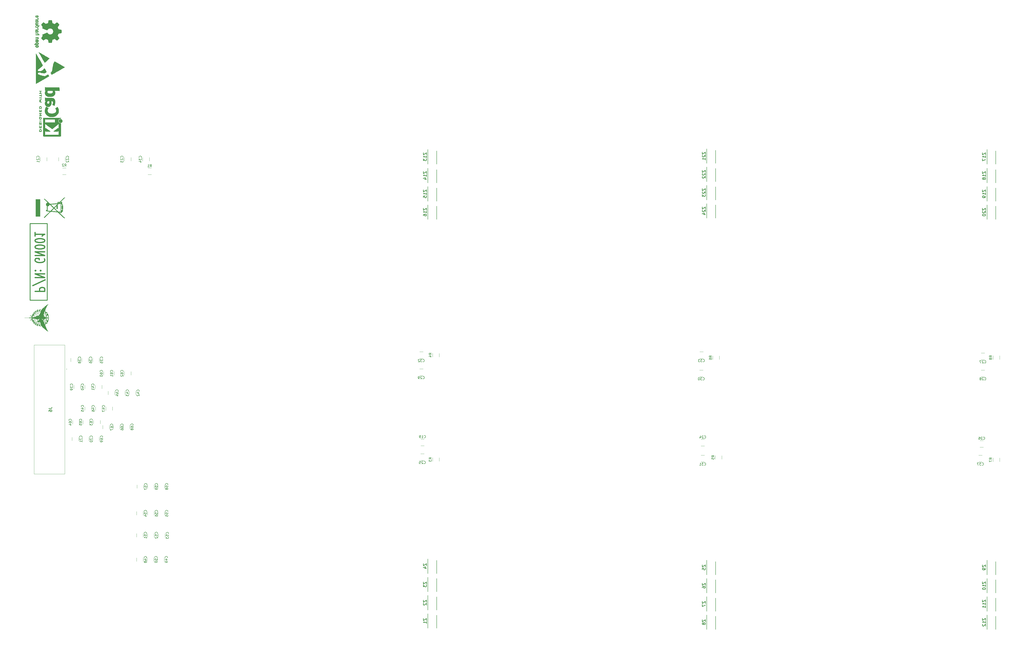
<source format=gbr>
%TF.GenerationSoftware,KiCad,Pcbnew,9.0.0*%
%TF.CreationDate,2025-04-28T14:30:35-07:00*%
%TF.ProjectId,PowerBoard,506f7765-7242-46f6-9172-642e6b696361,rev?*%
%TF.SameCoordinates,Original*%
%TF.FileFunction,Legend,Bot*%
%TF.FilePolarity,Positive*%
%FSLAX46Y46*%
G04 Gerber Fmt 4.6, Leading zero omitted, Abs format (unit mm)*
G04 Created by KiCad (PCBNEW 9.0.0) date 2025-04-28 14:30:35*
%MOMM*%
%LPD*%
G01*
G04 APERTURE LIST*
%ADD10C,0.500000*%
%ADD11C,0.300000*%
%ADD12C,0.150000*%
%ADD13C,0.254000*%
%ADD14C,0.010000*%
%ADD15C,0.120000*%
%ADD16C,0.200000*%
%ADD17C,0.100000*%
%ADD18C,0.000000*%
G04 APERTURE END LIST*
D10*
X-105516976Y-90297619D02*
X-101516976Y-90297619D01*
X-101516976Y-90297619D02*
X-101516976Y-89250000D01*
X-101516976Y-89250000D02*
X-101707452Y-88988095D01*
X-101707452Y-88988095D02*
X-101897928Y-88857142D01*
X-101897928Y-88857142D02*
X-102278880Y-88726190D01*
X-102278880Y-88726190D02*
X-102850309Y-88726190D01*
X-102850309Y-88726190D02*
X-103231261Y-88857142D01*
X-103231261Y-88857142D02*
X-103421738Y-88988095D01*
X-103421738Y-88988095D02*
X-103612214Y-89250000D01*
X-103612214Y-89250000D02*
X-103612214Y-90297619D01*
X-101326500Y-85583333D02*
X-106469357Y-87940476D01*
X-105516976Y-84666667D02*
X-101516976Y-84666667D01*
X-101516976Y-84666667D02*
X-105516976Y-83095238D01*
X-105516976Y-83095238D02*
X-101516976Y-83095238D01*
X-105136023Y-81785715D02*
X-105326500Y-81654762D01*
X-105326500Y-81654762D02*
X-105516976Y-81785715D01*
X-105516976Y-81785715D02*
X-105326500Y-81916667D01*
X-105326500Y-81916667D02*
X-105136023Y-81785715D01*
X-105136023Y-81785715D02*
X-105516976Y-81785715D01*
X-103040785Y-81785715D02*
X-103231261Y-81654762D01*
X-103231261Y-81654762D02*
X-103421738Y-81785715D01*
X-103421738Y-81785715D02*
X-103231261Y-81916667D01*
X-103231261Y-81916667D02*
X-103040785Y-81785715D01*
X-103040785Y-81785715D02*
X-103421738Y-81785715D01*
X-101707452Y-76940476D02*
X-101516976Y-77202381D01*
X-101516976Y-77202381D02*
X-101516976Y-77595238D01*
X-101516976Y-77595238D02*
X-101707452Y-77988095D01*
X-101707452Y-77988095D02*
X-102088404Y-78250000D01*
X-102088404Y-78250000D02*
X-102469357Y-78380953D01*
X-102469357Y-78380953D02*
X-103231261Y-78511905D01*
X-103231261Y-78511905D02*
X-103802690Y-78511905D01*
X-103802690Y-78511905D02*
X-104564595Y-78380953D01*
X-104564595Y-78380953D02*
X-104945547Y-78250000D01*
X-104945547Y-78250000D02*
X-105326500Y-77988095D01*
X-105326500Y-77988095D02*
X-105516976Y-77595238D01*
X-105516976Y-77595238D02*
X-105516976Y-77333334D01*
X-105516976Y-77333334D02*
X-105326500Y-76940476D01*
X-105326500Y-76940476D02*
X-105136023Y-76809524D01*
X-105136023Y-76809524D02*
X-103802690Y-76809524D01*
X-103802690Y-76809524D02*
X-103802690Y-77333334D01*
X-105516976Y-75630953D02*
X-101516976Y-75630953D01*
X-101516976Y-75630953D02*
X-105516976Y-74059524D01*
X-105516976Y-74059524D02*
X-101516976Y-74059524D01*
X-101516976Y-72226191D02*
X-101516976Y-71964286D01*
X-101516976Y-71964286D02*
X-101707452Y-71702382D01*
X-101707452Y-71702382D02*
X-101897928Y-71571429D01*
X-101897928Y-71571429D02*
X-102278880Y-71440477D01*
X-102278880Y-71440477D02*
X-103040785Y-71309524D01*
X-103040785Y-71309524D02*
X-103993166Y-71309524D01*
X-103993166Y-71309524D02*
X-104755071Y-71440477D01*
X-104755071Y-71440477D02*
X-105136023Y-71571429D01*
X-105136023Y-71571429D02*
X-105326500Y-71702382D01*
X-105326500Y-71702382D02*
X-105516976Y-71964286D01*
X-105516976Y-71964286D02*
X-105516976Y-72226191D01*
X-105516976Y-72226191D02*
X-105326500Y-72488096D01*
X-105326500Y-72488096D02*
X-105136023Y-72619048D01*
X-105136023Y-72619048D02*
X-104755071Y-72750001D01*
X-104755071Y-72750001D02*
X-103993166Y-72880953D01*
X-103993166Y-72880953D02*
X-103040785Y-72880953D01*
X-103040785Y-72880953D02*
X-102278880Y-72750001D01*
X-102278880Y-72750001D02*
X-101897928Y-72619048D01*
X-101897928Y-72619048D02*
X-101707452Y-72488096D01*
X-101707452Y-72488096D02*
X-101516976Y-72226191D01*
X-101516976Y-69607143D02*
X-101516976Y-69345238D01*
X-101516976Y-69345238D02*
X-101707452Y-69083334D01*
X-101707452Y-69083334D02*
X-101897928Y-68952381D01*
X-101897928Y-68952381D02*
X-102278880Y-68821429D01*
X-102278880Y-68821429D02*
X-103040785Y-68690476D01*
X-103040785Y-68690476D02*
X-103993166Y-68690476D01*
X-103993166Y-68690476D02*
X-104755071Y-68821429D01*
X-104755071Y-68821429D02*
X-105136023Y-68952381D01*
X-105136023Y-68952381D02*
X-105326500Y-69083334D01*
X-105326500Y-69083334D02*
X-105516976Y-69345238D01*
X-105516976Y-69345238D02*
X-105516976Y-69607143D01*
X-105516976Y-69607143D02*
X-105326500Y-69869048D01*
X-105326500Y-69869048D02*
X-105136023Y-70000000D01*
X-105136023Y-70000000D02*
X-104755071Y-70130953D01*
X-104755071Y-70130953D02*
X-103993166Y-70261905D01*
X-103993166Y-70261905D02*
X-103040785Y-70261905D01*
X-103040785Y-70261905D02*
X-102278880Y-70130953D01*
X-102278880Y-70130953D02*
X-101897928Y-70000000D01*
X-101897928Y-70000000D02*
X-101707452Y-69869048D01*
X-101707452Y-69869048D02*
X-101516976Y-69607143D01*
X-105516976Y-66071428D02*
X-105516976Y-67642857D01*
X-105516976Y-66857143D02*
X-101516976Y-66857143D01*
X-101516976Y-66857143D02*
X-102088404Y-67119047D01*
X-102088404Y-67119047D02*
X-102469357Y-67380952D01*
X-102469357Y-67380952D02*
X-102659833Y-67642857D01*
D11*
X-107500000Y-62500000D02*
X-100500000Y-62500000D01*
X-100500000Y-94000000D01*
X-107500000Y-94000000D01*
X-107500000Y-62500000D01*
D12*
X-51090419Y-180857142D02*
X-51042800Y-180809523D01*
X-51042800Y-180809523D02*
X-50995180Y-180666666D01*
X-50995180Y-180666666D02*
X-50995180Y-180571428D01*
X-50995180Y-180571428D02*
X-51042800Y-180428571D01*
X-51042800Y-180428571D02*
X-51138038Y-180333333D01*
X-51138038Y-180333333D02*
X-51233276Y-180285714D01*
X-51233276Y-180285714D02*
X-51423752Y-180238095D01*
X-51423752Y-180238095D02*
X-51566609Y-180238095D01*
X-51566609Y-180238095D02*
X-51757085Y-180285714D01*
X-51757085Y-180285714D02*
X-51852323Y-180333333D01*
X-51852323Y-180333333D02*
X-51947561Y-180428571D01*
X-51947561Y-180428571D02*
X-51995180Y-180571428D01*
X-51995180Y-180571428D02*
X-51995180Y-180666666D01*
X-51995180Y-180666666D02*
X-51947561Y-180809523D01*
X-51947561Y-180809523D02*
X-51899942Y-180857142D01*
X-51995180Y-181761904D02*
X-51995180Y-181285714D01*
X-51995180Y-181285714D02*
X-51518990Y-181238095D01*
X-51518990Y-181238095D02*
X-51566609Y-181285714D01*
X-51566609Y-181285714D02*
X-51614228Y-181380952D01*
X-51614228Y-181380952D02*
X-51614228Y-181619047D01*
X-51614228Y-181619047D02*
X-51566609Y-181714285D01*
X-51566609Y-181714285D02*
X-51518990Y-181761904D01*
X-51518990Y-181761904D02*
X-51423752Y-181809523D01*
X-51423752Y-181809523D02*
X-51185657Y-181809523D01*
X-51185657Y-181809523D02*
X-51090419Y-181761904D01*
X-51090419Y-181761904D02*
X-51042800Y-181714285D01*
X-51042800Y-181714285D02*
X-50995180Y-181619047D01*
X-50995180Y-181619047D02*
X-50995180Y-181380952D01*
X-50995180Y-181380952D02*
X-51042800Y-181285714D01*
X-51042800Y-181285714D02*
X-51090419Y-181238095D01*
X-51995180Y-182714285D02*
X-51995180Y-182238095D01*
X-51995180Y-182238095D02*
X-51518990Y-182190476D01*
X-51518990Y-182190476D02*
X-51566609Y-182238095D01*
X-51566609Y-182238095D02*
X-51614228Y-182333333D01*
X-51614228Y-182333333D02*
X-51614228Y-182571428D01*
X-51614228Y-182571428D02*
X-51566609Y-182666666D01*
X-51566609Y-182666666D02*
X-51518990Y-182714285D01*
X-51518990Y-182714285D02*
X-51423752Y-182761904D01*
X-51423752Y-182761904D02*
X-51185657Y-182761904D01*
X-51185657Y-182761904D02*
X-51090419Y-182714285D01*
X-51090419Y-182714285D02*
X-51042800Y-182666666D01*
X-51042800Y-182666666D02*
X-50995180Y-182571428D01*
X-50995180Y-182571428D02*
X-50995180Y-182333333D01*
X-50995180Y-182333333D02*
X-51042800Y-182238095D01*
X-51042800Y-182238095D02*
X-51090419Y-182190476D01*
D13*
X283304318Y-224580642D02*
X283304318Y-225427309D01*
X283304318Y-225427309D02*
X284574318Y-224580642D01*
X284574318Y-224580642D02*
X284574318Y-225427309D01*
X284574318Y-226576357D02*
X284574318Y-225850642D01*
X284574318Y-226213499D02*
X283304318Y-226213499D01*
X283304318Y-226213499D02*
X283485746Y-226092547D01*
X283485746Y-226092547D02*
X283606699Y-225971595D01*
X283606699Y-225971595D02*
X283667175Y-225850642D01*
X283425270Y-227060166D02*
X283364794Y-227120642D01*
X283364794Y-227120642D02*
X283304318Y-227241595D01*
X283304318Y-227241595D02*
X283304318Y-227543976D01*
X283304318Y-227543976D02*
X283364794Y-227664928D01*
X283364794Y-227664928D02*
X283425270Y-227725404D01*
X283425270Y-227725404D02*
X283546222Y-227785881D01*
X283546222Y-227785881D02*
X283667175Y-227785881D01*
X283667175Y-227785881D02*
X283848603Y-227725404D01*
X283848603Y-227725404D02*
X284574318Y-226999690D01*
X284574318Y-226999690D02*
X284574318Y-227785881D01*
D12*
X-73690419Y-145407142D02*
X-73642800Y-145359523D01*
X-73642800Y-145359523D02*
X-73595180Y-145216666D01*
X-73595180Y-145216666D02*
X-73595180Y-145121428D01*
X-73595180Y-145121428D02*
X-73642800Y-144978571D01*
X-73642800Y-144978571D02*
X-73738038Y-144883333D01*
X-73738038Y-144883333D02*
X-73833276Y-144835714D01*
X-73833276Y-144835714D02*
X-74023752Y-144788095D01*
X-74023752Y-144788095D02*
X-74166609Y-144788095D01*
X-74166609Y-144788095D02*
X-74357085Y-144835714D01*
X-74357085Y-144835714D02*
X-74452323Y-144883333D01*
X-74452323Y-144883333D02*
X-74547561Y-144978571D01*
X-74547561Y-144978571D02*
X-74595180Y-145121428D01*
X-74595180Y-145121428D02*
X-74595180Y-145216666D01*
X-74595180Y-145216666D02*
X-74547561Y-145359523D01*
X-74547561Y-145359523D02*
X-74499942Y-145407142D01*
X-74595180Y-146264285D02*
X-74595180Y-146073809D01*
X-74595180Y-146073809D02*
X-74547561Y-145978571D01*
X-74547561Y-145978571D02*
X-74499942Y-145930952D01*
X-74499942Y-145930952D02*
X-74357085Y-145835714D01*
X-74357085Y-145835714D02*
X-74166609Y-145788095D01*
X-74166609Y-145788095D02*
X-73785657Y-145788095D01*
X-73785657Y-145788095D02*
X-73690419Y-145835714D01*
X-73690419Y-145835714D02*
X-73642800Y-145883333D01*
X-73642800Y-145883333D02*
X-73595180Y-145978571D01*
X-73595180Y-145978571D02*
X-73595180Y-146169047D01*
X-73595180Y-146169047D02*
X-73642800Y-146264285D01*
X-73642800Y-146264285D02*
X-73690419Y-146311904D01*
X-73690419Y-146311904D02*
X-73785657Y-146359523D01*
X-73785657Y-146359523D02*
X-74023752Y-146359523D01*
X-74023752Y-146359523D02*
X-74118990Y-146311904D01*
X-74118990Y-146311904D02*
X-74166609Y-146264285D01*
X-74166609Y-146264285D02*
X-74214228Y-146169047D01*
X-74214228Y-146169047D02*
X-74214228Y-145978571D01*
X-74214228Y-145978571D02*
X-74166609Y-145883333D01*
X-74166609Y-145883333D02*
X-74118990Y-145835714D01*
X-74118990Y-145835714D02*
X-74023752Y-145788095D01*
X-74595180Y-146692857D02*
X-74595180Y-147359523D01*
X-74595180Y-147359523D02*
X-73595180Y-146930952D01*
X54132857Y-150424580D02*
X54180476Y-150472200D01*
X54180476Y-150472200D02*
X54323333Y-150519819D01*
X54323333Y-150519819D02*
X54418571Y-150519819D01*
X54418571Y-150519819D02*
X54561428Y-150472200D01*
X54561428Y-150472200D02*
X54656666Y-150376961D01*
X54656666Y-150376961D02*
X54704285Y-150281723D01*
X54704285Y-150281723D02*
X54751904Y-150091247D01*
X54751904Y-150091247D02*
X54751904Y-149948390D01*
X54751904Y-149948390D02*
X54704285Y-149757914D01*
X54704285Y-149757914D02*
X54656666Y-149662676D01*
X54656666Y-149662676D02*
X54561428Y-149567438D01*
X54561428Y-149567438D02*
X54418571Y-149519819D01*
X54418571Y-149519819D02*
X54323333Y-149519819D01*
X54323333Y-149519819D02*
X54180476Y-149567438D01*
X54180476Y-149567438D02*
X54132857Y-149615057D01*
X53180476Y-150519819D02*
X53751904Y-150519819D01*
X53466190Y-150519819D02*
X53466190Y-149519819D01*
X53466190Y-149519819D02*
X53561428Y-149662676D01*
X53561428Y-149662676D02*
X53656666Y-149757914D01*
X53656666Y-149757914D02*
X53751904Y-149805533D01*
X52704285Y-150519819D02*
X52513809Y-150519819D01*
X52513809Y-150519819D02*
X52418571Y-150472200D01*
X52418571Y-150472200D02*
X52370952Y-150424580D01*
X52370952Y-150424580D02*
X52275714Y-150281723D01*
X52275714Y-150281723D02*
X52228095Y-150091247D01*
X52228095Y-150091247D02*
X52228095Y-149710295D01*
X52228095Y-149710295D02*
X52275714Y-149615057D01*
X52275714Y-149615057D02*
X52323333Y-149567438D01*
X52323333Y-149567438D02*
X52418571Y-149519819D01*
X52418571Y-149519819D02*
X52609047Y-149519819D01*
X52609047Y-149519819D02*
X52704285Y-149567438D01*
X52704285Y-149567438D02*
X52751904Y-149615057D01*
X52751904Y-149615057D02*
X52799523Y-149710295D01*
X52799523Y-149710295D02*
X52799523Y-149948390D01*
X52799523Y-149948390D02*
X52751904Y-150043628D01*
X52751904Y-150043628D02*
X52704285Y-150091247D01*
X52704285Y-150091247D02*
X52609047Y-150138866D01*
X52609047Y-150138866D02*
X52418571Y-150138866D01*
X52418571Y-150138866D02*
X52323333Y-150091247D01*
X52323333Y-150091247D02*
X52275714Y-150043628D01*
X52275714Y-150043628D02*
X52228095Y-149948390D01*
X-73690419Y-123357142D02*
X-73642800Y-123309523D01*
X-73642800Y-123309523D02*
X-73595180Y-123166666D01*
X-73595180Y-123166666D02*
X-73595180Y-123071428D01*
X-73595180Y-123071428D02*
X-73642800Y-122928571D01*
X-73642800Y-122928571D02*
X-73738038Y-122833333D01*
X-73738038Y-122833333D02*
X-73833276Y-122785714D01*
X-73833276Y-122785714D02*
X-74023752Y-122738095D01*
X-74023752Y-122738095D02*
X-74166609Y-122738095D01*
X-74166609Y-122738095D02*
X-74357085Y-122785714D01*
X-74357085Y-122785714D02*
X-74452323Y-122833333D01*
X-74452323Y-122833333D02*
X-74547561Y-122928571D01*
X-74547561Y-122928571D02*
X-74595180Y-123071428D01*
X-74595180Y-123071428D02*
X-74595180Y-123166666D01*
X-74595180Y-123166666D02*
X-74547561Y-123309523D01*
X-74547561Y-123309523D02*
X-74499942Y-123357142D01*
X-74595180Y-124214285D02*
X-74595180Y-124023809D01*
X-74595180Y-124023809D02*
X-74547561Y-123928571D01*
X-74547561Y-123928571D02*
X-74499942Y-123880952D01*
X-74499942Y-123880952D02*
X-74357085Y-123785714D01*
X-74357085Y-123785714D02*
X-74166609Y-123738095D01*
X-74166609Y-123738095D02*
X-73785657Y-123738095D01*
X-73785657Y-123738095D02*
X-73690419Y-123785714D01*
X-73690419Y-123785714D02*
X-73642800Y-123833333D01*
X-73642800Y-123833333D02*
X-73595180Y-123928571D01*
X-73595180Y-123928571D02*
X-73595180Y-124119047D01*
X-73595180Y-124119047D02*
X-73642800Y-124214285D01*
X-73642800Y-124214285D02*
X-73690419Y-124261904D01*
X-73690419Y-124261904D02*
X-73785657Y-124309523D01*
X-73785657Y-124309523D02*
X-74023752Y-124309523D01*
X-74023752Y-124309523D02*
X-74118990Y-124261904D01*
X-74118990Y-124261904D02*
X-74166609Y-124214285D01*
X-74166609Y-124214285D02*
X-74214228Y-124119047D01*
X-74214228Y-124119047D02*
X-74214228Y-123928571D01*
X-74214228Y-123928571D02*
X-74166609Y-123833333D01*
X-74166609Y-123833333D02*
X-74118990Y-123785714D01*
X-74118990Y-123785714D02*
X-74023752Y-123738095D01*
X-73595180Y-125261904D02*
X-73595180Y-124690476D01*
X-73595180Y-124976190D02*
X-74595180Y-124976190D01*
X-74595180Y-124976190D02*
X-74452323Y-124880952D01*
X-74452323Y-124880952D02*
X-74357085Y-124785714D01*
X-74357085Y-124785714D02*
X-74309466Y-124690476D01*
X169142857Y-161659580D02*
X169190476Y-161707200D01*
X169190476Y-161707200D02*
X169333333Y-161754819D01*
X169333333Y-161754819D02*
X169428571Y-161754819D01*
X169428571Y-161754819D02*
X169571428Y-161707200D01*
X169571428Y-161707200D02*
X169666666Y-161611961D01*
X169666666Y-161611961D02*
X169714285Y-161516723D01*
X169714285Y-161516723D02*
X169761904Y-161326247D01*
X169761904Y-161326247D02*
X169761904Y-161183390D01*
X169761904Y-161183390D02*
X169714285Y-160992914D01*
X169714285Y-160992914D02*
X169666666Y-160897676D01*
X169666666Y-160897676D02*
X169571428Y-160802438D01*
X169571428Y-160802438D02*
X169428571Y-160754819D01*
X169428571Y-160754819D02*
X169333333Y-160754819D01*
X169333333Y-160754819D02*
X169190476Y-160802438D01*
X169190476Y-160802438D02*
X169142857Y-160850057D01*
X168809523Y-160754819D02*
X168190476Y-160754819D01*
X168190476Y-160754819D02*
X168523809Y-161135771D01*
X168523809Y-161135771D02*
X168380952Y-161135771D01*
X168380952Y-161135771D02*
X168285714Y-161183390D01*
X168285714Y-161183390D02*
X168238095Y-161231009D01*
X168238095Y-161231009D02*
X168190476Y-161326247D01*
X168190476Y-161326247D02*
X168190476Y-161564342D01*
X168190476Y-161564342D02*
X168238095Y-161659580D01*
X168238095Y-161659580D02*
X168285714Y-161707200D01*
X168285714Y-161707200D02*
X168380952Y-161754819D01*
X168380952Y-161754819D02*
X168666666Y-161754819D01*
X168666666Y-161754819D02*
X168761904Y-161707200D01*
X168761904Y-161707200D02*
X168809523Y-161659580D01*
X167238095Y-161754819D02*
X167809523Y-161754819D01*
X167523809Y-161754819D02*
X167523809Y-160754819D01*
X167523809Y-160754819D02*
X167619047Y-160897676D01*
X167619047Y-160897676D02*
X167714285Y-160992914D01*
X167714285Y-160992914D02*
X167809523Y-161040533D01*
X168580357Y-126659580D02*
X168627976Y-126707200D01*
X168627976Y-126707200D02*
X168770833Y-126754819D01*
X168770833Y-126754819D02*
X168866071Y-126754819D01*
X168866071Y-126754819D02*
X169008928Y-126707200D01*
X169008928Y-126707200D02*
X169104166Y-126611961D01*
X169104166Y-126611961D02*
X169151785Y-126516723D01*
X169151785Y-126516723D02*
X169199404Y-126326247D01*
X169199404Y-126326247D02*
X169199404Y-126183390D01*
X169199404Y-126183390D02*
X169151785Y-125992914D01*
X169151785Y-125992914D02*
X169104166Y-125897676D01*
X169104166Y-125897676D02*
X169008928Y-125802438D01*
X169008928Y-125802438D02*
X168866071Y-125754819D01*
X168866071Y-125754819D02*
X168770833Y-125754819D01*
X168770833Y-125754819D02*
X168627976Y-125802438D01*
X168627976Y-125802438D02*
X168580357Y-125850057D01*
X168247023Y-125754819D02*
X167627976Y-125754819D01*
X167627976Y-125754819D02*
X167961309Y-126135771D01*
X167961309Y-126135771D02*
X167818452Y-126135771D01*
X167818452Y-126135771D02*
X167723214Y-126183390D01*
X167723214Y-126183390D02*
X167675595Y-126231009D01*
X167675595Y-126231009D02*
X167627976Y-126326247D01*
X167627976Y-126326247D02*
X167627976Y-126564342D01*
X167627976Y-126564342D02*
X167675595Y-126659580D01*
X167675595Y-126659580D02*
X167723214Y-126707200D01*
X167723214Y-126707200D02*
X167818452Y-126754819D01*
X167818452Y-126754819D02*
X168104166Y-126754819D01*
X168104166Y-126754819D02*
X168199404Y-126707200D01*
X168199404Y-126707200D02*
X168247023Y-126659580D01*
X167008928Y-125754819D02*
X166913690Y-125754819D01*
X166913690Y-125754819D02*
X166818452Y-125802438D01*
X166818452Y-125802438D02*
X166770833Y-125850057D01*
X166770833Y-125850057D02*
X166723214Y-125945295D01*
X166723214Y-125945295D02*
X166675595Y-126135771D01*
X166675595Y-126135771D02*
X166675595Y-126373866D01*
X166675595Y-126373866D02*
X166723214Y-126564342D01*
X166723214Y-126564342D02*
X166770833Y-126659580D01*
X166770833Y-126659580D02*
X166818452Y-126707200D01*
X166818452Y-126707200D02*
X166913690Y-126754819D01*
X166913690Y-126754819D02*
X167008928Y-126754819D01*
X167008928Y-126754819D02*
X167104166Y-126707200D01*
X167104166Y-126707200D02*
X167151785Y-126659580D01*
X167151785Y-126659580D02*
X167199404Y-126564342D01*
X167199404Y-126564342D02*
X167247023Y-126373866D01*
X167247023Y-126373866D02*
X167247023Y-126135771D01*
X167247023Y-126135771D02*
X167199404Y-125945295D01*
X167199404Y-125945295D02*
X167151785Y-125850057D01*
X167151785Y-125850057D02*
X167104166Y-125802438D01*
X167104166Y-125802438D02*
X167008928Y-125754819D01*
X-51240419Y-199817142D02*
X-51192800Y-199769523D01*
X-51192800Y-199769523D02*
X-51145180Y-199626666D01*
X-51145180Y-199626666D02*
X-51145180Y-199531428D01*
X-51145180Y-199531428D02*
X-51192800Y-199388571D01*
X-51192800Y-199388571D02*
X-51288038Y-199293333D01*
X-51288038Y-199293333D02*
X-51383276Y-199245714D01*
X-51383276Y-199245714D02*
X-51573752Y-199198095D01*
X-51573752Y-199198095D02*
X-51716609Y-199198095D01*
X-51716609Y-199198095D02*
X-51907085Y-199245714D01*
X-51907085Y-199245714D02*
X-52002323Y-199293333D01*
X-52002323Y-199293333D02*
X-52097561Y-199388571D01*
X-52097561Y-199388571D02*
X-52145180Y-199531428D01*
X-52145180Y-199531428D02*
X-52145180Y-199626666D01*
X-52145180Y-199626666D02*
X-52097561Y-199769523D01*
X-52097561Y-199769523D02*
X-52049942Y-199817142D01*
X-51811847Y-200674285D02*
X-51145180Y-200674285D01*
X-52192800Y-200436190D02*
X-51478514Y-200198095D01*
X-51478514Y-200198095D02*
X-51478514Y-200817142D01*
X-51145180Y-201245714D02*
X-51145180Y-201436190D01*
X-51145180Y-201436190D02*
X-51192800Y-201531428D01*
X-51192800Y-201531428D02*
X-51240419Y-201579047D01*
X-51240419Y-201579047D02*
X-51383276Y-201674285D01*
X-51383276Y-201674285D02*
X-51573752Y-201721904D01*
X-51573752Y-201721904D02*
X-51954704Y-201721904D01*
X-51954704Y-201721904D02*
X-52049942Y-201674285D01*
X-52049942Y-201674285D02*
X-52097561Y-201626666D01*
X-52097561Y-201626666D02*
X-52145180Y-201531428D01*
X-52145180Y-201531428D02*
X-52145180Y-201340952D01*
X-52145180Y-201340952D02*
X-52097561Y-201245714D01*
X-52097561Y-201245714D02*
X-52049942Y-201198095D01*
X-52049942Y-201198095D02*
X-51954704Y-201150476D01*
X-51954704Y-201150476D02*
X-51716609Y-201150476D01*
X-51716609Y-201150476D02*
X-51621371Y-201198095D01*
X-51621371Y-201198095D02*
X-51573752Y-201245714D01*
X-51573752Y-201245714D02*
X-51526133Y-201340952D01*
X-51526133Y-201340952D02*
X-51526133Y-201531428D01*
X-51526133Y-201531428D02*
X-51573752Y-201626666D01*
X-51573752Y-201626666D02*
X-51621371Y-201674285D01*
X-51621371Y-201674285D02*
X-51716609Y-201721904D01*
X-77840419Y-117857142D02*
X-77792800Y-117809523D01*
X-77792800Y-117809523D02*
X-77745180Y-117666666D01*
X-77745180Y-117666666D02*
X-77745180Y-117571428D01*
X-77745180Y-117571428D02*
X-77792800Y-117428571D01*
X-77792800Y-117428571D02*
X-77888038Y-117333333D01*
X-77888038Y-117333333D02*
X-77983276Y-117285714D01*
X-77983276Y-117285714D02*
X-78173752Y-117238095D01*
X-78173752Y-117238095D02*
X-78316609Y-117238095D01*
X-78316609Y-117238095D02*
X-78507085Y-117285714D01*
X-78507085Y-117285714D02*
X-78602323Y-117333333D01*
X-78602323Y-117333333D02*
X-78697561Y-117428571D01*
X-78697561Y-117428571D02*
X-78745180Y-117571428D01*
X-78745180Y-117571428D02*
X-78745180Y-117666666D01*
X-78745180Y-117666666D02*
X-78697561Y-117809523D01*
X-78697561Y-117809523D02*
X-78649942Y-117857142D01*
X-78745180Y-118190476D02*
X-78745180Y-118809523D01*
X-78745180Y-118809523D02*
X-78364228Y-118476190D01*
X-78364228Y-118476190D02*
X-78364228Y-118619047D01*
X-78364228Y-118619047D02*
X-78316609Y-118714285D01*
X-78316609Y-118714285D02*
X-78268990Y-118761904D01*
X-78268990Y-118761904D02*
X-78173752Y-118809523D01*
X-78173752Y-118809523D02*
X-77935657Y-118809523D01*
X-77935657Y-118809523D02*
X-77840419Y-118761904D01*
X-77840419Y-118761904D02*
X-77792800Y-118714285D01*
X-77792800Y-118714285D02*
X-77745180Y-118619047D01*
X-77745180Y-118619047D02*
X-77745180Y-118333333D01*
X-77745180Y-118333333D02*
X-77792800Y-118238095D01*
X-77792800Y-118238095D02*
X-77840419Y-118190476D01*
X-78745180Y-119714285D02*
X-78745180Y-119238095D01*
X-78745180Y-119238095D02*
X-78268990Y-119190476D01*
X-78268990Y-119190476D02*
X-78316609Y-119238095D01*
X-78316609Y-119238095D02*
X-78364228Y-119333333D01*
X-78364228Y-119333333D02*
X-78364228Y-119571428D01*
X-78364228Y-119571428D02*
X-78316609Y-119666666D01*
X-78316609Y-119666666D02*
X-78268990Y-119714285D01*
X-78268990Y-119714285D02*
X-78173752Y-119761904D01*
X-78173752Y-119761904D02*
X-77935657Y-119761904D01*
X-77935657Y-119761904D02*
X-77840419Y-119714285D01*
X-77840419Y-119714285D02*
X-77792800Y-119666666D01*
X-77792800Y-119666666D02*
X-77745180Y-119571428D01*
X-77745180Y-119571428D02*
X-77745180Y-119333333D01*
X-77745180Y-119333333D02*
X-77792800Y-119238095D01*
X-77792800Y-119238095D02*
X-77840419Y-119190476D01*
X284142857Y-126659580D02*
X284190476Y-126707200D01*
X284190476Y-126707200D02*
X284333333Y-126754819D01*
X284333333Y-126754819D02*
X284428571Y-126754819D01*
X284428571Y-126754819D02*
X284571428Y-126707200D01*
X284571428Y-126707200D02*
X284666666Y-126611961D01*
X284666666Y-126611961D02*
X284714285Y-126516723D01*
X284714285Y-126516723D02*
X284761904Y-126326247D01*
X284761904Y-126326247D02*
X284761904Y-126183390D01*
X284761904Y-126183390D02*
X284714285Y-125992914D01*
X284714285Y-125992914D02*
X284666666Y-125897676D01*
X284666666Y-125897676D02*
X284571428Y-125802438D01*
X284571428Y-125802438D02*
X284428571Y-125754819D01*
X284428571Y-125754819D02*
X284333333Y-125754819D01*
X284333333Y-125754819D02*
X284190476Y-125802438D01*
X284190476Y-125802438D02*
X284142857Y-125850057D01*
X283761904Y-125850057D02*
X283714285Y-125802438D01*
X283714285Y-125802438D02*
X283619047Y-125754819D01*
X283619047Y-125754819D02*
X283380952Y-125754819D01*
X283380952Y-125754819D02*
X283285714Y-125802438D01*
X283285714Y-125802438D02*
X283238095Y-125850057D01*
X283238095Y-125850057D02*
X283190476Y-125945295D01*
X283190476Y-125945295D02*
X283190476Y-126040533D01*
X283190476Y-126040533D02*
X283238095Y-126183390D01*
X283238095Y-126183390D02*
X283809523Y-126754819D01*
X283809523Y-126754819D02*
X283190476Y-126754819D01*
X282619047Y-126183390D02*
X282714285Y-126135771D01*
X282714285Y-126135771D02*
X282761904Y-126088152D01*
X282761904Y-126088152D02*
X282809523Y-125992914D01*
X282809523Y-125992914D02*
X282809523Y-125945295D01*
X282809523Y-125945295D02*
X282761904Y-125850057D01*
X282761904Y-125850057D02*
X282714285Y-125802438D01*
X282714285Y-125802438D02*
X282619047Y-125754819D01*
X282619047Y-125754819D02*
X282428571Y-125754819D01*
X282428571Y-125754819D02*
X282333333Y-125802438D01*
X282333333Y-125802438D02*
X282285714Y-125850057D01*
X282285714Y-125850057D02*
X282238095Y-125945295D01*
X282238095Y-125945295D02*
X282238095Y-125992914D01*
X282238095Y-125992914D02*
X282285714Y-126088152D01*
X282285714Y-126088152D02*
X282333333Y-126135771D01*
X282333333Y-126135771D02*
X282428571Y-126183390D01*
X282428571Y-126183390D02*
X282619047Y-126183390D01*
X282619047Y-126183390D02*
X282714285Y-126231009D01*
X282714285Y-126231009D02*
X282761904Y-126278628D01*
X282761904Y-126278628D02*
X282809523Y-126373866D01*
X282809523Y-126373866D02*
X282809523Y-126564342D01*
X282809523Y-126564342D02*
X282761904Y-126659580D01*
X282761904Y-126659580D02*
X282714285Y-126707200D01*
X282714285Y-126707200D02*
X282619047Y-126754819D01*
X282619047Y-126754819D02*
X282428571Y-126754819D01*
X282428571Y-126754819D02*
X282333333Y-126707200D01*
X282333333Y-126707200D02*
X282285714Y-126659580D01*
X282285714Y-126659580D02*
X282238095Y-126564342D01*
X282238095Y-126564342D02*
X282238095Y-126373866D01*
X282238095Y-126373866D02*
X282285714Y-126278628D01*
X282285714Y-126278628D02*
X282333333Y-126231009D01*
X282333333Y-126231009D02*
X282428571Y-126183390D01*
X-65340419Y-145357142D02*
X-65292800Y-145309523D01*
X-65292800Y-145309523D02*
X-65245180Y-145166666D01*
X-65245180Y-145166666D02*
X-65245180Y-145071428D01*
X-65245180Y-145071428D02*
X-65292800Y-144928571D01*
X-65292800Y-144928571D02*
X-65388038Y-144833333D01*
X-65388038Y-144833333D02*
X-65483276Y-144785714D01*
X-65483276Y-144785714D02*
X-65673752Y-144738095D01*
X-65673752Y-144738095D02*
X-65816609Y-144738095D01*
X-65816609Y-144738095D02*
X-66007085Y-144785714D01*
X-66007085Y-144785714D02*
X-66102323Y-144833333D01*
X-66102323Y-144833333D02*
X-66197561Y-144928571D01*
X-66197561Y-144928571D02*
X-66245180Y-145071428D01*
X-66245180Y-145071428D02*
X-66245180Y-145166666D01*
X-66245180Y-145166666D02*
X-66197561Y-145309523D01*
X-66197561Y-145309523D02*
X-66149942Y-145357142D01*
X-66245180Y-146214285D02*
X-66245180Y-146023809D01*
X-66245180Y-146023809D02*
X-66197561Y-145928571D01*
X-66197561Y-145928571D02*
X-66149942Y-145880952D01*
X-66149942Y-145880952D02*
X-66007085Y-145785714D01*
X-66007085Y-145785714D02*
X-65816609Y-145738095D01*
X-65816609Y-145738095D02*
X-65435657Y-145738095D01*
X-65435657Y-145738095D02*
X-65340419Y-145785714D01*
X-65340419Y-145785714D02*
X-65292800Y-145833333D01*
X-65292800Y-145833333D02*
X-65245180Y-145928571D01*
X-65245180Y-145928571D02*
X-65245180Y-146119047D01*
X-65245180Y-146119047D02*
X-65292800Y-146214285D01*
X-65292800Y-146214285D02*
X-65340419Y-146261904D01*
X-65340419Y-146261904D02*
X-65435657Y-146309523D01*
X-65435657Y-146309523D02*
X-65673752Y-146309523D01*
X-65673752Y-146309523D02*
X-65768990Y-146261904D01*
X-65768990Y-146261904D02*
X-65816609Y-146214285D01*
X-65816609Y-146214285D02*
X-65864228Y-146119047D01*
X-65864228Y-146119047D02*
X-65864228Y-145928571D01*
X-65864228Y-145928571D02*
X-65816609Y-145833333D01*
X-65816609Y-145833333D02*
X-65768990Y-145785714D01*
X-65768990Y-145785714D02*
X-65673752Y-145738095D01*
X-65816609Y-146880952D02*
X-65864228Y-146785714D01*
X-65864228Y-146785714D02*
X-65911847Y-146738095D01*
X-65911847Y-146738095D02*
X-66007085Y-146690476D01*
X-66007085Y-146690476D02*
X-66054704Y-146690476D01*
X-66054704Y-146690476D02*
X-66149942Y-146738095D01*
X-66149942Y-146738095D02*
X-66197561Y-146785714D01*
X-66197561Y-146785714D02*
X-66245180Y-146880952D01*
X-66245180Y-146880952D02*
X-66245180Y-147071428D01*
X-66245180Y-147071428D02*
X-66197561Y-147166666D01*
X-66197561Y-147166666D02*
X-66149942Y-147214285D01*
X-66149942Y-147214285D02*
X-66054704Y-147261904D01*
X-66054704Y-147261904D02*
X-66007085Y-147261904D01*
X-66007085Y-147261904D02*
X-65911847Y-147214285D01*
X-65911847Y-147214285D02*
X-65864228Y-147166666D01*
X-65864228Y-147166666D02*
X-65816609Y-147071428D01*
X-65816609Y-147071428D02*
X-65816609Y-146880952D01*
X-65816609Y-146880952D02*
X-65768990Y-146785714D01*
X-65768990Y-146785714D02*
X-65721371Y-146738095D01*
X-65721371Y-146738095D02*
X-65626133Y-146690476D01*
X-65626133Y-146690476D02*
X-65435657Y-146690476D01*
X-65435657Y-146690476D02*
X-65340419Y-146738095D01*
X-65340419Y-146738095D02*
X-65292800Y-146785714D01*
X-65292800Y-146785714D02*
X-65245180Y-146880952D01*
X-65245180Y-146880952D02*
X-65245180Y-147071428D01*
X-65245180Y-147071428D02*
X-65292800Y-147166666D01*
X-65292800Y-147166666D02*
X-65340419Y-147214285D01*
X-65340419Y-147214285D02*
X-65435657Y-147261904D01*
X-65435657Y-147261904D02*
X-65626133Y-147261904D01*
X-65626133Y-147261904D02*
X-65721371Y-147214285D01*
X-65721371Y-147214285D02*
X-65768990Y-147166666D01*
X-65768990Y-147166666D02*
X-65816609Y-147071428D01*
D13*
X-99915681Y-138426667D02*
X-99008538Y-138426667D01*
X-99008538Y-138426667D02*
X-98827110Y-138366190D01*
X-98827110Y-138366190D02*
X-98706158Y-138245238D01*
X-98706158Y-138245238D02*
X-98645681Y-138063809D01*
X-98645681Y-138063809D02*
X-98645681Y-137942857D01*
X-99915681Y-139575714D02*
X-99915681Y-139333809D01*
X-99915681Y-139333809D02*
X-99855205Y-139212857D01*
X-99855205Y-139212857D02*
X-99794729Y-139152381D01*
X-99794729Y-139152381D02*
X-99613300Y-139031428D01*
X-99613300Y-139031428D02*
X-99371396Y-138970952D01*
X-99371396Y-138970952D02*
X-98887586Y-138970952D01*
X-98887586Y-138970952D02*
X-98766634Y-139031428D01*
X-98766634Y-139031428D02*
X-98706158Y-139091905D01*
X-98706158Y-139091905D02*
X-98645681Y-139212857D01*
X-98645681Y-139212857D02*
X-98645681Y-139454762D01*
X-98645681Y-139454762D02*
X-98706158Y-139575714D01*
X-98706158Y-139575714D02*
X-98766634Y-139636190D01*
X-98766634Y-139636190D02*
X-98887586Y-139696667D01*
X-98887586Y-139696667D02*
X-99189967Y-139696667D01*
X-99189967Y-139696667D02*
X-99310919Y-139636190D01*
X-99310919Y-139636190D02*
X-99371396Y-139575714D01*
X-99371396Y-139575714D02*
X-99431872Y-139454762D01*
X-99431872Y-139454762D02*
X-99431872Y-139212857D01*
X-99431872Y-139212857D02*
X-99371396Y-139091905D01*
X-99371396Y-139091905D02*
X-99310919Y-139031428D01*
X-99310919Y-139031428D02*
X-99189967Y-138970952D01*
D12*
X-93383333Y-38954819D02*
X-93050000Y-38478628D01*
X-92811905Y-38954819D02*
X-92811905Y-37954819D01*
X-92811905Y-37954819D02*
X-93192857Y-37954819D01*
X-93192857Y-37954819D02*
X-93288095Y-38002438D01*
X-93288095Y-38002438D02*
X-93335714Y-38050057D01*
X-93335714Y-38050057D02*
X-93383333Y-38145295D01*
X-93383333Y-38145295D02*
X-93383333Y-38288152D01*
X-93383333Y-38288152D02*
X-93335714Y-38383390D01*
X-93335714Y-38383390D02*
X-93288095Y-38431009D01*
X-93288095Y-38431009D02*
X-93192857Y-38478628D01*
X-93192857Y-38478628D02*
X-92811905Y-38478628D01*
X-93764286Y-38050057D02*
X-93811905Y-38002438D01*
X-93811905Y-38002438D02*
X-93907143Y-37954819D01*
X-93907143Y-37954819D02*
X-94145238Y-37954819D01*
X-94145238Y-37954819D02*
X-94240476Y-38002438D01*
X-94240476Y-38002438D02*
X-94288095Y-38050057D01*
X-94288095Y-38050057D02*
X-94335714Y-38145295D01*
X-94335714Y-38145295D02*
X-94335714Y-38240533D01*
X-94335714Y-38240533D02*
X-94288095Y-38383390D01*
X-94288095Y-38383390D02*
X-93716667Y-38954819D01*
X-93716667Y-38954819D02*
X-94335714Y-38954819D01*
D13*
X168304318Y-225185404D02*
X168304318Y-226032071D01*
X168304318Y-226032071D02*
X169574318Y-225185404D01*
X169574318Y-225185404D02*
X169574318Y-226032071D01*
X168848603Y-226697309D02*
X168788127Y-226576357D01*
X168788127Y-226576357D02*
X168727651Y-226515880D01*
X168727651Y-226515880D02*
X168606699Y-226455404D01*
X168606699Y-226455404D02*
X168546222Y-226455404D01*
X168546222Y-226455404D02*
X168425270Y-226515880D01*
X168425270Y-226515880D02*
X168364794Y-226576357D01*
X168364794Y-226576357D02*
X168304318Y-226697309D01*
X168304318Y-226697309D02*
X168304318Y-226939214D01*
X168304318Y-226939214D02*
X168364794Y-227060166D01*
X168364794Y-227060166D02*
X168425270Y-227120642D01*
X168425270Y-227120642D02*
X168546222Y-227181119D01*
X168546222Y-227181119D02*
X168606699Y-227181119D01*
X168606699Y-227181119D02*
X168727651Y-227120642D01*
X168727651Y-227120642D02*
X168788127Y-227060166D01*
X168788127Y-227060166D02*
X168848603Y-226939214D01*
X168848603Y-226939214D02*
X168848603Y-226697309D01*
X168848603Y-226697309D02*
X168909080Y-226576357D01*
X168909080Y-226576357D02*
X168969556Y-226515880D01*
X168969556Y-226515880D02*
X169090508Y-226455404D01*
X169090508Y-226455404D02*
X169332413Y-226455404D01*
X169332413Y-226455404D02*
X169453365Y-226515880D01*
X169453365Y-226515880D02*
X169513842Y-226576357D01*
X169513842Y-226576357D02*
X169574318Y-226697309D01*
X169574318Y-226697309D02*
X169574318Y-226939214D01*
X169574318Y-226939214D02*
X169513842Y-227060166D01*
X169513842Y-227060166D02*
X169453365Y-227120642D01*
X169453365Y-227120642D02*
X169332413Y-227181119D01*
X169332413Y-227181119D02*
X169090508Y-227181119D01*
X169090508Y-227181119D02*
X168969556Y-227120642D01*
X168969556Y-227120642D02*
X168909080Y-227060166D01*
X168909080Y-227060166D02*
X168848603Y-226939214D01*
D12*
X-67263669Y-131357142D02*
X-67216050Y-131309523D01*
X-67216050Y-131309523D02*
X-67168430Y-131166666D01*
X-67168430Y-131166666D02*
X-67168430Y-131071428D01*
X-67168430Y-131071428D02*
X-67216050Y-130928571D01*
X-67216050Y-130928571D02*
X-67311288Y-130833333D01*
X-67311288Y-130833333D02*
X-67406526Y-130785714D01*
X-67406526Y-130785714D02*
X-67597002Y-130738095D01*
X-67597002Y-130738095D02*
X-67739859Y-130738095D01*
X-67739859Y-130738095D02*
X-67930335Y-130785714D01*
X-67930335Y-130785714D02*
X-68025573Y-130833333D01*
X-68025573Y-130833333D02*
X-68120811Y-130928571D01*
X-68120811Y-130928571D02*
X-68168430Y-131071428D01*
X-68168430Y-131071428D02*
X-68168430Y-131166666D01*
X-68168430Y-131166666D02*
X-68120811Y-131309523D01*
X-68120811Y-131309523D02*
X-68073192Y-131357142D01*
X-67835097Y-132214285D02*
X-67168430Y-132214285D01*
X-68216050Y-131976190D02*
X-67501764Y-131738095D01*
X-67501764Y-131738095D02*
X-67501764Y-132357142D01*
X-68168430Y-132642857D02*
X-68168430Y-133261904D01*
X-68168430Y-133261904D02*
X-67787478Y-132928571D01*
X-67787478Y-132928571D02*
X-67787478Y-133071428D01*
X-67787478Y-133071428D02*
X-67739859Y-133166666D01*
X-67739859Y-133166666D02*
X-67692240Y-133214285D01*
X-67692240Y-133214285D02*
X-67597002Y-133261904D01*
X-67597002Y-133261904D02*
X-67358907Y-133261904D01*
X-67358907Y-133261904D02*
X-67263669Y-133214285D01*
X-67263669Y-133214285D02*
X-67216050Y-133166666D01*
X-67216050Y-133166666D02*
X-67168430Y-133071428D01*
X-67168430Y-133071428D02*
X-67168430Y-132785714D01*
X-67168430Y-132785714D02*
X-67216050Y-132690476D01*
X-67216050Y-132690476D02*
X-67263669Y-132642857D01*
X-77840419Y-150294642D02*
X-77792800Y-150247023D01*
X-77792800Y-150247023D02*
X-77745180Y-150104166D01*
X-77745180Y-150104166D02*
X-77745180Y-150008928D01*
X-77745180Y-150008928D02*
X-77792800Y-149866071D01*
X-77792800Y-149866071D02*
X-77888038Y-149770833D01*
X-77888038Y-149770833D02*
X-77983276Y-149723214D01*
X-77983276Y-149723214D02*
X-78173752Y-149675595D01*
X-78173752Y-149675595D02*
X-78316609Y-149675595D01*
X-78316609Y-149675595D02*
X-78507085Y-149723214D01*
X-78507085Y-149723214D02*
X-78602323Y-149770833D01*
X-78602323Y-149770833D02*
X-78697561Y-149866071D01*
X-78697561Y-149866071D02*
X-78745180Y-150008928D01*
X-78745180Y-150008928D02*
X-78745180Y-150104166D01*
X-78745180Y-150104166D02*
X-78697561Y-150247023D01*
X-78697561Y-150247023D02*
X-78649942Y-150294642D01*
X-78745180Y-151151785D02*
X-78745180Y-150961309D01*
X-78745180Y-150961309D02*
X-78697561Y-150866071D01*
X-78697561Y-150866071D02*
X-78649942Y-150818452D01*
X-78649942Y-150818452D02*
X-78507085Y-150723214D01*
X-78507085Y-150723214D02*
X-78316609Y-150675595D01*
X-78316609Y-150675595D02*
X-77935657Y-150675595D01*
X-77935657Y-150675595D02*
X-77840419Y-150723214D01*
X-77840419Y-150723214D02*
X-77792800Y-150770833D01*
X-77792800Y-150770833D02*
X-77745180Y-150866071D01*
X-77745180Y-150866071D02*
X-77745180Y-151056547D01*
X-77745180Y-151056547D02*
X-77792800Y-151151785D01*
X-77792800Y-151151785D02*
X-77840419Y-151199404D01*
X-77840419Y-151199404D02*
X-77935657Y-151247023D01*
X-77935657Y-151247023D02*
X-78173752Y-151247023D01*
X-78173752Y-151247023D02*
X-78268990Y-151199404D01*
X-78268990Y-151199404D02*
X-78316609Y-151151785D01*
X-78316609Y-151151785D02*
X-78364228Y-151056547D01*
X-78364228Y-151056547D02*
X-78364228Y-150866071D01*
X-78364228Y-150866071D02*
X-78316609Y-150770833D01*
X-78316609Y-150770833D02*
X-78268990Y-150723214D01*
X-78268990Y-150723214D02*
X-78173752Y-150675595D01*
X-77745180Y-151723214D02*
X-77745180Y-151913690D01*
X-77745180Y-151913690D02*
X-77792800Y-152008928D01*
X-77792800Y-152008928D02*
X-77840419Y-152056547D01*
X-77840419Y-152056547D02*
X-77983276Y-152151785D01*
X-77983276Y-152151785D02*
X-78173752Y-152199404D01*
X-78173752Y-152199404D02*
X-78554704Y-152199404D01*
X-78554704Y-152199404D02*
X-78649942Y-152151785D01*
X-78649942Y-152151785D02*
X-78697561Y-152104166D01*
X-78697561Y-152104166D02*
X-78745180Y-152008928D01*
X-78745180Y-152008928D02*
X-78745180Y-151818452D01*
X-78745180Y-151818452D02*
X-78697561Y-151723214D01*
X-78697561Y-151723214D02*
X-78649942Y-151675595D01*
X-78649942Y-151675595D02*
X-78554704Y-151627976D01*
X-78554704Y-151627976D02*
X-78316609Y-151627976D01*
X-78316609Y-151627976D02*
X-78221371Y-151675595D01*
X-78221371Y-151675595D02*
X-78173752Y-151723214D01*
X-78173752Y-151723214D02*
X-78126133Y-151818452D01*
X-78126133Y-151818452D02*
X-78126133Y-152008928D01*
X-78126133Y-152008928D02*
X-78173752Y-152104166D01*
X-78173752Y-152104166D02*
X-78221371Y-152151785D01*
X-78221371Y-152151785D02*
X-78316609Y-152199404D01*
X-81267169Y-137794642D02*
X-81219550Y-137747023D01*
X-81219550Y-137747023D02*
X-81171930Y-137604166D01*
X-81171930Y-137604166D02*
X-81171930Y-137508928D01*
X-81171930Y-137508928D02*
X-81219550Y-137366071D01*
X-81219550Y-137366071D02*
X-81314788Y-137270833D01*
X-81314788Y-137270833D02*
X-81410026Y-137223214D01*
X-81410026Y-137223214D02*
X-81600502Y-137175595D01*
X-81600502Y-137175595D02*
X-81743359Y-137175595D01*
X-81743359Y-137175595D02*
X-81933835Y-137223214D01*
X-81933835Y-137223214D02*
X-82029073Y-137270833D01*
X-82029073Y-137270833D02*
X-82124311Y-137366071D01*
X-82124311Y-137366071D02*
X-82171930Y-137508928D01*
X-82171930Y-137508928D02*
X-82171930Y-137604166D01*
X-82171930Y-137604166D02*
X-82124311Y-137747023D01*
X-82124311Y-137747023D02*
X-82076692Y-137794642D01*
X-81838597Y-138651785D02*
X-81171930Y-138651785D01*
X-82219550Y-138413690D02*
X-81505264Y-138175595D01*
X-81505264Y-138175595D02*
X-81505264Y-138794642D01*
X-82171930Y-139604166D02*
X-82171930Y-139413690D01*
X-82171930Y-139413690D02*
X-82124311Y-139318452D01*
X-82124311Y-139318452D02*
X-82076692Y-139270833D01*
X-82076692Y-139270833D02*
X-81933835Y-139175595D01*
X-81933835Y-139175595D02*
X-81743359Y-139127976D01*
X-81743359Y-139127976D02*
X-81362407Y-139127976D01*
X-81362407Y-139127976D02*
X-81267169Y-139175595D01*
X-81267169Y-139175595D02*
X-81219550Y-139223214D01*
X-81219550Y-139223214D02*
X-81171930Y-139318452D01*
X-81171930Y-139318452D02*
X-81171930Y-139508928D01*
X-81171930Y-139508928D02*
X-81219550Y-139604166D01*
X-81219550Y-139604166D02*
X-81267169Y-139651785D01*
X-81267169Y-139651785D02*
X-81362407Y-139699404D01*
X-81362407Y-139699404D02*
X-81600502Y-139699404D01*
X-81600502Y-139699404D02*
X-81695740Y-139651785D01*
X-81695740Y-139651785D02*
X-81743359Y-139604166D01*
X-81743359Y-139604166D02*
X-81790978Y-139508928D01*
X-81790978Y-139508928D02*
X-81790978Y-139318452D01*
X-81790978Y-139318452D02*
X-81743359Y-139223214D01*
X-81743359Y-139223214D02*
X-81695740Y-139175595D01*
X-81695740Y-139175595D02*
X-81600502Y-139127976D01*
X-61940419Y-35357142D02*
X-61892800Y-35309523D01*
X-61892800Y-35309523D02*
X-61845180Y-35166666D01*
X-61845180Y-35166666D02*
X-61845180Y-35071428D01*
X-61845180Y-35071428D02*
X-61892800Y-34928571D01*
X-61892800Y-34928571D02*
X-61988038Y-34833333D01*
X-61988038Y-34833333D02*
X-62083276Y-34785714D01*
X-62083276Y-34785714D02*
X-62273752Y-34738095D01*
X-62273752Y-34738095D02*
X-62416609Y-34738095D01*
X-62416609Y-34738095D02*
X-62607085Y-34785714D01*
X-62607085Y-34785714D02*
X-62702323Y-34833333D01*
X-62702323Y-34833333D02*
X-62797561Y-34928571D01*
X-62797561Y-34928571D02*
X-62845180Y-35071428D01*
X-62845180Y-35071428D02*
X-62845180Y-35166666D01*
X-62845180Y-35166666D02*
X-62797561Y-35309523D01*
X-62797561Y-35309523D02*
X-62749942Y-35357142D01*
X-62845180Y-35690476D02*
X-62845180Y-36309523D01*
X-62845180Y-36309523D02*
X-62464228Y-35976190D01*
X-62464228Y-35976190D02*
X-62464228Y-36119047D01*
X-62464228Y-36119047D02*
X-62416609Y-36214285D01*
X-62416609Y-36214285D02*
X-62368990Y-36261904D01*
X-62368990Y-36261904D02*
X-62273752Y-36309523D01*
X-62273752Y-36309523D02*
X-62035657Y-36309523D01*
X-62035657Y-36309523D02*
X-61940419Y-36261904D01*
X-61940419Y-36261904D02*
X-61892800Y-36214285D01*
X-61892800Y-36214285D02*
X-61845180Y-36119047D01*
X-61845180Y-36119047D02*
X-61845180Y-35833333D01*
X-61845180Y-35833333D02*
X-61892800Y-35738095D01*
X-61892800Y-35738095D02*
X-61940419Y-35690476D01*
X-62511847Y-37166666D02*
X-61845180Y-37166666D01*
X-62892800Y-36928571D02*
X-62178514Y-36690476D01*
X-62178514Y-36690476D02*
X-62178514Y-37309523D01*
X-90690419Y-143397142D02*
X-90642800Y-143349523D01*
X-90642800Y-143349523D02*
X-90595180Y-143206666D01*
X-90595180Y-143206666D02*
X-90595180Y-143111428D01*
X-90595180Y-143111428D02*
X-90642800Y-142968571D01*
X-90642800Y-142968571D02*
X-90738038Y-142873333D01*
X-90738038Y-142873333D02*
X-90833276Y-142825714D01*
X-90833276Y-142825714D02*
X-91023752Y-142778095D01*
X-91023752Y-142778095D02*
X-91166609Y-142778095D01*
X-91166609Y-142778095D02*
X-91357085Y-142825714D01*
X-91357085Y-142825714D02*
X-91452323Y-142873333D01*
X-91452323Y-142873333D02*
X-91547561Y-142968571D01*
X-91547561Y-142968571D02*
X-91595180Y-143111428D01*
X-91595180Y-143111428D02*
X-91595180Y-143206666D01*
X-91595180Y-143206666D02*
X-91547561Y-143349523D01*
X-91547561Y-143349523D02*
X-91499942Y-143397142D01*
X-91595180Y-144254285D02*
X-91595180Y-144063809D01*
X-91595180Y-144063809D02*
X-91547561Y-143968571D01*
X-91547561Y-143968571D02*
X-91499942Y-143920952D01*
X-91499942Y-143920952D02*
X-91357085Y-143825714D01*
X-91357085Y-143825714D02*
X-91166609Y-143778095D01*
X-91166609Y-143778095D02*
X-90785657Y-143778095D01*
X-90785657Y-143778095D02*
X-90690419Y-143825714D01*
X-90690419Y-143825714D02*
X-90642800Y-143873333D01*
X-90642800Y-143873333D02*
X-90595180Y-143968571D01*
X-90595180Y-143968571D02*
X-90595180Y-144159047D01*
X-90595180Y-144159047D02*
X-90642800Y-144254285D01*
X-90642800Y-144254285D02*
X-90690419Y-144301904D01*
X-90690419Y-144301904D02*
X-90785657Y-144349523D01*
X-90785657Y-144349523D02*
X-91023752Y-144349523D01*
X-91023752Y-144349523D02*
X-91118990Y-144301904D01*
X-91118990Y-144301904D02*
X-91166609Y-144254285D01*
X-91166609Y-144254285D02*
X-91214228Y-144159047D01*
X-91214228Y-144159047D02*
X-91214228Y-143968571D01*
X-91214228Y-143968571D02*
X-91166609Y-143873333D01*
X-91166609Y-143873333D02*
X-91118990Y-143825714D01*
X-91118990Y-143825714D02*
X-91023752Y-143778095D01*
X-91261847Y-145206666D02*
X-90595180Y-145206666D01*
X-91642800Y-144968571D02*
X-90928514Y-144730476D01*
X-90928514Y-144730476D02*
X-90928514Y-145349523D01*
D13*
X168304318Y-48080642D02*
X168304318Y-48927309D01*
X168304318Y-48927309D02*
X169574318Y-48080642D01*
X169574318Y-48080642D02*
X169574318Y-48927309D01*
X168425270Y-49350642D02*
X168364794Y-49411118D01*
X168364794Y-49411118D02*
X168304318Y-49532071D01*
X168304318Y-49532071D02*
X168304318Y-49834452D01*
X168304318Y-49834452D02*
X168364794Y-49955404D01*
X168364794Y-49955404D02*
X168425270Y-50015880D01*
X168425270Y-50015880D02*
X168546222Y-50076357D01*
X168546222Y-50076357D02*
X168667175Y-50076357D01*
X168667175Y-50076357D02*
X168848603Y-50015880D01*
X168848603Y-50015880D02*
X169574318Y-49290166D01*
X169574318Y-49290166D02*
X169574318Y-50076357D01*
X168304318Y-50499690D02*
X168304318Y-51285881D01*
X168304318Y-51285881D02*
X168788127Y-50862547D01*
X168788127Y-50862547D02*
X168788127Y-51043976D01*
X168788127Y-51043976D02*
X168848603Y-51164928D01*
X168848603Y-51164928D02*
X168909080Y-51225404D01*
X168909080Y-51225404D02*
X169030032Y-51285881D01*
X169030032Y-51285881D02*
X169332413Y-51285881D01*
X169332413Y-51285881D02*
X169453365Y-51225404D01*
X169453365Y-51225404D02*
X169513842Y-51164928D01*
X169513842Y-51164928D02*
X169574318Y-51043976D01*
X169574318Y-51043976D02*
X169574318Y-50681119D01*
X169574318Y-50681119D02*
X169513842Y-50560166D01*
X169513842Y-50560166D02*
X169453365Y-50499690D01*
D12*
X53642857Y-119159580D02*
X53690476Y-119207200D01*
X53690476Y-119207200D02*
X53833333Y-119254819D01*
X53833333Y-119254819D02*
X53928571Y-119254819D01*
X53928571Y-119254819D02*
X54071428Y-119207200D01*
X54071428Y-119207200D02*
X54166666Y-119111961D01*
X54166666Y-119111961D02*
X54214285Y-119016723D01*
X54214285Y-119016723D02*
X54261904Y-118826247D01*
X54261904Y-118826247D02*
X54261904Y-118683390D01*
X54261904Y-118683390D02*
X54214285Y-118492914D01*
X54214285Y-118492914D02*
X54166666Y-118397676D01*
X54166666Y-118397676D02*
X54071428Y-118302438D01*
X54071428Y-118302438D02*
X53928571Y-118254819D01*
X53928571Y-118254819D02*
X53833333Y-118254819D01*
X53833333Y-118254819D02*
X53690476Y-118302438D01*
X53690476Y-118302438D02*
X53642857Y-118350057D01*
X53309523Y-118254819D02*
X52690476Y-118254819D01*
X52690476Y-118254819D02*
X53023809Y-118635771D01*
X53023809Y-118635771D02*
X52880952Y-118635771D01*
X52880952Y-118635771D02*
X52785714Y-118683390D01*
X52785714Y-118683390D02*
X52738095Y-118731009D01*
X52738095Y-118731009D02*
X52690476Y-118826247D01*
X52690476Y-118826247D02*
X52690476Y-119064342D01*
X52690476Y-119064342D02*
X52738095Y-119159580D01*
X52738095Y-119159580D02*
X52785714Y-119207200D01*
X52785714Y-119207200D02*
X52880952Y-119254819D01*
X52880952Y-119254819D02*
X53166666Y-119254819D01*
X53166666Y-119254819D02*
X53261904Y-119207200D01*
X53261904Y-119207200D02*
X53309523Y-119159580D01*
X52309523Y-118350057D02*
X52261904Y-118302438D01*
X52261904Y-118302438D02*
X52166666Y-118254819D01*
X52166666Y-118254819D02*
X51928571Y-118254819D01*
X51928571Y-118254819D02*
X51833333Y-118302438D01*
X51833333Y-118302438D02*
X51785714Y-118350057D01*
X51785714Y-118350057D02*
X51738095Y-118445295D01*
X51738095Y-118445295D02*
X51738095Y-118540533D01*
X51738095Y-118540533D02*
X51785714Y-118683390D01*
X51785714Y-118683390D02*
X52357142Y-119254819D01*
X52357142Y-119254819D02*
X51738095Y-119254819D01*
X-69440419Y-35357142D02*
X-69392800Y-35309523D01*
X-69392800Y-35309523D02*
X-69345180Y-35166666D01*
X-69345180Y-35166666D02*
X-69345180Y-35071428D01*
X-69345180Y-35071428D02*
X-69392800Y-34928571D01*
X-69392800Y-34928571D02*
X-69488038Y-34833333D01*
X-69488038Y-34833333D02*
X-69583276Y-34785714D01*
X-69583276Y-34785714D02*
X-69773752Y-34738095D01*
X-69773752Y-34738095D02*
X-69916609Y-34738095D01*
X-69916609Y-34738095D02*
X-70107085Y-34785714D01*
X-70107085Y-34785714D02*
X-70202323Y-34833333D01*
X-70202323Y-34833333D02*
X-70297561Y-34928571D01*
X-70297561Y-34928571D02*
X-70345180Y-35071428D01*
X-70345180Y-35071428D02*
X-70345180Y-35166666D01*
X-70345180Y-35166666D02*
X-70297561Y-35309523D01*
X-70297561Y-35309523D02*
X-70249942Y-35357142D01*
X-70249942Y-35738095D02*
X-70297561Y-35785714D01*
X-70297561Y-35785714D02*
X-70345180Y-35880952D01*
X-70345180Y-35880952D02*
X-70345180Y-36119047D01*
X-70345180Y-36119047D02*
X-70297561Y-36214285D01*
X-70297561Y-36214285D02*
X-70249942Y-36261904D01*
X-70249942Y-36261904D02*
X-70154704Y-36309523D01*
X-70154704Y-36309523D02*
X-70059466Y-36309523D01*
X-70059466Y-36309523D02*
X-69916609Y-36261904D01*
X-69916609Y-36261904D02*
X-69345180Y-35690476D01*
X-69345180Y-35690476D02*
X-69345180Y-36309523D01*
X-70345180Y-36642857D02*
X-70345180Y-37261904D01*
X-70345180Y-37261904D02*
X-69964228Y-36928571D01*
X-69964228Y-36928571D02*
X-69964228Y-37071428D01*
X-69964228Y-37071428D02*
X-69916609Y-37166666D01*
X-69916609Y-37166666D02*
X-69868990Y-37214285D01*
X-69868990Y-37214285D02*
X-69773752Y-37261904D01*
X-69773752Y-37261904D02*
X-69535657Y-37261904D01*
X-69535657Y-37261904D02*
X-69440419Y-37214285D01*
X-69440419Y-37214285D02*
X-69392800Y-37166666D01*
X-69392800Y-37166666D02*
X-69345180Y-37071428D01*
X-69345180Y-37071428D02*
X-69345180Y-36785714D01*
X-69345180Y-36785714D02*
X-69392800Y-36690476D01*
X-69392800Y-36690476D02*
X-69440419Y-36642857D01*
X168642857Y-119159580D02*
X168690476Y-119207200D01*
X168690476Y-119207200D02*
X168833333Y-119254819D01*
X168833333Y-119254819D02*
X168928571Y-119254819D01*
X168928571Y-119254819D02*
X169071428Y-119207200D01*
X169071428Y-119207200D02*
X169166666Y-119111961D01*
X169166666Y-119111961D02*
X169214285Y-119016723D01*
X169214285Y-119016723D02*
X169261904Y-118826247D01*
X169261904Y-118826247D02*
X169261904Y-118683390D01*
X169261904Y-118683390D02*
X169214285Y-118492914D01*
X169214285Y-118492914D02*
X169166666Y-118397676D01*
X169166666Y-118397676D02*
X169071428Y-118302438D01*
X169071428Y-118302438D02*
X168928571Y-118254819D01*
X168928571Y-118254819D02*
X168833333Y-118254819D01*
X168833333Y-118254819D02*
X168690476Y-118302438D01*
X168690476Y-118302438D02*
X168642857Y-118350057D01*
X168309523Y-118254819D02*
X167690476Y-118254819D01*
X167690476Y-118254819D02*
X168023809Y-118635771D01*
X168023809Y-118635771D02*
X167880952Y-118635771D01*
X167880952Y-118635771D02*
X167785714Y-118683390D01*
X167785714Y-118683390D02*
X167738095Y-118731009D01*
X167738095Y-118731009D02*
X167690476Y-118826247D01*
X167690476Y-118826247D02*
X167690476Y-119064342D01*
X167690476Y-119064342D02*
X167738095Y-119159580D01*
X167738095Y-119159580D02*
X167785714Y-119207200D01*
X167785714Y-119207200D02*
X167880952Y-119254819D01*
X167880952Y-119254819D02*
X168166666Y-119254819D01*
X168166666Y-119254819D02*
X168261904Y-119207200D01*
X168261904Y-119207200D02*
X168309523Y-119159580D01*
X167357142Y-118254819D02*
X166738095Y-118254819D01*
X166738095Y-118254819D02*
X167071428Y-118635771D01*
X167071428Y-118635771D02*
X166928571Y-118635771D01*
X166928571Y-118635771D02*
X166833333Y-118683390D01*
X166833333Y-118683390D02*
X166785714Y-118731009D01*
X166785714Y-118731009D02*
X166738095Y-118826247D01*
X166738095Y-118826247D02*
X166738095Y-119064342D01*
X166738095Y-119064342D02*
X166785714Y-119159580D01*
X166785714Y-119159580D02*
X166833333Y-119207200D01*
X166833333Y-119207200D02*
X166928571Y-119254819D01*
X166928571Y-119254819D02*
X167214285Y-119254819D01*
X167214285Y-119254819D02*
X167309523Y-119207200D01*
X167309523Y-119207200D02*
X167357142Y-119159580D01*
X-55340419Y-169817142D02*
X-55292800Y-169769523D01*
X-55292800Y-169769523D02*
X-55245180Y-169626666D01*
X-55245180Y-169626666D02*
X-55245180Y-169531428D01*
X-55245180Y-169531428D02*
X-55292800Y-169388571D01*
X-55292800Y-169388571D02*
X-55388038Y-169293333D01*
X-55388038Y-169293333D02*
X-55483276Y-169245714D01*
X-55483276Y-169245714D02*
X-55673752Y-169198095D01*
X-55673752Y-169198095D02*
X-55816609Y-169198095D01*
X-55816609Y-169198095D02*
X-56007085Y-169245714D01*
X-56007085Y-169245714D02*
X-56102323Y-169293333D01*
X-56102323Y-169293333D02*
X-56197561Y-169388571D01*
X-56197561Y-169388571D02*
X-56245180Y-169531428D01*
X-56245180Y-169531428D02*
X-56245180Y-169626666D01*
X-56245180Y-169626666D02*
X-56197561Y-169769523D01*
X-56197561Y-169769523D02*
X-56149942Y-169817142D01*
X-56245180Y-170721904D02*
X-56245180Y-170245714D01*
X-56245180Y-170245714D02*
X-55768990Y-170198095D01*
X-55768990Y-170198095D02*
X-55816609Y-170245714D01*
X-55816609Y-170245714D02*
X-55864228Y-170340952D01*
X-55864228Y-170340952D02*
X-55864228Y-170579047D01*
X-55864228Y-170579047D02*
X-55816609Y-170674285D01*
X-55816609Y-170674285D02*
X-55768990Y-170721904D01*
X-55768990Y-170721904D02*
X-55673752Y-170769523D01*
X-55673752Y-170769523D02*
X-55435657Y-170769523D01*
X-55435657Y-170769523D02*
X-55340419Y-170721904D01*
X-55340419Y-170721904D02*
X-55292800Y-170674285D01*
X-55292800Y-170674285D02*
X-55245180Y-170579047D01*
X-55245180Y-170579047D02*
X-55245180Y-170340952D01*
X-55245180Y-170340952D02*
X-55292800Y-170245714D01*
X-55292800Y-170245714D02*
X-55340419Y-170198095D01*
X-55245180Y-171245714D02*
X-55245180Y-171436190D01*
X-55245180Y-171436190D02*
X-55292800Y-171531428D01*
X-55292800Y-171531428D02*
X-55340419Y-171579047D01*
X-55340419Y-171579047D02*
X-55483276Y-171674285D01*
X-55483276Y-171674285D02*
X-55673752Y-171721904D01*
X-55673752Y-171721904D02*
X-56054704Y-171721904D01*
X-56054704Y-171721904D02*
X-56149942Y-171674285D01*
X-56149942Y-171674285D02*
X-56197561Y-171626666D01*
X-56197561Y-171626666D02*
X-56245180Y-171531428D01*
X-56245180Y-171531428D02*
X-56245180Y-171340952D01*
X-56245180Y-171340952D02*
X-56197561Y-171245714D01*
X-56197561Y-171245714D02*
X-56149942Y-171198095D01*
X-56149942Y-171198095D02*
X-56054704Y-171150476D01*
X-56054704Y-171150476D02*
X-55816609Y-171150476D01*
X-55816609Y-171150476D02*
X-55721371Y-171198095D01*
X-55721371Y-171198095D02*
X-55673752Y-171245714D01*
X-55673752Y-171245714D02*
X-55626133Y-171340952D01*
X-55626133Y-171340952D02*
X-55626133Y-171531428D01*
X-55626133Y-171531428D02*
X-55673752Y-171626666D01*
X-55673752Y-171626666D02*
X-55721371Y-171674285D01*
X-55721371Y-171674285D02*
X-55816609Y-171721904D01*
D13*
X283304318Y-41080642D02*
X283304318Y-41927309D01*
X283304318Y-41927309D02*
X284574318Y-41080642D01*
X284574318Y-41080642D02*
X284574318Y-41927309D01*
X284574318Y-43076357D02*
X284574318Y-42350642D01*
X284574318Y-42713499D02*
X283304318Y-42713499D01*
X283304318Y-42713499D02*
X283485746Y-42592547D01*
X283485746Y-42592547D02*
X283606699Y-42471595D01*
X283606699Y-42471595D02*
X283667175Y-42350642D01*
X283848603Y-43802071D02*
X283788127Y-43681119D01*
X283788127Y-43681119D02*
X283727651Y-43620642D01*
X283727651Y-43620642D02*
X283606699Y-43560166D01*
X283606699Y-43560166D02*
X283546222Y-43560166D01*
X283546222Y-43560166D02*
X283425270Y-43620642D01*
X283425270Y-43620642D02*
X283364794Y-43681119D01*
X283364794Y-43681119D02*
X283304318Y-43802071D01*
X283304318Y-43802071D02*
X283304318Y-44043976D01*
X283304318Y-44043976D02*
X283364794Y-44164928D01*
X283364794Y-44164928D02*
X283425270Y-44225404D01*
X283425270Y-44225404D02*
X283546222Y-44285881D01*
X283546222Y-44285881D02*
X283606699Y-44285881D01*
X283606699Y-44285881D02*
X283727651Y-44225404D01*
X283727651Y-44225404D02*
X283788127Y-44164928D01*
X283788127Y-44164928D02*
X283848603Y-44043976D01*
X283848603Y-44043976D02*
X283848603Y-43802071D01*
X283848603Y-43802071D02*
X283909080Y-43681119D01*
X283909080Y-43681119D02*
X283969556Y-43620642D01*
X283969556Y-43620642D02*
X284090508Y-43560166D01*
X284090508Y-43560166D02*
X284332413Y-43560166D01*
X284332413Y-43560166D02*
X284453365Y-43620642D01*
X284453365Y-43620642D02*
X284513842Y-43681119D01*
X284513842Y-43681119D02*
X284574318Y-43802071D01*
X284574318Y-43802071D02*
X284574318Y-44043976D01*
X284574318Y-44043976D02*
X284513842Y-44164928D01*
X284513842Y-44164928D02*
X284453365Y-44225404D01*
X284453365Y-44225404D02*
X284332413Y-44285881D01*
X284332413Y-44285881D02*
X284090508Y-44285881D01*
X284090508Y-44285881D02*
X283969556Y-44225404D01*
X283969556Y-44225404D02*
X283909080Y-44164928D01*
X283909080Y-44164928D02*
X283848603Y-44043976D01*
D12*
X-86863669Y-117857142D02*
X-86816050Y-117809523D01*
X-86816050Y-117809523D02*
X-86768430Y-117666666D01*
X-86768430Y-117666666D02*
X-86768430Y-117571428D01*
X-86768430Y-117571428D02*
X-86816050Y-117428571D01*
X-86816050Y-117428571D02*
X-86911288Y-117333333D01*
X-86911288Y-117333333D02*
X-87006526Y-117285714D01*
X-87006526Y-117285714D02*
X-87197002Y-117238095D01*
X-87197002Y-117238095D02*
X-87339859Y-117238095D01*
X-87339859Y-117238095D02*
X-87530335Y-117285714D01*
X-87530335Y-117285714D02*
X-87625573Y-117333333D01*
X-87625573Y-117333333D02*
X-87720811Y-117428571D01*
X-87720811Y-117428571D02*
X-87768430Y-117571428D01*
X-87768430Y-117571428D02*
X-87768430Y-117666666D01*
X-87768430Y-117666666D02*
X-87720811Y-117809523D01*
X-87720811Y-117809523D02*
X-87673192Y-117857142D01*
X-87768430Y-118190476D02*
X-87768430Y-118809523D01*
X-87768430Y-118809523D02*
X-87387478Y-118476190D01*
X-87387478Y-118476190D02*
X-87387478Y-118619047D01*
X-87387478Y-118619047D02*
X-87339859Y-118714285D01*
X-87339859Y-118714285D02*
X-87292240Y-118761904D01*
X-87292240Y-118761904D02*
X-87197002Y-118809523D01*
X-87197002Y-118809523D02*
X-86958907Y-118809523D01*
X-86958907Y-118809523D02*
X-86863669Y-118761904D01*
X-86863669Y-118761904D02*
X-86816050Y-118714285D01*
X-86816050Y-118714285D02*
X-86768430Y-118619047D01*
X-86768430Y-118619047D02*
X-86768430Y-118333333D01*
X-86768430Y-118333333D02*
X-86816050Y-118238095D01*
X-86816050Y-118238095D02*
X-86863669Y-118190476D01*
X-87339859Y-119380952D02*
X-87387478Y-119285714D01*
X-87387478Y-119285714D02*
X-87435097Y-119238095D01*
X-87435097Y-119238095D02*
X-87530335Y-119190476D01*
X-87530335Y-119190476D02*
X-87577954Y-119190476D01*
X-87577954Y-119190476D02*
X-87673192Y-119238095D01*
X-87673192Y-119238095D02*
X-87720811Y-119285714D01*
X-87720811Y-119285714D02*
X-87768430Y-119380952D01*
X-87768430Y-119380952D02*
X-87768430Y-119571428D01*
X-87768430Y-119571428D02*
X-87720811Y-119666666D01*
X-87720811Y-119666666D02*
X-87673192Y-119714285D01*
X-87673192Y-119714285D02*
X-87577954Y-119761904D01*
X-87577954Y-119761904D02*
X-87530335Y-119761904D01*
X-87530335Y-119761904D02*
X-87435097Y-119714285D01*
X-87435097Y-119714285D02*
X-87387478Y-119666666D01*
X-87387478Y-119666666D02*
X-87339859Y-119571428D01*
X-87339859Y-119571428D02*
X-87339859Y-119380952D01*
X-87339859Y-119380952D02*
X-87292240Y-119285714D01*
X-87292240Y-119285714D02*
X-87244621Y-119238095D01*
X-87244621Y-119238095D02*
X-87149383Y-119190476D01*
X-87149383Y-119190476D02*
X-86958907Y-119190476D01*
X-86958907Y-119190476D02*
X-86863669Y-119238095D01*
X-86863669Y-119238095D02*
X-86816050Y-119285714D01*
X-86816050Y-119285714D02*
X-86768430Y-119380952D01*
X-86768430Y-119380952D02*
X-86768430Y-119571428D01*
X-86768430Y-119571428D02*
X-86816050Y-119666666D01*
X-86816050Y-119666666D02*
X-86863669Y-119714285D01*
X-86863669Y-119714285D02*
X-86958907Y-119761904D01*
X-86958907Y-119761904D02*
X-87149383Y-119761904D01*
X-87149383Y-119761904D02*
X-87244621Y-119714285D01*
X-87244621Y-119714285D02*
X-87292240Y-119666666D01*
X-87292240Y-119666666D02*
X-87339859Y-119571428D01*
X-69440419Y-145407142D02*
X-69392800Y-145359523D01*
X-69392800Y-145359523D02*
X-69345180Y-145216666D01*
X-69345180Y-145216666D02*
X-69345180Y-145121428D01*
X-69345180Y-145121428D02*
X-69392800Y-144978571D01*
X-69392800Y-144978571D02*
X-69488038Y-144883333D01*
X-69488038Y-144883333D02*
X-69583276Y-144835714D01*
X-69583276Y-144835714D02*
X-69773752Y-144788095D01*
X-69773752Y-144788095D02*
X-69916609Y-144788095D01*
X-69916609Y-144788095D02*
X-70107085Y-144835714D01*
X-70107085Y-144835714D02*
X-70202323Y-144883333D01*
X-70202323Y-144883333D02*
X-70297561Y-144978571D01*
X-70297561Y-144978571D02*
X-70345180Y-145121428D01*
X-70345180Y-145121428D02*
X-70345180Y-145216666D01*
X-70345180Y-145216666D02*
X-70297561Y-145359523D01*
X-70297561Y-145359523D02*
X-70249942Y-145407142D01*
X-70345180Y-146264285D02*
X-70345180Y-146073809D01*
X-70345180Y-146073809D02*
X-70297561Y-145978571D01*
X-70297561Y-145978571D02*
X-70249942Y-145930952D01*
X-70249942Y-145930952D02*
X-70107085Y-145835714D01*
X-70107085Y-145835714D02*
X-69916609Y-145788095D01*
X-69916609Y-145788095D02*
X-69535657Y-145788095D01*
X-69535657Y-145788095D02*
X-69440419Y-145835714D01*
X-69440419Y-145835714D02*
X-69392800Y-145883333D01*
X-69392800Y-145883333D02*
X-69345180Y-145978571D01*
X-69345180Y-145978571D02*
X-69345180Y-146169047D01*
X-69345180Y-146169047D02*
X-69392800Y-146264285D01*
X-69392800Y-146264285D02*
X-69440419Y-146311904D01*
X-69440419Y-146311904D02*
X-69535657Y-146359523D01*
X-69535657Y-146359523D02*
X-69773752Y-146359523D01*
X-69773752Y-146359523D02*
X-69868990Y-146311904D01*
X-69868990Y-146311904D02*
X-69916609Y-146264285D01*
X-69916609Y-146264285D02*
X-69964228Y-146169047D01*
X-69964228Y-146169047D02*
X-69964228Y-145978571D01*
X-69964228Y-145978571D02*
X-69916609Y-145883333D01*
X-69916609Y-145883333D02*
X-69868990Y-145835714D01*
X-69868990Y-145835714D02*
X-69773752Y-145788095D01*
X-70345180Y-147216666D02*
X-70345180Y-147026190D01*
X-70345180Y-147026190D02*
X-70297561Y-146930952D01*
X-70297561Y-146930952D02*
X-70249942Y-146883333D01*
X-70249942Y-146883333D02*
X-70107085Y-146788095D01*
X-70107085Y-146788095D02*
X-69916609Y-146740476D01*
X-69916609Y-146740476D02*
X-69535657Y-146740476D01*
X-69535657Y-146740476D02*
X-69440419Y-146788095D01*
X-69440419Y-146788095D02*
X-69392800Y-146835714D01*
X-69392800Y-146835714D02*
X-69345180Y-146930952D01*
X-69345180Y-146930952D02*
X-69345180Y-147121428D01*
X-69345180Y-147121428D02*
X-69392800Y-147216666D01*
X-69392800Y-147216666D02*
X-69440419Y-147264285D01*
X-69440419Y-147264285D02*
X-69535657Y-147311904D01*
X-69535657Y-147311904D02*
X-69773752Y-147311904D01*
X-69773752Y-147311904D02*
X-69868990Y-147264285D01*
X-69868990Y-147264285D02*
X-69916609Y-147216666D01*
X-69916609Y-147216666D02*
X-69964228Y-147121428D01*
X-69964228Y-147121428D02*
X-69964228Y-146930952D01*
X-69964228Y-146930952D02*
X-69916609Y-146835714D01*
X-69916609Y-146835714D02*
X-69868990Y-146788095D01*
X-69868990Y-146788095D02*
X-69773752Y-146740476D01*
X-82090419Y-143357142D02*
X-82042800Y-143309523D01*
X-82042800Y-143309523D02*
X-81995180Y-143166666D01*
X-81995180Y-143166666D02*
X-81995180Y-143071428D01*
X-81995180Y-143071428D02*
X-82042800Y-142928571D01*
X-82042800Y-142928571D02*
X-82138038Y-142833333D01*
X-82138038Y-142833333D02*
X-82233276Y-142785714D01*
X-82233276Y-142785714D02*
X-82423752Y-142738095D01*
X-82423752Y-142738095D02*
X-82566609Y-142738095D01*
X-82566609Y-142738095D02*
X-82757085Y-142785714D01*
X-82757085Y-142785714D02*
X-82852323Y-142833333D01*
X-82852323Y-142833333D02*
X-82947561Y-142928571D01*
X-82947561Y-142928571D02*
X-82995180Y-143071428D01*
X-82995180Y-143071428D02*
X-82995180Y-143166666D01*
X-82995180Y-143166666D02*
X-82947561Y-143309523D01*
X-82947561Y-143309523D02*
X-82899942Y-143357142D01*
X-82995180Y-144214285D02*
X-82995180Y-144023809D01*
X-82995180Y-144023809D02*
X-82947561Y-143928571D01*
X-82947561Y-143928571D02*
X-82899942Y-143880952D01*
X-82899942Y-143880952D02*
X-82757085Y-143785714D01*
X-82757085Y-143785714D02*
X-82566609Y-143738095D01*
X-82566609Y-143738095D02*
X-82185657Y-143738095D01*
X-82185657Y-143738095D02*
X-82090419Y-143785714D01*
X-82090419Y-143785714D02*
X-82042800Y-143833333D01*
X-82042800Y-143833333D02*
X-81995180Y-143928571D01*
X-81995180Y-143928571D02*
X-81995180Y-144119047D01*
X-81995180Y-144119047D02*
X-82042800Y-144214285D01*
X-82042800Y-144214285D02*
X-82090419Y-144261904D01*
X-82090419Y-144261904D02*
X-82185657Y-144309523D01*
X-82185657Y-144309523D02*
X-82423752Y-144309523D01*
X-82423752Y-144309523D02*
X-82518990Y-144261904D01*
X-82518990Y-144261904D02*
X-82566609Y-144214285D01*
X-82566609Y-144214285D02*
X-82614228Y-144119047D01*
X-82614228Y-144119047D02*
X-82614228Y-143928571D01*
X-82614228Y-143928571D02*
X-82566609Y-143833333D01*
X-82566609Y-143833333D02*
X-82518990Y-143785714D01*
X-82518990Y-143785714D02*
X-82423752Y-143738095D01*
X-82995180Y-144642857D02*
X-82995180Y-145261904D01*
X-82995180Y-145261904D02*
X-82614228Y-144928571D01*
X-82614228Y-144928571D02*
X-82614228Y-145071428D01*
X-82614228Y-145071428D02*
X-82566609Y-145166666D01*
X-82566609Y-145166666D02*
X-82518990Y-145214285D01*
X-82518990Y-145214285D02*
X-82423752Y-145261904D01*
X-82423752Y-145261904D02*
X-82185657Y-145261904D01*
X-82185657Y-145261904D02*
X-82090419Y-145214285D01*
X-82090419Y-145214285D02*
X-82042800Y-145166666D01*
X-82042800Y-145166666D02*
X-81995180Y-145071428D01*
X-81995180Y-145071428D02*
X-81995180Y-144785714D01*
X-81995180Y-144785714D02*
X-82042800Y-144690476D01*
X-82042800Y-144690476D02*
X-82090419Y-144642857D01*
X-81417169Y-128919642D02*
X-81369550Y-128872023D01*
X-81369550Y-128872023D02*
X-81321930Y-128729166D01*
X-81321930Y-128729166D02*
X-81321930Y-128633928D01*
X-81321930Y-128633928D02*
X-81369550Y-128491071D01*
X-81369550Y-128491071D02*
X-81464788Y-128395833D01*
X-81464788Y-128395833D02*
X-81560026Y-128348214D01*
X-81560026Y-128348214D02*
X-81750502Y-128300595D01*
X-81750502Y-128300595D02*
X-81893359Y-128300595D01*
X-81893359Y-128300595D02*
X-82083835Y-128348214D01*
X-82083835Y-128348214D02*
X-82179073Y-128395833D01*
X-82179073Y-128395833D02*
X-82274311Y-128491071D01*
X-82274311Y-128491071D02*
X-82321930Y-128633928D01*
X-82321930Y-128633928D02*
X-82321930Y-128729166D01*
X-82321930Y-128729166D02*
X-82274311Y-128872023D01*
X-82274311Y-128872023D02*
X-82226692Y-128919642D01*
X-81988597Y-129776785D02*
X-81321930Y-129776785D01*
X-82369550Y-129538690D02*
X-81655264Y-129300595D01*
X-81655264Y-129300595D02*
X-81655264Y-129919642D01*
X-81321930Y-130824404D02*
X-81321930Y-130252976D01*
X-81321930Y-130538690D02*
X-82321930Y-130538690D01*
X-82321930Y-130538690D02*
X-82179073Y-130443452D01*
X-82179073Y-130443452D02*
X-82083835Y-130348214D01*
X-82083835Y-130348214D02*
X-82036216Y-130252976D01*
X-59840419Y-189857142D02*
X-59792800Y-189809523D01*
X-59792800Y-189809523D02*
X-59745180Y-189666666D01*
X-59745180Y-189666666D02*
X-59745180Y-189571428D01*
X-59745180Y-189571428D02*
X-59792800Y-189428571D01*
X-59792800Y-189428571D02*
X-59888038Y-189333333D01*
X-59888038Y-189333333D02*
X-59983276Y-189285714D01*
X-59983276Y-189285714D02*
X-60173752Y-189238095D01*
X-60173752Y-189238095D02*
X-60316609Y-189238095D01*
X-60316609Y-189238095D02*
X-60507085Y-189285714D01*
X-60507085Y-189285714D02*
X-60602323Y-189333333D01*
X-60602323Y-189333333D02*
X-60697561Y-189428571D01*
X-60697561Y-189428571D02*
X-60745180Y-189571428D01*
X-60745180Y-189571428D02*
X-60745180Y-189666666D01*
X-60745180Y-189666666D02*
X-60697561Y-189809523D01*
X-60697561Y-189809523D02*
X-60649942Y-189857142D01*
X-60745180Y-190761904D02*
X-60745180Y-190285714D01*
X-60745180Y-190285714D02*
X-60268990Y-190238095D01*
X-60268990Y-190238095D02*
X-60316609Y-190285714D01*
X-60316609Y-190285714D02*
X-60364228Y-190380952D01*
X-60364228Y-190380952D02*
X-60364228Y-190619047D01*
X-60364228Y-190619047D02*
X-60316609Y-190714285D01*
X-60316609Y-190714285D02*
X-60268990Y-190761904D01*
X-60268990Y-190761904D02*
X-60173752Y-190809523D01*
X-60173752Y-190809523D02*
X-59935657Y-190809523D01*
X-59935657Y-190809523D02*
X-59840419Y-190761904D01*
X-59840419Y-190761904D02*
X-59792800Y-190714285D01*
X-59792800Y-190714285D02*
X-59745180Y-190619047D01*
X-59745180Y-190619047D02*
X-59745180Y-190380952D01*
X-59745180Y-190380952D02*
X-59792800Y-190285714D01*
X-59792800Y-190285714D02*
X-59840419Y-190238095D01*
X-59745180Y-191761904D02*
X-59745180Y-191190476D01*
X-59745180Y-191476190D02*
X-60745180Y-191476190D01*
X-60745180Y-191476190D02*
X-60602323Y-191380952D01*
X-60602323Y-191380952D02*
X-60507085Y-191285714D01*
X-60507085Y-191285714D02*
X-60459466Y-191190476D01*
D13*
X168304318Y-217685404D02*
X168304318Y-218532071D01*
X168304318Y-218532071D02*
X169574318Y-217685404D01*
X169574318Y-217685404D02*
X169574318Y-218532071D01*
X168304318Y-218894928D02*
X168304318Y-219741595D01*
X168304318Y-219741595D02*
X169574318Y-219197309D01*
X168304318Y-210185404D02*
X168304318Y-211032071D01*
X168304318Y-211032071D02*
X169574318Y-210185404D01*
X169574318Y-210185404D02*
X169574318Y-211032071D01*
X168304318Y-212060166D02*
X168304318Y-211818261D01*
X168304318Y-211818261D02*
X168364794Y-211697309D01*
X168364794Y-211697309D02*
X168425270Y-211636833D01*
X168425270Y-211636833D02*
X168606699Y-211515880D01*
X168606699Y-211515880D02*
X168848603Y-211455404D01*
X168848603Y-211455404D02*
X169332413Y-211455404D01*
X169332413Y-211455404D02*
X169453365Y-211515880D01*
X169453365Y-211515880D02*
X169513842Y-211576357D01*
X169513842Y-211576357D02*
X169574318Y-211697309D01*
X169574318Y-211697309D02*
X169574318Y-211939214D01*
X169574318Y-211939214D02*
X169513842Y-212060166D01*
X169513842Y-212060166D02*
X169453365Y-212120642D01*
X169453365Y-212120642D02*
X169332413Y-212181119D01*
X169332413Y-212181119D02*
X169030032Y-212181119D01*
X169030032Y-212181119D02*
X168909080Y-212120642D01*
X168909080Y-212120642D02*
X168848603Y-212060166D01*
X168848603Y-212060166D02*
X168788127Y-211939214D01*
X168788127Y-211939214D02*
X168788127Y-211697309D01*
X168788127Y-211697309D02*
X168848603Y-211576357D01*
X168848603Y-211576357D02*
X168909080Y-211515880D01*
X168909080Y-211515880D02*
X169030032Y-211455404D01*
D12*
X-50840419Y-189919642D02*
X-50792800Y-189872023D01*
X-50792800Y-189872023D02*
X-50745180Y-189729166D01*
X-50745180Y-189729166D02*
X-50745180Y-189633928D01*
X-50745180Y-189633928D02*
X-50792800Y-189491071D01*
X-50792800Y-189491071D02*
X-50888038Y-189395833D01*
X-50888038Y-189395833D02*
X-50983276Y-189348214D01*
X-50983276Y-189348214D02*
X-51173752Y-189300595D01*
X-51173752Y-189300595D02*
X-51316609Y-189300595D01*
X-51316609Y-189300595D02*
X-51507085Y-189348214D01*
X-51507085Y-189348214D02*
X-51602323Y-189395833D01*
X-51602323Y-189395833D02*
X-51697561Y-189491071D01*
X-51697561Y-189491071D02*
X-51745180Y-189633928D01*
X-51745180Y-189633928D02*
X-51745180Y-189729166D01*
X-51745180Y-189729166D02*
X-51697561Y-189872023D01*
X-51697561Y-189872023D02*
X-51649942Y-189919642D01*
X-51745180Y-190824404D02*
X-51745180Y-190348214D01*
X-51745180Y-190348214D02*
X-51268990Y-190300595D01*
X-51268990Y-190300595D02*
X-51316609Y-190348214D01*
X-51316609Y-190348214D02*
X-51364228Y-190443452D01*
X-51364228Y-190443452D02*
X-51364228Y-190681547D01*
X-51364228Y-190681547D02*
X-51316609Y-190776785D01*
X-51316609Y-190776785D02*
X-51268990Y-190824404D01*
X-51268990Y-190824404D02*
X-51173752Y-190872023D01*
X-51173752Y-190872023D02*
X-50935657Y-190872023D01*
X-50935657Y-190872023D02*
X-50840419Y-190824404D01*
X-50840419Y-190824404D02*
X-50792800Y-190776785D01*
X-50792800Y-190776785D02*
X-50745180Y-190681547D01*
X-50745180Y-190681547D02*
X-50745180Y-190443452D01*
X-50745180Y-190443452D02*
X-50792800Y-190348214D01*
X-50792800Y-190348214D02*
X-50840419Y-190300595D01*
X-51745180Y-191205357D02*
X-51745180Y-191824404D01*
X-51745180Y-191824404D02*
X-51364228Y-191491071D01*
X-51364228Y-191491071D02*
X-51364228Y-191633928D01*
X-51364228Y-191633928D02*
X-51316609Y-191729166D01*
X-51316609Y-191729166D02*
X-51268990Y-191776785D01*
X-51268990Y-191776785D02*
X-51173752Y-191824404D01*
X-51173752Y-191824404D02*
X-50935657Y-191824404D01*
X-50935657Y-191824404D02*
X-50840419Y-191776785D01*
X-50840419Y-191776785D02*
X-50792800Y-191729166D01*
X-50792800Y-191729166D02*
X-50745180Y-191633928D01*
X-50745180Y-191633928D02*
X-50745180Y-191348214D01*
X-50745180Y-191348214D02*
X-50792800Y-191252976D01*
X-50792800Y-191252976D02*
X-50840419Y-191205357D01*
D13*
X53804318Y-202185404D02*
X53804318Y-203032071D01*
X53804318Y-203032071D02*
X55074318Y-202185404D01*
X55074318Y-202185404D02*
X55074318Y-203032071D01*
X54227651Y-204060166D02*
X55074318Y-204060166D01*
X53743842Y-203757785D02*
X54650984Y-203455404D01*
X54650984Y-203455404D02*
X54650984Y-204241595D01*
X53804318Y-41080642D02*
X53804318Y-41927309D01*
X53804318Y-41927309D02*
X55074318Y-41080642D01*
X55074318Y-41080642D02*
X55074318Y-41927309D01*
X55074318Y-43076357D02*
X55074318Y-42350642D01*
X55074318Y-42713499D02*
X53804318Y-42713499D01*
X53804318Y-42713499D02*
X53985746Y-42592547D01*
X53985746Y-42592547D02*
X54106699Y-42471595D01*
X54106699Y-42471595D02*
X54167175Y-42350642D01*
X54227651Y-44164928D02*
X55074318Y-44164928D01*
X53743842Y-43862547D02*
X54650984Y-43560166D01*
X54650984Y-43560166D02*
X54650984Y-44346357D01*
X283304318Y-48580642D02*
X283304318Y-49427309D01*
X283304318Y-49427309D02*
X284574318Y-48580642D01*
X284574318Y-48580642D02*
X284574318Y-49427309D01*
X284574318Y-50576357D02*
X284574318Y-49850642D01*
X284574318Y-50213499D02*
X283304318Y-50213499D01*
X283304318Y-50213499D02*
X283485746Y-50092547D01*
X283485746Y-50092547D02*
X283606699Y-49971595D01*
X283606699Y-49971595D02*
X283667175Y-49850642D01*
X284574318Y-51181119D02*
X284574318Y-51423023D01*
X284574318Y-51423023D02*
X284513842Y-51543976D01*
X284513842Y-51543976D02*
X284453365Y-51604452D01*
X284453365Y-51604452D02*
X284271937Y-51725404D01*
X284271937Y-51725404D02*
X284030032Y-51785881D01*
X284030032Y-51785881D02*
X283546222Y-51785881D01*
X283546222Y-51785881D02*
X283425270Y-51725404D01*
X283425270Y-51725404D02*
X283364794Y-51664928D01*
X283364794Y-51664928D02*
X283304318Y-51543976D01*
X283304318Y-51543976D02*
X283304318Y-51302071D01*
X283304318Y-51302071D02*
X283364794Y-51181119D01*
X283364794Y-51181119D02*
X283425270Y-51120642D01*
X283425270Y-51120642D02*
X283546222Y-51060166D01*
X283546222Y-51060166D02*
X283848603Y-51060166D01*
X283848603Y-51060166D02*
X283969556Y-51120642D01*
X283969556Y-51120642D02*
X284030032Y-51181119D01*
X284030032Y-51181119D02*
X284090508Y-51302071D01*
X284090508Y-51302071D02*
X284090508Y-51543976D01*
X284090508Y-51543976D02*
X284030032Y-51664928D01*
X284030032Y-51664928D02*
X283969556Y-51725404D01*
X283969556Y-51725404D02*
X283848603Y-51785881D01*
D12*
X-82090419Y-150294642D02*
X-82042800Y-150247023D01*
X-82042800Y-150247023D02*
X-81995180Y-150104166D01*
X-81995180Y-150104166D02*
X-81995180Y-150008928D01*
X-81995180Y-150008928D02*
X-82042800Y-149866071D01*
X-82042800Y-149866071D02*
X-82138038Y-149770833D01*
X-82138038Y-149770833D02*
X-82233276Y-149723214D01*
X-82233276Y-149723214D02*
X-82423752Y-149675595D01*
X-82423752Y-149675595D02*
X-82566609Y-149675595D01*
X-82566609Y-149675595D02*
X-82757085Y-149723214D01*
X-82757085Y-149723214D02*
X-82852323Y-149770833D01*
X-82852323Y-149770833D02*
X-82947561Y-149866071D01*
X-82947561Y-149866071D02*
X-82995180Y-150008928D01*
X-82995180Y-150008928D02*
X-82995180Y-150104166D01*
X-82995180Y-150104166D02*
X-82947561Y-150247023D01*
X-82947561Y-150247023D02*
X-82899942Y-150294642D01*
X-82995180Y-150627976D02*
X-82995180Y-151294642D01*
X-82995180Y-151294642D02*
X-81995180Y-150866071D01*
X-82995180Y-151866071D02*
X-82995180Y-151961309D01*
X-82995180Y-151961309D02*
X-82947561Y-152056547D01*
X-82947561Y-152056547D02*
X-82899942Y-152104166D01*
X-82899942Y-152104166D02*
X-82804704Y-152151785D01*
X-82804704Y-152151785D02*
X-82614228Y-152199404D01*
X-82614228Y-152199404D02*
X-82376133Y-152199404D01*
X-82376133Y-152199404D02*
X-82185657Y-152151785D01*
X-82185657Y-152151785D02*
X-82090419Y-152104166D01*
X-82090419Y-152104166D02*
X-82042800Y-152056547D01*
X-82042800Y-152056547D02*
X-81995180Y-151961309D01*
X-81995180Y-151961309D02*
X-81995180Y-151866071D01*
X-81995180Y-151866071D02*
X-82042800Y-151770833D01*
X-82042800Y-151770833D02*
X-82090419Y-151723214D01*
X-82090419Y-151723214D02*
X-82185657Y-151675595D01*
X-82185657Y-151675595D02*
X-82376133Y-151627976D01*
X-82376133Y-151627976D02*
X-82614228Y-151627976D01*
X-82614228Y-151627976D02*
X-82804704Y-151675595D01*
X-82804704Y-151675595D02*
X-82899942Y-151723214D01*
X-82899942Y-151723214D02*
X-82947561Y-151770833D01*
X-82947561Y-151770833D02*
X-82995180Y-151866071D01*
D13*
X168304318Y-40580642D02*
X168304318Y-41427309D01*
X168304318Y-41427309D02*
X169574318Y-40580642D01*
X169574318Y-40580642D02*
X169574318Y-41427309D01*
X168425270Y-41850642D02*
X168364794Y-41911118D01*
X168364794Y-41911118D02*
X168304318Y-42032071D01*
X168304318Y-42032071D02*
X168304318Y-42334452D01*
X168304318Y-42334452D02*
X168364794Y-42455404D01*
X168364794Y-42455404D02*
X168425270Y-42515880D01*
X168425270Y-42515880D02*
X168546222Y-42576357D01*
X168546222Y-42576357D02*
X168667175Y-42576357D01*
X168667175Y-42576357D02*
X168848603Y-42515880D01*
X168848603Y-42515880D02*
X169574318Y-41790166D01*
X169574318Y-41790166D02*
X169574318Y-42576357D01*
X168425270Y-43060166D02*
X168364794Y-43120642D01*
X168364794Y-43120642D02*
X168304318Y-43241595D01*
X168304318Y-43241595D02*
X168304318Y-43543976D01*
X168304318Y-43543976D02*
X168364794Y-43664928D01*
X168364794Y-43664928D02*
X168425270Y-43725404D01*
X168425270Y-43725404D02*
X168546222Y-43785881D01*
X168546222Y-43785881D02*
X168667175Y-43785881D01*
X168667175Y-43785881D02*
X168848603Y-43725404D01*
X168848603Y-43725404D02*
X169574318Y-42999690D01*
X169574318Y-42999690D02*
X169574318Y-43785881D01*
D12*
X-71513669Y-131357142D02*
X-71466050Y-131309523D01*
X-71466050Y-131309523D02*
X-71418430Y-131166666D01*
X-71418430Y-131166666D02*
X-71418430Y-131071428D01*
X-71418430Y-131071428D02*
X-71466050Y-130928571D01*
X-71466050Y-130928571D02*
X-71561288Y-130833333D01*
X-71561288Y-130833333D02*
X-71656526Y-130785714D01*
X-71656526Y-130785714D02*
X-71847002Y-130738095D01*
X-71847002Y-130738095D02*
X-71989859Y-130738095D01*
X-71989859Y-130738095D02*
X-72180335Y-130785714D01*
X-72180335Y-130785714D02*
X-72275573Y-130833333D01*
X-72275573Y-130833333D02*
X-72370811Y-130928571D01*
X-72370811Y-130928571D02*
X-72418430Y-131071428D01*
X-72418430Y-131071428D02*
X-72418430Y-131166666D01*
X-72418430Y-131166666D02*
X-72370811Y-131309523D01*
X-72370811Y-131309523D02*
X-72323192Y-131357142D01*
X-72085097Y-132214285D02*
X-71418430Y-132214285D01*
X-72466050Y-131976190D02*
X-71751764Y-131738095D01*
X-71751764Y-131738095D02*
X-71751764Y-132357142D01*
X-72085097Y-133166666D02*
X-71418430Y-133166666D01*
X-72466050Y-132928571D02*
X-71751764Y-132690476D01*
X-71751764Y-132690476D02*
X-71751764Y-133309523D01*
X-55340419Y-180857142D02*
X-55292800Y-180809523D01*
X-55292800Y-180809523D02*
X-55245180Y-180666666D01*
X-55245180Y-180666666D02*
X-55245180Y-180571428D01*
X-55245180Y-180571428D02*
X-55292800Y-180428571D01*
X-55292800Y-180428571D02*
X-55388038Y-180333333D01*
X-55388038Y-180333333D02*
X-55483276Y-180285714D01*
X-55483276Y-180285714D02*
X-55673752Y-180238095D01*
X-55673752Y-180238095D02*
X-55816609Y-180238095D01*
X-55816609Y-180238095D02*
X-56007085Y-180285714D01*
X-56007085Y-180285714D02*
X-56102323Y-180333333D01*
X-56102323Y-180333333D02*
X-56197561Y-180428571D01*
X-56197561Y-180428571D02*
X-56245180Y-180571428D01*
X-56245180Y-180571428D02*
X-56245180Y-180666666D01*
X-56245180Y-180666666D02*
X-56197561Y-180809523D01*
X-56197561Y-180809523D02*
X-56149942Y-180857142D01*
X-56245180Y-181761904D02*
X-56245180Y-181285714D01*
X-56245180Y-181285714D02*
X-55768990Y-181238095D01*
X-55768990Y-181238095D02*
X-55816609Y-181285714D01*
X-55816609Y-181285714D02*
X-55864228Y-181380952D01*
X-55864228Y-181380952D02*
X-55864228Y-181619047D01*
X-55864228Y-181619047D02*
X-55816609Y-181714285D01*
X-55816609Y-181714285D02*
X-55768990Y-181761904D01*
X-55768990Y-181761904D02*
X-55673752Y-181809523D01*
X-55673752Y-181809523D02*
X-55435657Y-181809523D01*
X-55435657Y-181809523D02*
X-55340419Y-181761904D01*
X-55340419Y-181761904D02*
X-55292800Y-181714285D01*
X-55292800Y-181714285D02*
X-55245180Y-181619047D01*
X-55245180Y-181619047D02*
X-55245180Y-181380952D01*
X-55245180Y-181380952D02*
X-55292800Y-181285714D01*
X-55292800Y-181285714D02*
X-55340419Y-181238095D01*
X-56245180Y-182666666D02*
X-56245180Y-182476190D01*
X-56245180Y-182476190D02*
X-56197561Y-182380952D01*
X-56197561Y-182380952D02*
X-56149942Y-182333333D01*
X-56149942Y-182333333D02*
X-56007085Y-182238095D01*
X-56007085Y-182238095D02*
X-55816609Y-182190476D01*
X-55816609Y-182190476D02*
X-55435657Y-182190476D01*
X-55435657Y-182190476D02*
X-55340419Y-182238095D01*
X-55340419Y-182238095D02*
X-55292800Y-182285714D01*
X-55292800Y-182285714D02*
X-55245180Y-182380952D01*
X-55245180Y-182380952D02*
X-55245180Y-182571428D01*
X-55245180Y-182571428D02*
X-55292800Y-182666666D01*
X-55292800Y-182666666D02*
X-55340419Y-182714285D01*
X-55340419Y-182714285D02*
X-55435657Y-182761904D01*
X-55435657Y-182761904D02*
X-55673752Y-182761904D01*
X-55673752Y-182761904D02*
X-55768990Y-182714285D01*
X-55768990Y-182714285D02*
X-55816609Y-182666666D01*
X-55816609Y-182666666D02*
X-55864228Y-182571428D01*
X-55864228Y-182571428D02*
X-55864228Y-182380952D01*
X-55864228Y-182380952D02*
X-55816609Y-182285714D01*
X-55816609Y-182285714D02*
X-55768990Y-182238095D01*
X-55768990Y-182238095D02*
X-55673752Y-182190476D01*
X-55490419Y-199817142D02*
X-55442800Y-199769523D01*
X-55442800Y-199769523D02*
X-55395180Y-199626666D01*
X-55395180Y-199626666D02*
X-55395180Y-199531428D01*
X-55395180Y-199531428D02*
X-55442800Y-199388571D01*
X-55442800Y-199388571D02*
X-55538038Y-199293333D01*
X-55538038Y-199293333D02*
X-55633276Y-199245714D01*
X-55633276Y-199245714D02*
X-55823752Y-199198095D01*
X-55823752Y-199198095D02*
X-55966609Y-199198095D01*
X-55966609Y-199198095D02*
X-56157085Y-199245714D01*
X-56157085Y-199245714D02*
X-56252323Y-199293333D01*
X-56252323Y-199293333D02*
X-56347561Y-199388571D01*
X-56347561Y-199388571D02*
X-56395180Y-199531428D01*
X-56395180Y-199531428D02*
X-56395180Y-199626666D01*
X-56395180Y-199626666D02*
X-56347561Y-199769523D01*
X-56347561Y-199769523D02*
X-56299942Y-199817142D01*
X-56395180Y-200721904D02*
X-56395180Y-200245714D01*
X-56395180Y-200245714D02*
X-55918990Y-200198095D01*
X-55918990Y-200198095D02*
X-55966609Y-200245714D01*
X-55966609Y-200245714D02*
X-56014228Y-200340952D01*
X-56014228Y-200340952D02*
X-56014228Y-200579047D01*
X-56014228Y-200579047D02*
X-55966609Y-200674285D01*
X-55966609Y-200674285D02*
X-55918990Y-200721904D01*
X-55918990Y-200721904D02*
X-55823752Y-200769523D01*
X-55823752Y-200769523D02*
X-55585657Y-200769523D01*
X-55585657Y-200769523D02*
X-55490419Y-200721904D01*
X-55490419Y-200721904D02*
X-55442800Y-200674285D01*
X-55442800Y-200674285D02*
X-55395180Y-200579047D01*
X-55395180Y-200579047D02*
X-55395180Y-200340952D01*
X-55395180Y-200340952D02*
X-55442800Y-200245714D01*
X-55442800Y-200245714D02*
X-55490419Y-200198095D01*
X-56395180Y-201388571D02*
X-56395180Y-201483809D01*
X-56395180Y-201483809D02*
X-56347561Y-201579047D01*
X-56347561Y-201579047D02*
X-56299942Y-201626666D01*
X-56299942Y-201626666D02*
X-56204704Y-201674285D01*
X-56204704Y-201674285D02*
X-56014228Y-201721904D01*
X-56014228Y-201721904D02*
X-55776133Y-201721904D01*
X-55776133Y-201721904D02*
X-55585657Y-201674285D01*
X-55585657Y-201674285D02*
X-55490419Y-201626666D01*
X-55490419Y-201626666D02*
X-55442800Y-201579047D01*
X-55442800Y-201579047D02*
X-55395180Y-201483809D01*
X-55395180Y-201483809D02*
X-55395180Y-201388571D01*
X-55395180Y-201388571D02*
X-55442800Y-201293333D01*
X-55442800Y-201293333D02*
X-55490419Y-201245714D01*
X-55490419Y-201245714D02*
X-55585657Y-201198095D01*
X-55585657Y-201198095D02*
X-55776133Y-201150476D01*
X-55776133Y-201150476D02*
X-56014228Y-201150476D01*
X-56014228Y-201150476D02*
X-56204704Y-201198095D01*
X-56204704Y-201198095D02*
X-56299942Y-201245714D01*
X-56299942Y-201245714D02*
X-56347561Y-201293333D01*
X-56347561Y-201293333D02*
X-56395180Y-201388571D01*
D13*
X53804318Y-33380642D02*
X53804318Y-34227309D01*
X53804318Y-34227309D02*
X55074318Y-33380642D01*
X55074318Y-33380642D02*
X55074318Y-34227309D01*
X55074318Y-35376357D02*
X55074318Y-34650642D01*
X55074318Y-35013499D02*
X53804318Y-35013499D01*
X53804318Y-35013499D02*
X53985746Y-34892547D01*
X53985746Y-34892547D02*
X54106699Y-34771595D01*
X54106699Y-34771595D02*
X54167175Y-34650642D01*
X53804318Y-35799690D02*
X53804318Y-36585881D01*
X53804318Y-36585881D02*
X54288127Y-36162547D01*
X54288127Y-36162547D02*
X54288127Y-36343976D01*
X54288127Y-36343976D02*
X54348603Y-36464928D01*
X54348603Y-36464928D02*
X54409080Y-36525404D01*
X54409080Y-36525404D02*
X54530032Y-36585881D01*
X54530032Y-36585881D02*
X54832413Y-36585881D01*
X54832413Y-36585881D02*
X54953365Y-36525404D01*
X54953365Y-36525404D02*
X55013842Y-36464928D01*
X55013842Y-36464928D02*
X55074318Y-36343976D01*
X55074318Y-36343976D02*
X55074318Y-35981119D01*
X55074318Y-35981119D02*
X55013842Y-35860166D01*
X55013842Y-35860166D02*
X54953365Y-35799690D01*
D12*
X283142857Y-161659580D02*
X283190476Y-161707200D01*
X283190476Y-161707200D02*
X283333333Y-161754819D01*
X283333333Y-161754819D02*
X283428571Y-161754819D01*
X283428571Y-161754819D02*
X283571428Y-161707200D01*
X283571428Y-161707200D02*
X283666666Y-161611961D01*
X283666666Y-161611961D02*
X283714285Y-161516723D01*
X283714285Y-161516723D02*
X283761904Y-161326247D01*
X283761904Y-161326247D02*
X283761904Y-161183390D01*
X283761904Y-161183390D02*
X283714285Y-160992914D01*
X283714285Y-160992914D02*
X283666666Y-160897676D01*
X283666666Y-160897676D02*
X283571428Y-160802438D01*
X283571428Y-160802438D02*
X283428571Y-160754819D01*
X283428571Y-160754819D02*
X283333333Y-160754819D01*
X283333333Y-160754819D02*
X283190476Y-160802438D01*
X283190476Y-160802438D02*
X283142857Y-160850057D01*
X282809523Y-160754819D02*
X282190476Y-160754819D01*
X282190476Y-160754819D02*
X282523809Y-161135771D01*
X282523809Y-161135771D02*
X282380952Y-161135771D01*
X282380952Y-161135771D02*
X282285714Y-161183390D01*
X282285714Y-161183390D02*
X282238095Y-161231009D01*
X282238095Y-161231009D02*
X282190476Y-161326247D01*
X282190476Y-161326247D02*
X282190476Y-161564342D01*
X282190476Y-161564342D02*
X282238095Y-161659580D01*
X282238095Y-161659580D02*
X282285714Y-161707200D01*
X282285714Y-161707200D02*
X282380952Y-161754819D01*
X282380952Y-161754819D02*
X282666666Y-161754819D01*
X282666666Y-161754819D02*
X282761904Y-161707200D01*
X282761904Y-161707200D02*
X282809523Y-161659580D01*
X281857142Y-160754819D02*
X281190476Y-160754819D01*
X281190476Y-160754819D02*
X281619047Y-161754819D01*
X-51090419Y-169817142D02*
X-51042800Y-169769523D01*
X-51042800Y-169769523D02*
X-50995180Y-169626666D01*
X-50995180Y-169626666D02*
X-50995180Y-169531428D01*
X-50995180Y-169531428D02*
X-51042800Y-169388571D01*
X-51042800Y-169388571D02*
X-51138038Y-169293333D01*
X-51138038Y-169293333D02*
X-51233276Y-169245714D01*
X-51233276Y-169245714D02*
X-51423752Y-169198095D01*
X-51423752Y-169198095D02*
X-51566609Y-169198095D01*
X-51566609Y-169198095D02*
X-51757085Y-169245714D01*
X-51757085Y-169245714D02*
X-51852323Y-169293333D01*
X-51852323Y-169293333D02*
X-51947561Y-169388571D01*
X-51947561Y-169388571D02*
X-51995180Y-169531428D01*
X-51995180Y-169531428D02*
X-51995180Y-169626666D01*
X-51995180Y-169626666D02*
X-51947561Y-169769523D01*
X-51947561Y-169769523D02*
X-51899942Y-169817142D01*
X-51995180Y-170721904D02*
X-51995180Y-170245714D01*
X-51995180Y-170245714D02*
X-51518990Y-170198095D01*
X-51518990Y-170198095D02*
X-51566609Y-170245714D01*
X-51566609Y-170245714D02*
X-51614228Y-170340952D01*
X-51614228Y-170340952D02*
X-51614228Y-170579047D01*
X-51614228Y-170579047D02*
X-51566609Y-170674285D01*
X-51566609Y-170674285D02*
X-51518990Y-170721904D01*
X-51518990Y-170721904D02*
X-51423752Y-170769523D01*
X-51423752Y-170769523D02*
X-51185657Y-170769523D01*
X-51185657Y-170769523D02*
X-51090419Y-170721904D01*
X-51090419Y-170721904D02*
X-51042800Y-170674285D01*
X-51042800Y-170674285D02*
X-50995180Y-170579047D01*
X-50995180Y-170579047D02*
X-50995180Y-170340952D01*
X-50995180Y-170340952D02*
X-51042800Y-170245714D01*
X-51042800Y-170245714D02*
X-51090419Y-170198095D01*
X-51566609Y-171340952D02*
X-51614228Y-171245714D01*
X-51614228Y-171245714D02*
X-51661847Y-171198095D01*
X-51661847Y-171198095D02*
X-51757085Y-171150476D01*
X-51757085Y-171150476D02*
X-51804704Y-171150476D01*
X-51804704Y-171150476D02*
X-51899942Y-171198095D01*
X-51899942Y-171198095D02*
X-51947561Y-171245714D01*
X-51947561Y-171245714D02*
X-51995180Y-171340952D01*
X-51995180Y-171340952D02*
X-51995180Y-171531428D01*
X-51995180Y-171531428D02*
X-51947561Y-171626666D01*
X-51947561Y-171626666D02*
X-51899942Y-171674285D01*
X-51899942Y-171674285D02*
X-51804704Y-171721904D01*
X-51804704Y-171721904D02*
X-51757085Y-171721904D01*
X-51757085Y-171721904D02*
X-51661847Y-171674285D01*
X-51661847Y-171674285D02*
X-51614228Y-171626666D01*
X-51614228Y-171626666D02*
X-51566609Y-171531428D01*
X-51566609Y-171531428D02*
X-51566609Y-171340952D01*
X-51566609Y-171340952D02*
X-51518990Y-171245714D01*
X-51518990Y-171245714D02*
X-51471371Y-171198095D01*
X-51471371Y-171198095D02*
X-51376133Y-171150476D01*
X-51376133Y-171150476D02*
X-51185657Y-171150476D01*
X-51185657Y-171150476D02*
X-51090419Y-171198095D01*
X-51090419Y-171198095D02*
X-51042800Y-171245714D01*
X-51042800Y-171245714D02*
X-50995180Y-171340952D01*
X-50995180Y-171340952D02*
X-50995180Y-171531428D01*
X-50995180Y-171531428D02*
X-51042800Y-171626666D01*
X-51042800Y-171626666D02*
X-51090419Y-171674285D01*
X-51090419Y-171674285D02*
X-51185657Y-171721904D01*
X-51185657Y-171721904D02*
X-51376133Y-171721904D01*
X-51376133Y-171721904D02*
X-51471371Y-171674285D01*
X-51471371Y-171674285D02*
X-51518990Y-171626666D01*
X-51518990Y-171626666D02*
X-51566609Y-171531428D01*
X-59690419Y-169857142D02*
X-59642800Y-169809523D01*
X-59642800Y-169809523D02*
X-59595180Y-169666666D01*
X-59595180Y-169666666D02*
X-59595180Y-169571428D01*
X-59595180Y-169571428D02*
X-59642800Y-169428571D01*
X-59642800Y-169428571D02*
X-59738038Y-169333333D01*
X-59738038Y-169333333D02*
X-59833276Y-169285714D01*
X-59833276Y-169285714D02*
X-60023752Y-169238095D01*
X-60023752Y-169238095D02*
X-60166609Y-169238095D01*
X-60166609Y-169238095D02*
X-60357085Y-169285714D01*
X-60357085Y-169285714D02*
X-60452323Y-169333333D01*
X-60452323Y-169333333D02*
X-60547561Y-169428571D01*
X-60547561Y-169428571D02*
X-60595180Y-169571428D01*
X-60595180Y-169571428D02*
X-60595180Y-169666666D01*
X-60595180Y-169666666D02*
X-60547561Y-169809523D01*
X-60547561Y-169809523D02*
X-60499942Y-169857142D01*
X-60595180Y-170761904D02*
X-60595180Y-170285714D01*
X-60595180Y-170285714D02*
X-60118990Y-170238095D01*
X-60118990Y-170238095D02*
X-60166609Y-170285714D01*
X-60166609Y-170285714D02*
X-60214228Y-170380952D01*
X-60214228Y-170380952D02*
X-60214228Y-170619047D01*
X-60214228Y-170619047D02*
X-60166609Y-170714285D01*
X-60166609Y-170714285D02*
X-60118990Y-170761904D01*
X-60118990Y-170761904D02*
X-60023752Y-170809523D01*
X-60023752Y-170809523D02*
X-59785657Y-170809523D01*
X-59785657Y-170809523D02*
X-59690419Y-170761904D01*
X-59690419Y-170761904D02*
X-59642800Y-170714285D01*
X-59642800Y-170714285D02*
X-59595180Y-170619047D01*
X-59595180Y-170619047D02*
X-59595180Y-170380952D01*
X-59595180Y-170380952D02*
X-59642800Y-170285714D01*
X-59642800Y-170285714D02*
X-59690419Y-170238095D01*
X-60595180Y-171142857D02*
X-60595180Y-171809523D01*
X-60595180Y-171809523D02*
X-59595180Y-171380952D01*
X284142857Y-119659580D02*
X284190476Y-119707200D01*
X284190476Y-119707200D02*
X284333333Y-119754819D01*
X284333333Y-119754819D02*
X284428571Y-119754819D01*
X284428571Y-119754819D02*
X284571428Y-119707200D01*
X284571428Y-119707200D02*
X284666666Y-119611961D01*
X284666666Y-119611961D02*
X284714285Y-119516723D01*
X284714285Y-119516723D02*
X284761904Y-119326247D01*
X284761904Y-119326247D02*
X284761904Y-119183390D01*
X284761904Y-119183390D02*
X284714285Y-118992914D01*
X284714285Y-118992914D02*
X284666666Y-118897676D01*
X284666666Y-118897676D02*
X284571428Y-118802438D01*
X284571428Y-118802438D02*
X284428571Y-118754819D01*
X284428571Y-118754819D02*
X284333333Y-118754819D01*
X284333333Y-118754819D02*
X284190476Y-118802438D01*
X284190476Y-118802438D02*
X284142857Y-118850057D01*
X283761904Y-118850057D02*
X283714285Y-118802438D01*
X283714285Y-118802438D02*
X283619047Y-118754819D01*
X283619047Y-118754819D02*
X283380952Y-118754819D01*
X283380952Y-118754819D02*
X283285714Y-118802438D01*
X283285714Y-118802438D02*
X283238095Y-118850057D01*
X283238095Y-118850057D02*
X283190476Y-118945295D01*
X283190476Y-118945295D02*
X283190476Y-119040533D01*
X283190476Y-119040533D02*
X283238095Y-119183390D01*
X283238095Y-119183390D02*
X283809523Y-119754819D01*
X283809523Y-119754819D02*
X283190476Y-119754819D01*
X282857142Y-118754819D02*
X282190476Y-118754819D01*
X282190476Y-118754819D02*
X282619047Y-119754819D01*
X-90167169Y-128952142D02*
X-90119550Y-128904523D01*
X-90119550Y-128904523D02*
X-90071930Y-128761666D01*
X-90071930Y-128761666D02*
X-90071930Y-128666428D01*
X-90071930Y-128666428D02*
X-90119550Y-128523571D01*
X-90119550Y-128523571D02*
X-90214788Y-128428333D01*
X-90214788Y-128428333D02*
X-90310026Y-128380714D01*
X-90310026Y-128380714D02*
X-90500502Y-128333095D01*
X-90500502Y-128333095D02*
X-90643359Y-128333095D01*
X-90643359Y-128333095D02*
X-90833835Y-128380714D01*
X-90833835Y-128380714D02*
X-90929073Y-128428333D01*
X-90929073Y-128428333D02*
X-91024311Y-128523571D01*
X-91024311Y-128523571D02*
X-91071930Y-128666428D01*
X-91071930Y-128666428D02*
X-91071930Y-128761666D01*
X-91071930Y-128761666D02*
X-91024311Y-128904523D01*
X-91024311Y-128904523D02*
X-90976692Y-128952142D01*
X-91071930Y-129285476D02*
X-91071930Y-129904523D01*
X-91071930Y-129904523D02*
X-90690978Y-129571190D01*
X-90690978Y-129571190D02*
X-90690978Y-129714047D01*
X-90690978Y-129714047D02*
X-90643359Y-129809285D01*
X-90643359Y-129809285D02*
X-90595740Y-129856904D01*
X-90595740Y-129856904D02*
X-90500502Y-129904523D01*
X-90500502Y-129904523D02*
X-90262407Y-129904523D01*
X-90262407Y-129904523D02*
X-90167169Y-129856904D01*
X-90167169Y-129856904D02*
X-90119550Y-129809285D01*
X-90119550Y-129809285D02*
X-90071930Y-129714047D01*
X-90071930Y-129714047D02*
X-90071930Y-129428333D01*
X-90071930Y-129428333D02*
X-90119550Y-129333095D01*
X-90119550Y-129333095D02*
X-90167169Y-129285476D01*
X-90071930Y-130380714D02*
X-90071930Y-130571190D01*
X-90071930Y-130571190D02*
X-90119550Y-130666428D01*
X-90119550Y-130666428D02*
X-90167169Y-130714047D01*
X-90167169Y-130714047D02*
X-90310026Y-130809285D01*
X-90310026Y-130809285D02*
X-90500502Y-130856904D01*
X-90500502Y-130856904D02*
X-90881454Y-130856904D01*
X-90881454Y-130856904D02*
X-90976692Y-130809285D01*
X-90976692Y-130809285D02*
X-91024311Y-130761666D01*
X-91024311Y-130761666D02*
X-91071930Y-130666428D01*
X-91071930Y-130666428D02*
X-91071930Y-130475952D01*
X-91071930Y-130475952D02*
X-91024311Y-130380714D01*
X-91024311Y-130380714D02*
X-90976692Y-130333095D01*
X-90976692Y-130333095D02*
X-90881454Y-130285476D01*
X-90881454Y-130285476D02*
X-90643359Y-130285476D01*
X-90643359Y-130285476D02*
X-90548121Y-130333095D01*
X-90548121Y-130333095D02*
X-90500502Y-130380714D01*
X-90500502Y-130380714D02*
X-90452883Y-130475952D01*
X-90452883Y-130475952D02*
X-90452883Y-130666428D01*
X-90452883Y-130666428D02*
X-90500502Y-130761666D01*
X-90500502Y-130761666D02*
X-90548121Y-130809285D01*
X-90548121Y-130809285D02*
X-90643359Y-130856904D01*
X172174819Y-117383333D02*
X171698628Y-117050000D01*
X172174819Y-116811905D02*
X171174819Y-116811905D01*
X171174819Y-116811905D02*
X171174819Y-117192857D01*
X171174819Y-117192857D02*
X171222438Y-117288095D01*
X171222438Y-117288095D02*
X171270057Y-117335714D01*
X171270057Y-117335714D02*
X171365295Y-117383333D01*
X171365295Y-117383333D02*
X171508152Y-117383333D01*
X171508152Y-117383333D02*
X171603390Y-117335714D01*
X171603390Y-117335714D02*
X171651009Y-117288095D01*
X171651009Y-117288095D02*
X171698628Y-117192857D01*
X171698628Y-117192857D02*
X171698628Y-116811905D01*
X171174819Y-118240476D02*
X171174819Y-118050000D01*
X171174819Y-118050000D02*
X171222438Y-117954762D01*
X171222438Y-117954762D02*
X171270057Y-117907143D01*
X171270057Y-117907143D02*
X171412914Y-117811905D01*
X171412914Y-117811905D02*
X171603390Y-117764286D01*
X171603390Y-117764286D02*
X171984342Y-117764286D01*
X171984342Y-117764286D02*
X172079580Y-117811905D01*
X172079580Y-117811905D02*
X172127200Y-117859524D01*
X172127200Y-117859524D02*
X172174819Y-117954762D01*
X172174819Y-117954762D02*
X172174819Y-118145238D01*
X172174819Y-118145238D02*
X172127200Y-118240476D01*
X172127200Y-118240476D02*
X172079580Y-118288095D01*
X172079580Y-118288095D02*
X171984342Y-118335714D01*
X171984342Y-118335714D02*
X171746247Y-118335714D01*
X171746247Y-118335714D02*
X171651009Y-118288095D01*
X171651009Y-118288095D02*
X171603390Y-118240476D01*
X171603390Y-118240476D02*
X171555771Y-118145238D01*
X171555771Y-118145238D02*
X171555771Y-117954762D01*
X171555771Y-117954762D02*
X171603390Y-117859524D01*
X171603390Y-117859524D02*
X171651009Y-117811905D01*
X171651009Y-117811905D02*
X171746247Y-117764286D01*
D13*
X53804318Y-224685404D02*
X53804318Y-225532071D01*
X53804318Y-225532071D02*
X55074318Y-224685404D01*
X55074318Y-224685404D02*
X55074318Y-225532071D01*
X55074318Y-226681119D02*
X55074318Y-225955404D01*
X55074318Y-226318261D02*
X53804318Y-226318261D01*
X53804318Y-226318261D02*
X53985746Y-226197309D01*
X53985746Y-226197309D02*
X54106699Y-226076357D01*
X54106699Y-226076357D02*
X54167175Y-225955404D01*
D12*
X-91840419Y-35357142D02*
X-91792800Y-35309523D01*
X-91792800Y-35309523D02*
X-91745180Y-35166666D01*
X-91745180Y-35166666D02*
X-91745180Y-35071428D01*
X-91745180Y-35071428D02*
X-91792800Y-34928571D01*
X-91792800Y-34928571D02*
X-91888038Y-34833333D01*
X-91888038Y-34833333D02*
X-91983276Y-34785714D01*
X-91983276Y-34785714D02*
X-92173752Y-34738095D01*
X-92173752Y-34738095D02*
X-92316609Y-34738095D01*
X-92316609Y-34738095D02*
X-92507085Y-34785714D01*
X-92507085Y-34785714D02*
X-92602323Y-34833333D01*
X-92602323Y-34833333D02*
X-92697561Y-34928571D01*
X-92697561Y-34928571D02*
X-92745180Y-35071428D01*
X-92745180Y-35071428D02*
X-92745180Y-35166666D01*
X-92745180Y-35166666D02*
X-92697561Y-35309523D01*
X-92697561Y-35309523D02*
X-92649942Y-35357142D01*
X-92649942Y-35738095D02*
X-92697561Y-35785714D01*
X-92697561Y-35785714D02*
X-92745180Y-35880952D01*
X-92745180Y-35880952D02*
X-92745180Y-36119047D01*
X-92745180Y-36119047D02*
X-92697561Y-36214285D01*
X-92697561Y-36214285D02*
X-92649942Y-36261904D01*
X-92649942Y-36261904D02*
X-92554704Y-36309523D01*
X-92554704Y-36309523D02*
X-92459466Y-36309523D01*
X-92459466Y-36309523D02*
X-92316609Y-36261904D01*
X-92316609Y-36261904D02*
X-91745180Y-35690476D01*
X-91745180Y-35690476D02*
X-91745180Y-36309523D01*
X-92649942Y-36690476D02*
X-92697561Y-36738095D01*
X-92697561Y-36738095D02*
X-92745180Y-36833333D01*
X-92745180Y-36833333D02*
X-92745180Y-37071428D01*
X-92745180Y-37071428D02*
X-92697561Y-37166666D01*
X-92697561Y-37166666D02*
X-92649942Y-37214285D01*
X-92649942Y-37214285D02*
X-92554704Y-37261904D01*
X-92554704Y-37261904D02*
X-92459466Y-37261904D01*
X-92459466Y-37261904D02*
X-92316609Y-37214285D01*
X-92316609Y-37214285D02*
X-91745180Y-36642857D01*
X-91745180Y-36642857D02*
X-91745180Y-37261904D01*
D13*
X283304318Y-56080642D02*
X283304318Y-56927309D01*
X283304318Y-56927309D02*
X284574318Y-56080642D01*
X284574318Y-56080642D02*
X284574318Y-56927309D01*
X283425270Y-57350642D02*
X283364794Y-57411118D01*
X283364794Y-57411118D02*
X283304318Y-57532071D01*
X283304318Y-57532071D02*
X283304318Y-57834452D01*
X283304318Y-57834452D02*
X283364794Y-57955404D01*
X283364794Y-57955404D02*
X283425270Y-58015880D01*
X283425270Y-58015880D02*
X283546222Y-58076357D01*
X283546222Y-58076357D02*
X283667175Y-58076357D01*
X283667175Y-58076357D02*
X283848603Y-58015880D01*
X283848603Y-58015880D02*
X284574318Y-57290166D01*
X284574318Y-57290166D02*
X284574318Y-58076357D01*
X283304318Y-58862547D02*
X283304318Y-58983500D01*
X283304318Y-58983500D02*
X283364794Y-59104452D01*
X283364794Y-59104452D02*
X283425270Y-59164928D01*
X283425270Y-59164928D02*
X283546222Y-59225404D01*
X283546222Y-59225404D02*
X283788127Y-59285881D01*
X283788127Y-59285881D02*
X284090508Y-59285881D01*
X284090508Y-59285881D02*
X284332413Y-59225404D01*
X284332413Y-59225404D02*
X284453365Y-59164928D01*
X284453365Y-59164928D02*
X284513842Y-59104452D01*
X284513842Y-59104452D02*
X284574318Y-58983500D01*
X284574318Y-58983500D02*
X284574318Y-58862547D01*
X284574318Y-58862547D02*
X284513842Y-58741595D01*
X284513842Y-58741595D02*
X284453365Y-58681119D01*
X284453365Y-58681119D02*
X284332413Y-58620642D01*
X284332413Y-58620642D02*
X284090508Y-58560166D01*
X284090508Y-58560166D02*
X283788127Y-58560166D01*
X283788127Y-58560166D02*
X283546222Y-58620642D01*
X283546222Y-58620642D02*
X283425270Y-58681119D01*
X283425270Y-58681119D02*
X283364794Y-58741595D01*
X283364794Y-58741595D02*
X283304318Y-58862547D01*
D12*
X-77940419Y-123357142D02*
X-77892800Y-123309523D01*
X-77892800Y-123309523D02*
X-77845180Y-123166666D01*
X-77845180Y-123166666D02*
X-77845180Y-123071428D01*
X-77845180Y-123071428D02*
X-77892800Y-122928571D01*
X-77892800Y-122928571D02*
X-77988038Y-122833333D01*
X-77988038Y-122833333D02*
X-78083276Y-122785714D01*
X-78083276Y-122785714D02*
X-78273752Y-122738095D01*
X-78273752Y-122738095D02*
X-78416609Y-122738095D01*
X-78416609Y-122738095D02*
X-78607085Y-122785714D01*
X-78607085Y-122785714D02*
X-78702323Y-122833333D01*
X-78702323Y-122833333D02*
X-78797561Y-122928571D01*
X-78797561Y-122928571D02*
X-78845180Y-123071428D01*
X-78845180Y-123071428D02*
X-78845180Y-123166666D01*
X-78845180Y-123166666D02*
X-78797561Y-123309523D01*
X-78797561Y-123309523D02*
X-78749942Y-123357142D01*
X-78845180Y-124214285D02*
X-78845180Y-124023809D01*
X-78845180Y-124023809D02*
X-78797561Y-123928571D01*
X-78797561Y-123928571D02*
X-78749942Y-123880952D01*
X-78749942Y-123880952D02*
X-78607085Y-123785714D01*
X-78607085Y-123785714D02*
X-78416609Y-123738095D01*
X-78416609Y-123738095D02*
X-78035657Y-123738095D01*
X-78035657Y-123738095D02*
X-77940419Y-123785714D01*
X-77940419Y-123785714D02*
X-77892800Y-123833333D01*
X-77892800Y-123833333D02*
X-77845180Y-123928571D01*
X-77845180Y-123928571D02*
X-77845180Y-124119047D01*
X-77845180Y-124119047D02*
X-77892800Y-124214285D01*
X-77892800Y-124214285D02*
X-77940419Y-124261904D01*
X-77940419Y-124261904D02*
X-78035657Y-124309523D01*
X-78035657Y-124309523D02*
X-78273752Y-124309523D01*
X-78273752Y-124309523D02*
X-78368990Y-124261904D01*
X-78368990Y-124261904D02*
X-78416609Y-124214285D01*
X-78416609Y-124214285D02*
X-78464228Y-124119047D01*
X-78464228Y-124119047D02*
X-78464228Y-123928571D01*
X-78464228Y-123928571D02*
X-78416609Y-123833333D01*
X-78416609Y-123833333D02*
X-78368990Y-123785714D01*
X-78368990Y-123785714D02*
X-78273752Y-123738095D01*
X-78845180Y-124928571D02*
X-78845180Y-125023809D01*
X-78845180Y-125023809D02*
X-78797561Y-125119047D01*
X-78797561Y-125119047D02*
X-78749942Y-125166666D01*
X-78749942Y-125166666D02*
X-78654704Y-125214285D01*
X-78654704Y-125214285D02*
X-78464228Y-125261904D01*
X-78464228Y-125261904D02*
X-78226133Y-125261904D01*
X-78226133Y-125261904D02*
X-78035657Y-125214285D01*
X-78035657Y-125214285D02*
X-77940419Y-125166666D01*
X-77940419Y-125166666D02*
X-77892800Y-125119047D01*
X-77892800Y-125119047D02*
X-77845180Y-125023809D01*
X-77845180Y-125023809D02*
X-77845180Y-124928571D01*
X-77845180Y-124928571D02*
X-77892800Y-124833333D01*
X-77892800Y-124833333D02*
X-77940419Y-124785714D01*
X-77940419Y-124785714D02*
X-78035657Y-124738095D01*
X-78035657Y-124738095D02*
X-78226133Y-124690476D01*
X-78226133Y-124690476D02*
X-78464228Y-124690476D01*
X-78464228Y-124690476D02*
X-78654704Y-124738095D01*
X-78654704Y-124738095D02*
X-78749942Y-124785714D01*
X-78749942Y-124785714D02*
X-78797561Y-124833333D01*
X-78797561Y-124833333D02*
X-78845180Y-124928571D01*
D13*
X53804318Y-48580642D02*
X53804318Y-49427309D01*
X53804318Y-49427309D02*
X55074318Y-48580642D01*
X55074318Y-48580642D02*
X55074318Y-49427309D01*
X55074318Y-50576357D02*
X55074318Y-49850642D01*
X55074318Y-50213499D02*
X53804318Y-50213499D01*
X53804318Y-50213499D02*
X53985746Y-50092547D01*
X53985746Y-50092547D02*
X54106699Y-49971595D01*
X54106699Y-49971595D02*
X54167175Y-49850642D01*
X53804318Y-51725404D02*
X53804318Y-51120642D01*
X53804318Y-51120642D02*
X54409080Y-51060166D01*
X54409080Y-51060166D02*
X54348603Y-51120642D01*
X54348603Y-51120642D02*
X54288127Y-51241595D01*
X54288127Y-51241595D02*
X54288127Y-51543976D01*
X54288127Y-51543976D02*
X54348603Y-51664928D01*
X54348603Y-51664928D02*
X54409080Y-51725404D01*
X54409080Y-51725404D02*
X54530032Y-51785881D01*
X54530032Y-51785881D02*
X54832413Y-51785881D01*
X54832413Y-51785881D02*
X54953365Y-51725404D01*
X54953365Y-51725404D02*
X55013842Y-51664928D01*
X55013842Y-51664928D02*
X55074318Y-51543976D01*
X55074318Y-51543976D02*
X55074318Y-51241595D01*
X55074318Y-51241595D02*
X55013842Y-51120642D01*
X55013842Y-51120642D02*
X54953365Y-51060166D01*
X283304318Y-209580642D02*
X283304318Y-210427309D01*
X283304318Y-210427309D02*
X284574318Y-209580642D01*
X284574318Y-209580642D02*
X284574318Y-210427309D01*
X284574318Y-211576357D02*
X284574318Y-210850642D01*
X284574318Y-211213499D02*
X283304318Y-211213499D01*
X283304318Y-211213499D02*
X283485746Y-211092547D01*
X283485746Y-211092547D02*
X283606699Y-210971595D01*
X283606699Y-210971595D02*
X283667175Y-210850642D01*
X283304318Y-212362547D02*
X283304318Y-212483500D01*
X283304318Y-212483500D02*
X283364794Y-212604452D01*
X283364794Y-212604452D02*
X283425270Y-212664928D01*
X283425270Y-212664928D02*
X283546222Y-212725404D01*
X283546222Y-212725404D02*
X283788127Y-212785881D01*
X283788127Y-212785881D02*
X284090508Y-212785881D01*
X284090508Y-212785881D02*
X284332413Y-212725404D01*
X284332413Y-212725404D02*
X284453365Y-212664928D01*
X284453365Y-212664928D02*
X284513842Y-212604452D01*
X284513842Y-212604452D02*
X284574318Y-212483500D01*
X284574318Y-212483500D02*
X284574318Y-212362547D01*
X284574318Y-212362547D02*
X284513842Y-212241595D01*
X284513842Y-212241595D02*
X284453365Y-212181119D01*
X284453365Y-212181119D02*
X284332413Y-212120642D01*
X284332413Y-212120642D02*
X284090508Y-212060166D01*
X284090508Y-212060166D02*
X283788127Y-212060166D01*
X283788127Y-212060166D02*
X283546222Y-212120642D01*
X283546222Y-212120642D02*
X283425270Y-212181119D01*
X283425270Y-212181119D02*
X283364794Y-212241595D01*
X283364794Y-212241595D02*
X283304318Y-212362547D01*
X168304318Y-33080642D02*
X168304318Y-33927309D01*
X168304318Y-33927309D02*
X169574318Y-33080642D01*
X169574318Y-33080642D02*
X169574318Y-33927309D01*
X168425270Y-34350642D02*
X168364794Y-34411118D01*
X168364794Y-34411118D02*
X168304318Y-34532071D01*
X168304318Y-34532071D02*
X168304318Y-34834452D01*
X168304318Y-34834452D02*
X168364794Y-34955404D01*
X168364794Y-34955404D02*
X168425270Y-35015880D01*
X168425270Y-35015880D02*
X168546222Y-35076357D01*
X168546222Y-35076357D02*
X168667175Y-35076357D01*
X168667175Y-35076357D02*
X168848603Y-35015880D01*
X168848603Y-35015880D02*
X169574318Y-34290166D01*
X169574318Y-34290166D02*
X169574318Y-35076357D01*
X169574318Y-36285881D02*
X169574318Y-35560166D01*
X169574318Y-35923023D02*
X168304318Y-35923023D01*
X168304318Y-35923023D02*
X168485746Y-35802071D01*
X168485746Y-35802071D02*
X168606699Y-35681119D01*
X168606699Y-35681119D02*
X168667175Y-35560166D01*
D12*
X-59840419Y-199857142D02*
X-59792800Y-199809523D01*
X-59792800Y-199809523D02*
X-59745180Y-199666666D01*
X-59745180Y-199666666D02*
X-59745180Y-199571428D01*
X-59745180Y-199571428D02*
X-59792800Y-199428571D01*
X-59792800Y-199428571D02*
X-59888038Y-199333333D01*
X-59888038Y-199333333D02*
X-59983276Y-199285714D01*
X-59983276Y-199285714D02*
X-60173752Y-199238095D01*
X-60173752Y-199238095D02*
X-60316609Y-199238095D01*
X-60316609Y-199238095D02*
X-60507085Y-199285714D01*
X-60507085Y-199285714D02*
X-60602323Y-199333333D01*
X-60602323Y-199333333D02*
X-60697561Y-199428571D01*
X-60697561Y-199428571D02*
X-60745180Y-199571428D01*
X-60745180Y-199571428D02*
X-60745180Y-199666666D01*
X-60745180Y-199666666D02*
X-60697561Y-199809523D01*
X-60697561Y-199809523D02*
X-60649942Y-199857142D01*
X-60411847Y-200714285D02*
X-59745180Y-200714285D01*
X-60792800Y-200476190D02*
X-60078514Y-200238095D01*
X-60078514Y-200238095D02*
X-60078514Y-200857142D01*
X-60316609Y-201380952D02*
X-60364228Y-201285714D01*
X-60364228Y-201285714D02*
X-60411847Y-201238095D01*
X-60411847Y-201238095D02*
X-60507085Y-201190476D01*
X-60507085Y-201190476D02*
X-60554704Y-201190476D01*
X-60554704Y-201190476D02*
X-60649942Y-201238095D01*
X-60649942Y-201238095D02*
X-60697561Y-201285714D01*
X-60697561Y-201285714D02*
X-60745180Y-201380952D01*
X-60745180Y-201380952D02*
X-60745180Y-201571428D01*
X-60745180Y-201571428D02*
X-60697561Y-201666666D01*
X-60697561Y-201666666D02*
X-60649942Y-201714285D01*
X-60649942Y-201714285D02*
X-60554704Y-201761904D01*
X-60554704Y-201761904D02*
X-60507085Y-201761904D01*
X-60507085Y-201761904D02*
X-60411847Y-201714285D01*
X-60411847Y-201714285D02*
X-60364228Y-201666666D01*
X-60364228Y-201666666D02*
X-60316609Y-201571428D01*
X-60316609Y-201571428D02*
X-60316609Y-201380952D01*
X-60316609Y-201380952D02*
X-60268990Y-201285714D01*
X-60268990Y-201285714D02*
X-60221371Y-201238095D01*
X-60221371Y-201238095D02*
X-60126133Y-201190476D01*
X-60126133Y-201190476D02*
X-59935657Y-201190476D01*
X-59935657Y-201190476D02*
X-59840419Y-201238095D01*
X-59840419Y-201238095D02*
X-59792800Y-201285714D01*
X-59792800Y-201285714D02*
X-59745180Y-201380952D01*
X-59745180Y-201380952D02*
X-59745180Y-201571428D01*
X-59745180Y-201571428D02*
X-59792800Y-201666666D01*
X-59792800Y-201666666D02*
X-59840419Y-201714285D01*
X-59840419Y-201714285D02*
X-59935657Y-201761904D01*
X-59935657Y-201761904D02*
X-60126133Y-201761904D01*
X-60126133Y-201761904D02*
X-60221371Y-201714285D01*
X-60221371Y-201714285D02*
X-60268990Y-201666666D01*
X-60268990Y-201666666D02*
X-60316609Y-201571428D01*
D13*
X283304318Y-202685404D02*
X283304318Y-203532071D01*
X283304318Y-203532071D02*
X284574318Y-202685404D01*
X284574318Y-202685404D02*
X284574318Y-203532071D01*
X284574318Y-204076357D02*
X284574318Y-204318261D01*
X284574318Y-204318261D02*
X284513842Y-204439214D01*
X284513842Y-204439214D02*
X284453365Y-204499690D01*
X284453365Y-204499690D02*
X284271937Y-204620642D01*
X284271937Y-204620642D02*
X284030032Y-204681119D01*
X284030032Y-204681119D02*
X283546222Y-204681119D01*
X283546222Y-204681119D02*
X283425270Y-204620642D01*
X283425270Y-204620642D02*
X283364794Y-204560166D01*
X283364794Y-204560166D02*
X283304318Y-204439214D01*
X283304318Y-204439214D02*
X283304318Y-204197309D01*
X283304318Y-204197309D02*
X283364794Y-204076357D01*
X283364794Y-204076357D02*
X283425270Y-204015880D01*
X283425270Y-204015880D02*
X283546222Y-203955404D01*
X283546222Y-203955404D02*
X283848603Y-203955404D01*
X283848603Y-203955404D02*
X283969556Y-204015880D01*
X283969556Y-204015880D02*
X284030032Y-204076357D01*
X284030032Y-204076357D02*
X284090508Y-204197309D01*
X284090508Y-204197309D02*
X284090508Y-204439214D01*
X284090508Y-204439214D02*
X284030032Y-204560166D01*
X284030032Y-204560166D02*
X283969556Y-204620642D01*
X283969556Y-204620642D02*
X283848603Y-204681119D01*
D12*
X-82340419Y-117857142D02*
X-82292800Y-117809523D01*
X-82292800Y-117809523D02*
X-82245180Y-117666666D01*
X-82245180Y-117666666D02*
X-82245180Y-117571428D01*
X-82245180Y-117571428D02*
X-82292800Y-117428571D01*
X-82292800Y-117428571D02*
X-82388038Y-117333333D01*
X-82388038Y-117333333D02*
X-82483276Y-117285714D01*
X-82483276Y-117285714D02*
X-82673752Y-117238095D01*
X-82673752Y-117238095D02*
X-82816609Y-117238095D01*
X-82816609Y-117238095D02*
X-83007085Y-117285714D01*
X-83007085Y-117285714D02*
X-83102323Y-117333333D01*
X-83102323Y-117333333D02*
X-83197561Y-117428571D01*
X-83197561Y-117428571D02*
X-83245180Y-117571428D01*
X-83245180Y-117571428D02*
X-83245180Y-117666666D01*
X-83245180Y-117666666D02*
X-83197561Y-117809523D01*
X-83197561Y-117809523D02*
X-83149942Y-117857142D01*
X-83245180Y-118190476D02*
X-83245180Y-118809523D01*
X-83245180Y-118809523D02*
X-82864228Y-118476190D01*
X-82864228Y-118476190D02*
X-82864228Y-118619047D01*
X-82864228Y-118619047D02*
X-82816609Y-118714285D01*
X-82816609Y-118714285D02*
X-82768990Y-118761904D01*
X-82768990Y-118761904D02*
X-82673752Y-118809523D01*
X-82673752Y-118809523D02*
X-82435657Y-118809523D01*
X-82435657Y-118809523D02*
X-82340419Y-118761904D01*
X-82340419Y-118761904D02*
X-82292800Y-118714285D01*
X-82292800Y-118714285D02*
X-82245180Y-118619047D01*
X-82245180Y-118619047D02*
X-82245180Y-118333333D01*
X-82245180Y-118333333D02*
X-82292800Y-118238095D01*
X-82292800Y-118238095D02*
X-82340419Y-118190476D01*
X-83245180Y-119666666D02*
X-83245180Y-119476190D01*
X-83245180Y-119476190D02*
X-83197561Y-119380952D01*
X-83197561Y-119380952D02*
X-83149942Y-119333333D01*
X-83149942Y-119333333D02*
X-83007085Y-119238095D01*
X-83007085Y-119238095D02*
X-82816609Y-119190476D01*
X-82816609Y-119190476D02*
X-82435657Y-119190476D01*
X-82435657Y-119190476D02*
X-82340419Y-119238095D01*
X-82340419Y-119238095D02*
X-82292800Y-119285714D01*
X-82292800Y-119285714D02*
X-82245180Y-119380952D01*
X-82245180Y-119380952D02*
X-82245180Y-119571428D01*
X-82245180Y-119571428D02*
X-82292800Y-119666666D01*
X-82292800Y-119666666D02*
X-82340419Y-119714285D01*
X-82340419Y-119714285D02*
X-82435657Y-119761904D01*
X-82435657Y-119761904D02*
X-82673752Y-119761904D01*
X-82673752Y-119761904D02*
X-82768990Y-119714285D01*
X-82768990Y-119714285D02*
X-82816609Y-119666666D01*
X-82816609Y-119666666D02*
X-82864228Y-119571428D01*
X-82864228Y-119571428D02*
X-82864228Y-119380952D01*
X-82864228Y-119380952D02*
X-82816609Y-119285714D01*
X-82816609Y-119285714D02*
X-82768990Y-119238095D01*
X-82768990Y-119238095D02*
X-82673752Y-119190476D01*
X173174819Y-158333333D02*
X172698628Y-158000000D01*
X173174819Y-157761905D02*
X172174819Y-157761905D01*
X172174819Y-157761905D02*
X172174819Y-158142857D01*
X172174819Y-158142857D02*
X172222438Y-158238095D01*
X172222438Y-158238095D02*
X172270057Y-158285714D01*
X172270057Y-158285714D02*
X172365295Y-158333333D01*
X172365295Y-158333333D02*
X172508152Y-158333333D01*
X172508152Y-158333333D02*
X172603390Y-158285714D01*
X172603390Y-158285714D02*
X172651009Y-158238095D01*
X172651009Y-158238095D02*
X172698628Y-158142857D01*
X172698628Y-158142857D02*
X172698628Y-157761905D01*
X172174819Y-159238095D02*
X172174819Y-158761905D01*
X172174819Y-158761905D02*
X172651009Y-158714286D01*
X172651009Y-158714286D02*
X172603390Y-158761905D01*
X172603390Y-158761905D02*
X172555771Y-158857143D01*
X172555771Y-158857143D02*
X172555771Y-159095238D01*
X172555771Y-159095238D02*
X172603390Y-159190476D01*
X172603390Y-159190476D02*
X172651009Y-159238095D01*
X172651009Y-159238095D02*
X172746247Y-159285714D01*
X172746247Y-159285714D02*
X172984342Y-159285714D01*
X172984342Y-159285714D02*
X173079580Y-159238095D01*
X173079580Y-159238095D02*
X173127200Y-159190476D01*
X173127200Y-159190476D02*
X173174819Y-159095238D01*
X173174819Y-159095238D02*
X173174819Y-158857143D01*
X173174819Y-158857143D02*
X173127200Y-158761905D01*
X173127200Y-158761905D02*
X173079580Y-158714286D01*
D13*
X283304318Y-33380642D02*
X283304318Y-34227309D01*
X283304318Y-34227309D02*
X284574318Y-33380642D01*
X284574318Y-33380642D02*
X284574318Y-34227309D01*
X284574318Y-35376357D02*
X284574318Y-34650642D01*
X284574318Y-35013499D02*
X283304318Y-35013499D01*
X283304318Y-35013499D02*
X283485746Y-34892547D01*
X283485746Y-34892547D02*
X283606699Y-34771595D01*
X283606699Y-34771595D02*
X283667175Y-34650642D01*
X283304318Y-35799690D02*
X283304318Y-36646357D01*
X283304318Y-36646357D02*
X284574318Y-36102071D01*
D12*
X-103940419Y-35357142D02*
X-103892800Y-35309523D01*
X-103892800Y-35309523D02*
X-103845180Y-35166666D01*
X-103845180Y-35166666D02*
X-103845180Y-35071428D01*
X-103845180Y-35071428D02*
X-103892800Y-34928571D01*
X-103892800Y-34928571D02*
X-103988038Y-34833333D01*
X-103988038Y-34833333D02*
X-104083276Y-34785714D01*
X-104083276Y-34785714D02*
X-104273752Y-34738095D01*
X-104273752Y-34738095D02*
X-104416609Y-34738095D01*
X-104416609Y-34738095D02*
X-104607085Y-34785714D01*
X-104607085Y-34785714D02*
X-104702323Y-34833333D01*
X-104702323Y-34833333D02*
X-104797561Y-34928571D01*
X-104797561Y-34928571D02*
X-104845180Y-35071428D01*
X-104845180Y-35071428D02*
X-104845180Y-35166666D01*
X-104845180Y-35166666D02*
X-104797561Y-35309523D01*
X-104797561Y-35309523D02*
X-104749942Y-35357142D01*
X-104749942Y-35738095D02*
X-104797561Y-35785714D01*
X-104797561Y-35785714D02*
X-104845180Y-35880952D01*
X-104845180Y-35880952D02*
X-104845180Y-36119047D01*
X-104845180Y-36119047D02*
X-104797561Y-36214285D01*
X-104797561Y-36214285D02*
X-104749942Y-36261904D01*
X-104749942Y-36261904D02*
X-104654704Y-36309523D01*
X-104654704Y-36309523D02*
X-104559466Y-36309523D01*
X-104559466Y-36309523D02*
X-104416609Y-36261904D01*
X-104416609Y-36261904D02*
X-103845180Y-35690476D01*
X-103845180Y-35690476D02*
X-103845180Y-36309523D01*
X-103845180Y-37261904D02*
X-103845180Y-36690476D01*
X-103845180Y-36976190D02*
X-104845180Y-36976190D01*
X-104845180Y-36976190D02*
X-104702323Y-36880952D01*
X-104702323Y-36880952D02*
X-104607085Y-36785714D01*
X-104607085Y-36785714D02*
X-104559466Y-36690476D01*
X169142857Y-150559580D02*
X169190476Y-150607200D01*
X169190476Y-150607200D02*
X169333333Y-150654819D01*
X169333333Y-150654819D02*
X169428571Y-150654819D01*
X169428571Y-150654819D02*
X169571428Y-150607200D01*
X169571428Y-150607200D02*
X169666666Y-150511961D01*
X169666666Y-150511961D02*
X169714285Y-150416723D01*
X169714285Y-150416723D02*
X169761904Y-150226247D01*
X169761904Y-150226247D02*
X169761904Y-150083390D01*
X169761904Y-150083390D02*
X169714285Y-149892914D01*
X169714285Y-149892914D02*
X169666666Y-149797676D01*
X169666666Y-149797676D02*
X169571428Y-149702438D01*
X169571428Y-149702438D02*
X169428571Y-149654819D01*
X169428571Y-149654819D02*
X169333333Y-149654819D01*
X169333333Y-149654819D02*
X169190476Y-149702438D01*
X169190476Y-149702438D02*
X169142857Y-149750057D01*
X168761904Y-149750057D02*
X168714285Y-149702438D01*
X168714285Y-149702438D02*
X168619047Y-149654819D01*
X168619047Y-149654819D02*
X168380952Y-149654819D01*
X168380952Y-149654819D02*
X168285714Y-149702438D01*
X168285714Y-149702438D02*
X168238095Y-149750057D01*
X168238095Y-149750057D02*
X168190476Y-149845295D01*
X168190476Y-149845295D02*
X168190476Y-149940533D01*
X168190476Y-149940533D02*
X168238095Y-150083390D01*
X168238095Y-150083390D02*
X168809523Y-150654819D01*
X168809523Y-150654819D02*
X168190476Y-150654819D01*
X167333333Y-149988152D02*
X167333333Y-150654819D01*
X167571428Y-149607200D02*
X167809523Y-150321485D01*
X167809523Y-150321485D02*
X167190476Y-150321485D01*
X57174819Y-116333333D02*
X56698628Y-116000000D01*
X57174819Y-115761905D02*
X56174819Y-115761905D01*
X56174819Y-115761905D02*
X56174819Y-116142857D01*
X56174819Y-116142857D02*
X56222438Y-116238095D01*
X56222438Y-116238095D02*
X56270057Y-116285714D01*
X56270057Y-116285714D02*
X56365295Y-116333333D01*
X56365295Y-116333333D02*
X56508152Y-116333333D01*
X56508152Y-116333333D02*
X56603390Y-116285714D01*
X56603390Y-116285714D02*
X56651009Y-116238095D01*
X56651009Y-116238095D02*
X56698628Y-116142857D01*
X56698628Y-116142857D02*
X56698628Y-115761905D01*
X56508152Y-117190476D02*
X57174819Y-117190476D01*
X56127200Y-116952381D02*
X56841485Y-116714286D01*
X56841485Y-116714286D02*
X56841485Y-117333333D01*
X287174819Y-159333333D02*
X286698628Y-159000000D01*
X287174819Y-158761905D02*
X286174819Y-158761905D01*
X286174819Y-158761905D02*
X286174819Y-159142857D01*
X286174819Y-159142857D02*
X286222438Y-159238095D01*
X286222438Y-159238095D02*
X286270057Y-159285714D01*
X286270057Y-159285714D02*
X286365295Y-159333333D01*
X286365295Y-159333333D02*
X286508152Y-159333333D01*
X286508152Y-159333333D02*
X286603390Y-159285714D01*
X286603390Y-159285714D02*
X286651009Y-159238095D01*
X286651009Y-159238095D02*
X286698628Y-159142857D01*
X286698628Y-159142857D02*
X286698628Y-158761905D01*
X286174819Y-159666667D02*
X286174819Y-160333333D01*
X286174819Y-160333333D02*
X287174819Y-159904762D01*
X-85667169Y-137764642D02*
X-85619550Y-137717023D01*
X-85619550Y-137717023D02*
X-85571930Y-137574166D01*
X-85571930Y-137574166D02*
X-85571930Y-137478928D01*
X-85571930Y-137478928D02*
X-85619550Y-137336071D01*
X-85619550Y-137336071D02*
X-85714788Y-137240833D01*
X-85714788Y-137240833D02*
X-85810026Y-137193214D01*
X-85810026Y-137193214D02*
X-86000502Y-137145595D01*
X-86000502Y-137145595D02*
X-86143359Y-137145595D01*
X-86143359Y-137145595D02*
X-86333835Y-137193214D01*
X-86333835Y-137193214D02*
X-86429073Y-137240833D01*
X-86429073Y-137240833D02*
X-86524311Y-137336071D01*
X-86524311Y-137336071D02*
X-86571930Y-137478928D01*
X-86571930Y-137478928D02*
X-86571930Y-137574166D01*
X-86571930Y-137574166D02*
X-86524311Y-137717023D01*
X-86524311Y-137717023D02*
X-86476692Y-137764642D01*
X-86238597Y-138621785D02*
X-85571930Y-138621785D01*
X-86619550Y-138383690D02*
X-85905264Y-138145595D01*
X-85905264Y-138145595D02*
X-85905264Y-138764642D01*
X-86571930Y-139621785D02*
X-86571930Y-139145595D01*
X-86571930Y-139145595D02*
X-86095740Y-139097976D01*
X-86095740Y-139097976D02*
X-86143359Y-139145595D01*
X-86143359Y-139145595D02*
X-86190978Y-139240833D01*
X-86190978Y-139240833D02*
X-86190978Y-139478928D01*
X-86190978Y-139478928D02*
X-86143359Y-139574166D01*
X-86143359Y-139574166D02*
X-86095740Y-139621785D01*
X-86095740Y-139621785D02*
X-86000502Y-139669404D01*
X-86000502Y-139669404D02*
X-85762407Y-139669404D01*
X-85762407Y-139669404D02*
X-85667169Y-139621785D01*
X-85667169Y-139621785D02*
X-85619550Y-139574166D01*
X-85619550Y-139574166D02*
X-85571930Y-139478928D01*
X-85571930Y-139478928D02*
X-85571930Y-139240833D01*
X-85571930Y-139240833D02*
X-85619550Y-139145595D01*
X-85619550Y-139145595D02*
X-85667169Y-139097976D01*
X-59840419Y-180857142D02*
X-59792800Y-180809523D01*
X-59792800Y-180809523D02*
X-59745180Y-180666666D01*
X-59745180Y-180666666D02*
X-59745180Y-180571428D01*
X-59745180Y-180571428D02*
X-59792800Y-180428571D01*
X-59792800Y-180428571D02*
X-59888038Y-180333333D01*
X-59888038Y-180333333D02*
X-59983276Y-180285714D01*
X-59983276Y-180285714D02*
X-60173752Y-180238095D01*
X-60173752Y-180238095D02*
X-60316609Y-180238095D01*
X-60316609Y-180238095D02*
X-60507085Y-180285714D01*
X-60507085Y-180285714D02*
X-60602323Y-180333333D01*
X-60602323Y-180333333D02*
X-60697561Y-180428571D01*
X-60697561Y-180428571D02*
X-60745180Y-180571428D01*
X-60745180Y-180571428D02*
X-60745180Y-180666666D01*
X-60745180Y-180666666D02*
X-60697561Y-180809523D01*
X-60697561Y-180809523D02*
X-60649942Y-180857142D01*
X-60745180Y-181761904D02*
X-60745180Y-181285714D01*
X-60745180Y-181285714D02*
X-60268990Y-181238095D01*
X-60268990Y-181238095D02*
X-60316609Y-181285714D01*
X-60316609Y-181285714D02*
X-60364228Y-181380952D01*
X-60364228Y-181380952D02*
X-60364228Y-181619047D01*
X-60364228Y-181619047D02*
X-60316609Y-181714285D01*
X-60316609Y-181714285D02*
X-60268990Y-181761904D01*
X-60268990Y-181761904D02*
X-60173752Y-181809523D01*
X-60173752Y-181809523D02*
X-59935657Y-181809523D01*
X-59935657Y-181809523D02*
X-59840419Y-181761904D01*
X-59840419Y-181761904D02*
X-59792800Y-181714285D01*
X-59792800Y-181714285D02*
X-59745180Y-181619047D01*
X-59745180Y-181619047D02*
X-59745180Y-181380952D01*
X-59745180Y-181380952D02*
X-59792800Y-181285714D01*
X-59792800Y-181285714D02*
X-59840419Y-181238095D01*
X-60411847Y-182666666D02*
X-59745180Y-182666666D01*
X-60792800Y-182428571D02*
X-60078514Y-182190476D01*
X-60078514Y-182190476D02*
X-60078514Y-182809523D01*
X54070357Y-161024580D02*
X54117976Y-161072200D01*
X54117976Y-161072200D02*
X54260833Y-161119819D01*
X54260833Y-161119819D02*
X54356071Y-161119819D01*
X54356071Y-161119819D02*
X54498928Y-161072200D01*
X54498928Y-161072200D02*
X54594166Y-160976961D01*
X54594166Y-160976961D02*
X54641785Y-160881723D01*
X54641785Y-160881723D02*
X54689404Y-160691247D01*
X54689404Y-160691247D02*
X54689404Y-160548390D01*
X54689404Y-160548390D02*
X54641785Y-160357914D01*
X54641785Y-160357914D02*
X54594166Y-160262676D01*
X54594166Y-160262676D02*
X54498928Y-160167438D01*
X54498928Y-160167438D02*
X54356071Y-160119819D01*
X54356071Y-160119819D02*
X54260833Y-160119819D01*
X54260833Y-160119819D02*
X54117976Y-160167438D01*
X54117976Y-160167438D02*
X54070357Y-160215057D01*
X53689404Y-160215057D02*
X53641785Y-160167438D01*
X53641785Y-160167438D02*
X53546547Y-160119819D01*
X53546547Y-160119819D02*
X53308452Y-160119819D01*
X53308452Y-160119819D02*
X53213214Y-160167438D01*
X53213214Y-160167438D02*
X53165595Y-160215057D01*
X53165595Y-160215057D02*
X53117976Y-160310295D01*
X53117976Y-160310295D02*
X53117976Y-160405533D01*
X53117976Y-160405533D02*
X53165595Y-160548390D01*
X53165595Y-160548390D02*
X53737023Y-161119819D01*
X53737023Y-161119819D02*
X53117976Y-161119819D01*
X52213214Y-160119819D02*
X52689404Y-160119819D01*
X52689404Y-160119819D02*
X52737023Y-160596009D01*
X52737023Y-160596009D02*
X52689404Y-160548390D01*
X52689404Y-160548390D02*
X52594166Y-160500771D01*
X52594166Y-160500771D02*
X52356071Y-160500771D01*
X52356071Y-160500771D02*
X52260833Y-160548390D01*
X52260833Y-160548390D02*
X52213214Y-160596009D01*
X52213214Y-160596009D02*
X52165595Y-160691247D01*
X52165595Y-160691247D02*
X52165595Y-160929342D01*
X52165595Y-160929342D02*
X52213214Y-161024580D01*
X52213214Y-161024580D02*
X52260833Y-161072200D01*
X52260833Y-161072200D02*
X52356071Y-161119819D01*
X52356071Y-161119819D02*
X52594166Y-161119819D01*
X52594166Y-161119819D02*
X52689404Y-161072200D01*
X52689404Y-161072200D02*
X52737023Y-161024580D01*
D13*
X53804318Y-209685404D02*
X53804318Y-210532071D01*
X53804318Y-210532071D02*
X55074318Y-209685404D01*
X55074318Y-209685404D02*
X55074318Y-210532071D01*
X53804318Y-210894928D02*
X53804318Y-211681119D01*
X53804318Y-211681119D02*
X54288127Y-211257785D01*
X54288127Y-211257785D02*
X54288127Y-211439214D01*
X54288127Y-211439214D02*
X54348603Y-211560166D01*
X54348603Y-211560166D02*
X54409080Y-211620642D01*
X54409080Y-211620642D02*
X54530032Y-211681119D01*
X54530032Y-211681119D02*
X54832413Y-211681119D01*
X54832413Y-211681119D02*
X54953365Y-211620642D01*
X54953365Y-211620642D02*
X55013842Y-211560166D01*
X55013842Y-211560166D02*
X55074318Y-211439214D01*
X55074318Y-211439214D02*
X55074318Y-211076357D01*
X55074318Y-211076357D02*
X55013842Y-210955404D01*
X55013842Y-210955404D02*
X54953365Y-210894928D01*
D12*
X-86440419Y-143397142D02*
X-86392800Y-143349523D01*
X-86392800Y-143349523D02*
X-86345180Y-143206666D01*
X-86345180Y-143206666D02*
X-86345180Y-143111428D01*
X-86345180Y-143111428D02*
X-86392800Y-142968571D01*
X-86392800Y-142968571D02*
X-86488038Y-142873333D01*
X-86488038Y-142873333D02*
X-86583276Y-142825714D01*
X-86583276Y-142825714D02*
X-86773752Y-142778095D01*
X-86773752Y-142778095D02*
X-86916609Y-142778095D01*
X-86916609Y-142778095D02*
X-87107085Y-142825714D01*
X-87107085Y-142825714D02*
X-87202323Y-142873333D01*
X-87202323Y-142873333D02*
X-87297561Y-142968571D01*
X-87297561Y-142968571D02*
X-87345180Y-143111428D01*
X-87345180Y-143111428D02*
X-87345180Y-143206666D01*
X-87345180Y-143206666D02*
X-87297561Y-143349523D01*
X-87297561Y-143349523D02*
X-87249942Y-143397142D01*
X-87345180Y-144254285D02*
X-87345180Y-144063809D01*
X-87345180Y-144063809D02*
X-87297561Y-143968571D01*
X-87297561Y-143968571D02*
X-87249942Y-143920952D01*
X-87249942Y-143920952D02*
X-87107085Y-143825714D01*
X-87107085Y-143825714D02*
X-86916609Y-143778095D01*
X-86916609Y-143778095D02*
X-86535657Y-143778095D01*
X-86535657Y-143778095D02*
X-86440419Y-143825714D01*
X-86440419Y-143825714D02*
X-86392800Y-143873333D01*
X-86392800Y-143873333D02*
X-86345180Y-143968571D01*
X-86345180Y-143968571D02*
X-86345180Y-144159047D01*
X-86345180Y-144159047D02*
X-86392800Y-144254285D01*
X-86392800Y-144254285D02*
X-86440419Y-144301904D01*
X-86440419Y-144301904D02*
X-86535657Y-144349523D01*
X-86535657Y-144349523D02*
X-86773752Y-144349523D01*
X-86773752Y-144349523D02*
X-86868990Y-144301904D01*
X-86868990Y-144301904D02*
X-86916609Y-144254285D01*
X-86916609Y-144254285D02*
X-86964228Y-144159047D01*
X-86964228Y-144159047D02*
X-86964228Y-143968571D01*
X-86964228Y-143968571D02*
X-86916609Y-143873333D01*
X-86916609Y-143873333D02*
X-86868990Y-143825714D01*
X-86868990Y-143825714D02*
X-86773752Y-143778095D01*
X-87345180Y-145254285D02*
X-87345180Y-144778095D01*
X-87345180Y-144778095D02*
X-86868990Y-144730476D01*
X-86868990Y-144730476D02*
X-86916609Y-144778095D01*
X-86916609Y-144778095D02*
X-86964228Y-144873333D01*
X-86964228Y-144873333D02*
X-86964228Y-145111428D01*
X-86964228Y-145111428D02*
X-86916609Y-145206666D01*
X-86916609Y-145206666D02*
X-86868990Y-145254285D01*
X-86868990Y-145254285D02*
X-86773752Y-145301904D01*
X-86773752Y-145301904D02*
X-86535657Y-145301904D01*
X-86535657Y-145301904D02*
X-86440419Y-145254285D01*
X-86440419Y-145254285D02*
X-86392800Y-145206666D01*
X-86392800Y-145206666D02*
X-86345180Y-145111428D01*
X-86345180Y-145111428D02*
X-86345180Y-144873333D01*
X-86345180Y-144873333D02*
X-86392800Y-144778095D01*
X-86392800Y-144778095D02*
X-86440419Y-144730476D01*
X53642857Y-126159580D02*
X53690476Y-126207200D01*
X53690476Y-126207200D02*
X53833333Y-126254819D01*
X53833333Y-126254819D02*
X53928571Y-126254819D01*
X53928571Y-126254819D02*
X54071428Y-126207200D01*
X54071428Y-126207200D02*
X54166666Y-126111961D01*
X54166666Y-126111961D02*
X54214285Y-126016723D01*
X54214285Y-126016723D02*
X54261904Y-125826247D01*
X54261904Y-125826247D02*
X54261904Y-125683390D01*
X54261904Y-125683390D02*
X54214285Y-125492914D01*
X54214285Y-125492914D02*
X54166666Y-125397676D01*
X54166666Y-125397676D02*
X54071428Y-125302438D01*
X54071428Y-125302438D02*
X53928571Y-125254819D01*
X53928571Y-125254819D02*
X53833333Y-125254819D01*
X53833333Y-125254819D02*
X53690476Y-125302438D01*
X53690476Y-125302438D02*
X53642857Y-125350057D01*
X53261904Y-125350057D02*
X53214285Y-125302438D01*
X53214285Y-125302438D02*
X53119047Y-125254819D01*
X53119047Y-125254819D02*
X52880952Y-125254819D01*
X52880952Y-125254819D02*
X52785714Y-125302438D01*
X52785714Y-125302438D02*
X52738095Y-125350057D01*
X52738095Y-125350057D02*
X52690476Y-125445295D01*
X52690476Y-125445295D02*
X52690476Y-125540533D01*
X52690476Y-125540533D02*
X52738095Y-125683390D01*
X52738095Y-125683390D02*
X53309523Y-126254819D01*
X53309523Y-126254819D02*
X52690476Y-126254819D01*
X52214285Y-126254819D02*
X52023809Y-126254819D01*
X52023809Y-126254819D02*
X51928571Y-126207200D01*
X51928571Y-126207200D02*
X51880952Y-126159580D01*
X51880952Y-126159580D02*
X51785714Y-126016723D01*
X51785714Y-126016723D02*
X51738095Y-125826247D01*
X51738095Y-125826247D02*
X51738095Y-125445295D01*
X51738095Y-125445295D02*
X51785714Y-125350057D01*
X51785714Y-125350057D02*
X51833333Y-125302438D01*
X51833333Y-125302438D02*
X51928571Y-125254819D01*
X51928571Y-125254819D02*
X52119047Y-125254819D01*
X52119047Y-125254819D02*
X52214285Y-125302438D01*
X52214285Y-125302438D02*
X52261904Y-125350057D01*
X52261904Y-125350057D02*
X52309523Y-125445295D01*
X52309523Y-125445295D02*
X52309523Y-125683390D01*
X52309523Y-125683390D02*
X52261904Y-125778628D01*
X52261904Y-125778628D02*
X52214285Y-125826247D01*
X52214285Y-125826247D02*
X52119047Y-125873866D01*
X52119047Y-125873866D02*
X51928571Y-125873866D01*
X51928571Y-125873866D02*
X51833333Y-125826247D01*
X51833333Y-125826247D02*
X51785714Y-125778628D01*
X51785714Y-125778628D02*
X51738095Y-125683390D01*
X-58333333Y-39174819D02*
X-58000000Y-38698628D01*
X-57761905Y-39174819D02*
X-57761905Y-38174819D01*
X-57761905Y-38174819D02*
X-58142857Y-38174819D01*
X-58142857Y-38174819D02*
X-58238095Y-38222438D01*
X-58238095Y-38222438D02*
X-58285714Y-38270057D01*
X-58285714Y-38270057D02*
X-58333333Y-38365295D01*
X-58333333Y-38365295D02*
X-58333333Y-38508152D01*
X-58333333Y-38508152D02*
X-58285714Y-38603390D01*
X-58285714Y-38603390D02*
X-58238095Y-38651009D01*
X-58238095Y-38651009D02*
X-58142857Y-38698628D01*
X-58142857Y-38698628D02*
X-57761905Y-38698628D01*
X-59285714Y-39174819D02*
X-58714286Y-39174819D01*
X-59000000Y-39174819D02*
X-59000000Y-38174819D01*
X-59000000Y-38174819D02*
X-58904762Y-38317676D01*
X-58904762Y-38317676D02*
X-58809524Y-38412914D01*
X-58809524Y-38412914D02*
X-58714286Y-38460533D01*
D13*
X53804318Y-217185404D02*
X53804318Y-218032071D01*
X53804318Y-218032071D02*
X55074318Y-217185404D01*
X55074318Y-217185404D02*
X55074318Y-218032071D01*
X53925270Y-218455404D02*
X53864794Y-218515880D01*
X53864794Y-218515880D02*
X53804318Y-218636833D01*
X53804318Y-218636833D02*
X53804318Y-218939214D01*
X53804318Y-218939214D02*
X53864794Y-219060166D01*
X53864794Y-219060166D02*
X53925270Y-219120642D01*
X53925270Y-219120642D02*
X54046222Y-219181119D01*
X54046222Y-219181119D02*
X54167175Y-219181119D01*
X54167175Y-219181119D02*
X54348603Y-219120642D01*
X54348603Y-219120642D02*
X55074318Y-218394928D01*
X55074318Y-218394928D02*
X55074318Y-219181119D01*
X283304318Y-217080642D02*
X283304318Y-217927309D01*
X283304318Y-217927309D02*
X284574318Y-217080642D01*
X284574318Y-217080642D02*
X284574318Y-217927309D01*
X284574318Y-219076357D02*
X284574318Y-218350642D01*
X284574318Y-218713499D02*
X283304318Y-218713499D01*
X283304318Y-218713499D02*
X283485746Y-218592547D01*
X283485746Y-218592547D02*
X283606699Y-218471595D01*
X283606699Y-218471595D02*
X283667175Y-218350642D01*
X284574318Y-220285881D02*
X284574318Y-219560166D01*
X284574318Y-219923023D02*
X283304318Y-219923023D01*
X283304318Y-219923023D02*
X283485746Y-219802071D01*
X283485746Y-219802071D02*
X283606699Y-219681119D01*
X283606699Y-219681119D02*
X283667175Y-219560166D01*
D12*
X-85667169Y-128919642D02*
X-85619550Y-128872023D01*
X-85619550Y-128872023D02*
X-85571930Y-128729166D01*
X-85571930Y-128729166D02*
X-85571930Y-128633928D01*
X-85571930Y-128633928D02*
X-85619550Y-128491071D01*
X-85619550Y-128491071D02*
X-85714788Y-128395833D01*
X-85714788Y-128395833D02*
X-85810026Y-128348214D01*
X-85810026Y-128348214D02*
X-86000502Y-128300595D01*
X-86000502Y-128300595D02*
X-86143359Y-128300595D01*
X-86143359Y-128300595D02*
X-86333835Y-128348214D01*
X-86333835Y-128348214D02*
X-86429073Y-128395833D01*
X-86429073Y-128395833D02*
X-86524311Y-128491071D01*
X-86524311Y-128491071D02*
X-86571930Y-128633928D01*
X-86571930Y-128633928D02*
X-86571930Y-128729166D01*
X-86571930Y-128729166D02*
X-86524311Y-128872023D01*
X-86524311Y-128872023D02*
X-86476692Y-128919642D01*
X-86238597Y-129776785D02*
X-85571930Y-129776785D01*
X-86619550Y-129538690D02*
X-85905264Y-129300595D01*
X-85905264Y-129300595D02*
X-85905264Y-129919642D01*
X-86571930Y-130491071D02*
X-86571930Y-130586309D01*
X-86571930Y-130586309D02*
X-86524311Y-130681547D01*
X-86524311Y-130681547D02*
X-86476692Y-130729166D01*
X-86476692Y-130729166D02*
X-86381454Y-130776785D01*
X-86381454Y-130776785D02*
X-86190978Y-130824404D01*
X-86190978Y-130824404D02*
X-85952883Y-130824404D01*
X-85952883Y-130824404D02*
X-85762407Y-130776785D01*
X-85762407Y-130776785D02*
X-85667169Y-130729166D01*
X-85667169Y-130729166D02*
X-85619550Y-130681547D01*
X-85619550Y-130681547D02*
X-85571930Y-130586309D01*
X-85571930Y-130586309D02*
X-85571930Y-130491071D01*
X-85571930Y-130491071D02*
X-85619550Y-130395833D01*
X-85619550Y-130395833D02*
X-85667169Y-130348214D01*
X-85667169Y-130348214D02*
X-85762407Y-130300595D01*
X-85762407Y-130300595D02*
X-85952883Y-130252976D01*
X-85952883Y-130252976D02*
X-86190978Y-130252976D01*
X-86190978Y-130252976D02*
X-86381454Y-130300595D01*
X-86381454Y-130300595D02*
X-86476692Y-130348214D01*
X-86476692Y-130348214D02*
X-86524311Y-130395833D01*
X-86524311Y-130395833D02*
X-86571930Y-130491071D01*
D13*
X53804318Y-56080642D02*
X53804318Y-56927309D01*
X53804318Y-56927309D02*
X55074318Y-56080642D01*
X55074318Y-56080642D02*
X55074318Y-56927309D01*
X55074318Y-58076357D02*
X55074318Y-57350642D01*
X55074318Y-57713499D02*
X53804318Y-57713499D01*
X53804318Y-57713499D02*
X53985746Y-57592547D01*
X53985746Y-57592547D02*
X54106699Y-57471595D01*
X54106699Y-57471595D02*
X54167175Y-57350642D01*
X53804318Y-59164928D02*
X53804318Y-58923023D01*
X53804318Y-58923023D02*
X53864794Y-58802071D01*
X53864794Y-58802071D02*
X53925270Y-58741595D01*
X53925270Y-58741595D02*
X54106699Y-58620642D01*
X54106699Y-58620642D02*
X54348603Y-58560166D01*
X54348603Y-58560166D02*
X54832413Y-58560166D01*
X54832413Y-58560166D02*
X54953365Y-58620642D01*
X54953365Y-58620642D02*
X55013842Y-58681119D01*
X55013842Y-58681119D02*
X55074318Y-58802071D01*
X55074318Y-58802071D02*
X55074318Y-59043976D01*
X55074318Y-59043976D02*
X55013842Y-59164928D01*
X55013842Y-59164928D02*
X54953365Y-59225404D01*
X54953365Y-59225404D02*
X54832413Y-59285881D01*
X54832413Y-59285881D02*
X54530032Y-59285881D01*
X54530032Y-59285881D02*
X54409080Y-59225404D01*
X54409080Y-59225404D02*
X54348603Y-59164928D01*
X54348603Y-59164928D02*
X54288127Y-59043976D01*
X54288127Y-59043976D02*
X54288127Y-58802071D01*
X54288127Y-58802071D02*
X54348603Y-58681119D01*
X54348603Y-58681119D02*
X54409080Y-58620642D01*
X54409080Y-58620642D02*
X54530032Y-58560166D01*
D12*
X-77017169Y-137794642D02*
X-76969550Y-137747023D01*
X-76969550Y-137747023D02*
X-76921930Y-137604166D01*
X-76921930Y-137604166D02*
X-76921930Y-137508928D01*
X-76921930Y-137508928D02*
X-76969550Y-137366071D01*
X-76969550Y-137366071D02*
X-77064788Y-137270833D01*
X-77064788Y-137270833D02*
X-77160026Y-137223214D01*
X-77160026Y-137223214D02*
X-77350502Y-137175595D01*
X-77350502Y-137175595D02*
X-77493359Y-137175595D01*
X-77493359Y-137175595D02*
X-77683835Y-137223214D01*
X-77683835Y-137223214D02*
X-77779073Y-137270833D01*
X-77779073Y-137270833D02*
X-77874311Y-137366071D01*
X-77874311Y-137366071D02*
X-77921930Y-137508928D01*
X-77921930Y-137508928D02*
X-77921930Y-137604166D01*
X-77921930Y-137604166D02*
X-77874311Y-137747023D01*
X-77874311Y-137747023D02*
X-77826692Y-137794642D01*
X-77588597Y-138651785D02*
X-76921930Y-138651785D01*
X-77969550Y-138413690D02*
X-77255264Y-138175595D01*
X-77255264Y-138175595D02*
X-77255264Y-138794642D01*
X-77921930Y-139080357D02*
X-77921930Y-139747023D01*
X-77921930Y-139747023D02*
X-76921930Y-139318452D01*
D13*
X168304318Y-202685404D02*
X168304318Y-203532071D01*
X168304318Y-203532071D02*
X169574318Y-202685404D01*
X169574318Y-202685404D02*
X169574318Y-203532071D01*
X168304318Y-204620642D02*
X168304318Y-204015880D01*
X168304318Y-204015880D02*
X168909080Y-203955404D01*
X168909080Y-203955404D02*
X168848603Y-204015880D01*
X168848603Y-204015880D02*
X168788127Y-204136833D01*
X168788127Y-204136833D02*
X168788127Y-204439214D01*
X168788127Y-204439214D02*
X168848603Y-204560166D01*
X168848603Y-204560166D02*
X168909080Y-204620642D01*
X168909080Y-204620642D02*
X169030032Y-204681119D01*
X169030032Y-204681119D02*
X169332413Y-204681119D01*
X169332413Y-204681119D02*
X169453365Y-204620642D01*
X169453365Y-204620642D02*
X169513842Y-204560166D01*
X169513842Y-204560166D02*
X169574318Y-204439214D01*
X169574318Y-204439214D02*
X169574318Y-204136833D01*
X169574318Y-204136833D02*
X169513842Y-204015880D01*
X169513842Y-204015880D02*
X169453365Y-203955404D01*
D12*
X283642857Y-151059580D02*
X283690476Y-151107200D01*
X283690476Y-151107200D02*
X283833333Y-151154819D01*
X283833333Y-151154819D02*
X283928571Y-151154819D01*
X283928571Y-151154819D02*
X284071428Y-151107200D01*
X284071428Y-151107200D02*
X284166666Y-151011961D01*
X284166666Y-151011961D02*
X284214285Y-150916723D01*
X284214285Y-150916723D02*
X284261904Y-150726247D01*
X284261904Y-150726247D02*
X284261904Y-150583390D01*
X284261904Y-150583390D02*
X284214285Y-150392914D01*
X284214285Y-150392914D02*
X284166666Y-150297676D01*
X284166666Y-150297676D02*
X284071428Y-150202438D01*
X284071428Y-150202438D02*
X283928571Y-150154819D01*
X283928571Y-150154819D02*
X283833333Y-150154819D01*
X283833333Y-150154819D02*
X283690476Y-150202438D01*
X283690476Y-150202438D02*
X283642857Y-150250057D01*
X283261904Y-150250057D02*
X283214285Y-150202438D01*
X283214285Y-150202438D02*
X283119047Y-150154819D01*
X283119047Y-150154819D02*
X282880952Y-150154819D01*
X282880952Y-150154819D02*
X282785714Y-150202438D01*
X282785714Y-150202438D02*
X282738095Y-150250057D01*
X282738095Y-150250057D02*
X282690476Y-150345295D01*
X282690476Y-150345295D02*
X282690476Y-150440533D01*
X282690476Y-150440533D02*
X282738095Y-150583390D01*
X282738095Y-150583390D02*
X283309523Y-151154819D01*
X283309523Y-151154819D02*
X282690476Y-151154819D01*
X281833333Y-150154819D02*
X282023809Y-150154819D01*
X282023809Y-150154819D02*
X282119047Y-150202438D01*
X282119047Y-150202438D02*
X282166666Y-150250057D01*
X282166666Y-150250057D02*
X282261904Y-150392914D01*
X282261904Y-150392914D02*
X282309523Y-150583390D01*
X282309523Y-150583390D02*
X282309523Y-150964342D01*
X282309523Y-150964342D02*
X282261904Y-151059580D01*
X282261904Y-151059580D02*
X282214285Y-151107200D01*
X282214285Y-151107200D02*
X282119047Y-151154819D01*
X282119047Y-151154819D02*
X281928571Y-151154819D01*
X281928571Y-151154819D02*
X281833333Y-151107200D01*
X281833333Y-151107200D02*
X281785714Y-151059580D01*
X281785714Y-151059580D02*
X281738095Y-150964342D01*
X281738095Y-150964342D02*
X281738095Y-150726247D01*
X281738095Y-150726247D02*
X281785714Y-150631009D01*
X281785714Y-150631009D02*
X281833333Y-150583390D01*
X281833333Y-150583390D02*
X281928571Y-150535771D01*
X281928571Y-150535771D02*
X282119047Y-150535771D01*
X282119047Y-150535771D02*
X282214285Y-150583390D01*
X282214285Y-150583390D02*
X282261904Y-150631009D01*
X282261904Y-150631009D02*
X282309523Y-150726247D01*
X-69440419Y-123357142D02*
X-69392800Y-123309523D01*
X-69392800Y-123309523D02*
X-69345180Y-123166666D01*
X-69345180Y-123166666D02*
X-69345180Y-123071428D01*
X-69345180Y-123071428D02*
X-69392800Y-122928571D01*
X-69392800Y-122928571D02*
X-69488038Y-122833333D01*
X-69488038Y-122833333D02*
X-69583276Y-122785714D01*
X-69583276Y-122785714D02*
X-69773752Y-122738095D01*
X-69773752Y-122738095D02*
X-69916609Y-122738095D01*
X-69916609Y-122738095D02*
X-70107085Y-122785714D01*
X-70107085Y-122785714D02*
X-70202323Y-122833333D01*
X-70202323Y-122833333D02*
X-70297561Y-122928571D01*
X-70297561Y-122928571D02*
X-70345180Y-123071428D01*
X-70345180Y-123071428D02*
X-70345180Y-123166666D01*
X-70345180Y-123166666D02*
X-70297561Y-123309523D01*
X-70297561Y-123309523D02*
X-70249942Y-123357142D01*
X-70345180Y-124214285D02*
X-70345180Y-124023809D01*
X-70345180Y-124023809D02*
X-70297561Y-123928571D01*
X-70297561Y-123928571D02*
X-70249942Y-123880952D01*
X-70249942Y-123880952D02*
X-70107085Y-123785714D01*
X-70107085Y-123785714D02*
X-69916609Y-123738095D01*
X-69916609Y-123738095D02*
X-69535657Y-123738095D01*
X-69535657Y-123738095D02*
X-69440419Y-123785714D01*
X-69440419Y-123785714D02*
X-69392800Y-123833333D01*
X-69392800Y-123833333D02*
X-69345180Y-123928571D01*
X-69345180Y-123928571D02*
X-69345180Y-124119047D01*
X-69345180Y-124119047D02*
X-69392800Y-124214285D01*
X-69392800Y-124214285D02*
X-69440419Y-124261904D01*
X-69440419Y-124261904D02*
X-69535657Y-124309523D01*
X-69535657Y-124309523D02*
X-69773752Y-124309523D01*
X-69773752Y-124309523D02*
X-69868990Y-124261904D01*
X-69868990Y-124261904D02*
X-69916609Y-124214285D01*
X-69916609Y-124214285D02*
X-69964228Y-124119047D01*
X-69964228Y-124119047D02*
X-69964228Y-123928571D01*
X-69964228Y-123928571D02*
X-69916609Y-123833333D01*
X-69916609Y-123833333D02*
X-69868990Y-123785714D01*
X-69868990Y-123785714D02*
X-69773752Y-123738095D01*
X-70249942Y-124690476D02*
X-70297561Y-124738095D01*
X-70297561Y-124738095D02*
X-70345180Y-124833333D01*
X-70345180Y-124833333D02*
X-70345180Y-125071428D01*
X-70345180Y-125071428D02*
X-70297561Y-125166666D01*
X-70297561Y-125166666D02*
X-70249942Y-125214285D01*
X-70249942Y-125214285D02*
X-70154704Y-125261904D01*
X-70154704Y-125261904D02*
X-70059466Y-125261904D01*
X-70059466Y-125261904D02*
X-69916609Y-125214285D01*
X-69916609Y-125214285D02*
X-69345180Y-124642857D01*
X-69345180Y-124642857D02*
X-69345180Y-125261904D01*
X-62863669Y-131387142D02*
X-62816050Y-131339523D01*
X-62816050Y-131339523D02*
X-62768430Y-131196666D01*
X-62768430Y-131196666D02*
X-62768430Y-131101428D01*
X-62768430Y-131101428D02*
X-62816050Y-130958571D01*
X-62816050Y-130958571D02*
X-62911288Y-130863333D01*
X-62911288Y-130863333D02*
X-63006526Y-130815714D01*
X-63006526Y-130815714D02*
X-63197002Y-130768095D01*
X-63197002Y-130768095D02*
X-63339859Y-130768095D01*
X-63339859Y-130768095D02*
X-63530335Y-130815714D01*
X-63530335Y-130815714D02*
X-63625573Y-130863333D01*
X-63625573Y-130863333D02*
X-63720811Y-130958571D01*
X-63720811Y-130958571D02*
X-63768430Y-131101428D01*
X-63768430Y-131101428D02*
X-63768430Y-131196666D01*
X-63768430Y-131196666D02*
X-63720811Y-131339523D01*
X-63720811Y-131339523D02*
X-63673192Y-131387142D01*
X-63435097Y-132244285D02*
X-62768430Y-132244285D01*
X-63816050Y-132006190D02*
X-63101764Y-131768095D01*
X-63101764Y-131768095D02*
X-63101764Y-132387142D01*
X-63673192Y-132720476D02*
X-63720811Y-132768095D01*
X-63720811Y-132768095D02*
X-63768430Y-132863333D01*
X-63768430Y-132863333D02*
X-63768430Y-133101428D01*
X-63768430Y-133101428D02*
X-63720811Y-133196666D01*
X-63720811Y-133196666D02*
X-63673192Y-133244285D01*
X-63673192Y-133244285D02*
X-63577954Y-133291904D01*
X-63577954Y-133291904D02*
X-63482716Y-133291904D01*
X-63482716Y-133291904D02*
X-63339859Y-133244285D01*
X-63339859Y-133244285D02*
X-62768430Y-132672857D01*
X-62768430Y-132672857D02*
X-62768430Y-133291904D01*
X287174819Y-117333333D02*
X286698628Y-117000000D01*
X287174819Y-116761905D02*
X286174819Y-116761905D01*
X286174819Y-116761905D02*
X286174819Y-117142857D01*
X286174819Y-117142857D02*
X286222438Y-117238095D01*
X286222438Y-117238095D02*
X286270057Y-117285714D01*
X286270057Y-117285714D02*
X286365295Y-117333333D01*
X286365295Y-117333333D02*
X286508152Y-117333333D01*
X286508152Y-117333333D02*
X286603390Y-117285714D01*
X286603390Y-117285714D02*
X286651009Y-117238095D01*
X286651009Y-117238095D02*
X286698628Y-117142857D01*
X286698628Y-117142857D02*
X286698628Y-116761905D01*
X286603390Y-117904762D02*
X286555771Y-117809524D01*
X286555771Y-117809524D02*
X286508152Y-117761905D01*
X286508152Y-117761905D02*
X286412914Y-117714286D01*
X286412914Y-117714286D02*
X286365295Y-117714286D01*
X286365295Y-117714286D02*
X286270057Y-117761905D01*
X286270057Y-117761905D02*
X286222438Y-117809524D01*
X286222438Y-117809524D02*
X286174819Y-117904762D01*
X286174819Y-117904762D02*
X286174819Y-118095238D01*
X286174819Y-118095238D02*
X286222438Y-118190476D01*
X286222438Y-118190476D02*
X286270057Y-118238095D01*
X286270057Y-118238095D02*
X286365295Y-118285714D01*
X286365295Y-118285714D02*
X286412914Y-118285714D01*
X286412914Y-118285714D02*
X286508152Y-118238095D01*
X286508152Y-118238095D02*
X286555771Y-118190476D01*
X286555771Y-118190476D02*
X286603390Y-118095238D01*
X286603390Y-118095238D02*
X286603390Y-117904762D01*
X286603390Y-117904762D02*
X286651009Y-117809524D01*
X286651009Y-117809524D02*
X286698628Y-117761905D01*
X286698628Y-117761905D02*
X286793866Y-117714286D01*
X286793866Y-117714286D02*
X286984342Y-117714286D01*
X286984342Y-117714286D02*
X287079580Y-117761905D01*
X287079580Y-117761905D02*
X287127200Y-117809524D01*
X287127200Y-117809524D02*
X287174819Y-117904762D01*
X287174819Y-117904762D02*
X287174819Y-118095238D01*
X287174819Y-118095238D02*
X287127200Y-118190476D01*
X287127200Y-118190476D02*
X287079580Y-118238095D01*
X287079580Y-118238095D02*
X286984342Y-118285714D01*
X286984342Y-118285714D02*
X286793866Y-118285714D01*
X286793866Y-118285714D02*
X286698628Y-118238095D01*
X286698628Y-118238095D02*
X286651009Y-118190476D01*
X286651009Y-118190476D02*
X286603390Y-118095238D01*
X-55340419Y-189857142D02*
X-55292800Y-189809523D01*
X-55292800Y-189809523D02*
X-55245180Y-189666666D01*
X-55245180Y-189666666D02*
X-55245180Y-189571428D01*
X-55245180Y-189571428D02*
X-55292800Y-189428571D01*
X-55292800Y-189428571D02*
X-55388038Y-189333333D01*
X-55388038Y-189333333D02*
X-55483276Y-189285714D01*
X-55483276Y-189285714D02*
X-55673752Y-189238095D01*
X-55673752Y-189238095D02*
X-55816609Y-189238095D01*
X-55816609Y-189238095D02*
X-56007085Y-189285714D01*
X-56007085Y-189285714D02*
X-56102323Y-189333333D01*
X-56102323Y-189333333D02*
X-56197561Y-189428571D01*
X-56197561Y-189428571D02*
X-56245180Y-189571428D01*
X-56245180Y-189571428D02*
X-56245180Y-189666666D01*
X-56245180Y-189666666D02*
X-56197561Y-189809523D01*
X-56197561Y-189809523D02*
X-56149942Y-189857142D01*
X-56245180Y-190761904D02*
X-56245180Y-190285714D01*
X-56245180Y-190285714D02*
X-55768990Y-190238095D01*
X-55768990Y-190238095D02*
X-55816609Y-190285714D01*
X-55816609Y-190285714D02*
X-55864228Y-190380952D01*
X-55864228Y-190380952D02*
X-55864228Y-190619047D01*
X-55864228Y-190619047D02*
X-55816609Y-190714285D01*
X-55816609Y-190714285D02*
X-55768990Y-190761904D01*
X-55768990Y-190761904D02*
X-55673752Y-190809523D01*
X-55673752Y-190809523D02*
X-55435657Y-190809523D01*
X-55435657Y-190809523D02*
X-55340419Y-190761904D01*
X-55340419Y-190761904D02*
X-55292800Y-190714285D01*
X-55292800Y-190714285D02*
X-55245180Y-190619047D01*
X-55245180Y-190619047D02*
X-55245180Y-190380952D01*
X-55245180Y-190380952D02*
X-55292800Y-190285714D01*
X-55292800Y-190285714D02*
X-55340419Y-190238095D01*
X-56149942Y-191190476D02*
X-56197561Y-191238095D01*
X-56197561Y-191238095D02*
X-56245180Y-191333333D01*
X-56245180Y-191333333D02*
X-56245180Y-191571428D01*
X-56245180Y-191571428D02*
X-56197561Y-191666666D01*
X-56197561Y-191666666D02*
X-56149942Y-191714285D01*
X-56149942Y-191714285D02*
X-56054704Y-191761904D01*
X-56054704Y-191761904D02*
X-55959466Y-191761904D01*
X-55959466Y-191761904D02*
X-55816609Y-191714285D01*
X-55816609Y-191714285D02*
X-55245180Y-191142857D01*
X-55245180Y-191142857D02*
X-55245180Y-191761904D01*
D13*
X168304318Y-55580642D02*
X168304318Y-56427309D01*
X168304318Y-56427309D02*
X169574318Y-55580642D01*
X169574318Y-55580642D02*
X169574318Y-56427309D01*
X168425270Y-56850642D02*
X168364794Y-56911118D01*
X168364794Y-56911118D02*
X168304318Y-57032071D01*
X168304318Y-57032071D02*
X168304318Y-57334452D01*
X168304318Y-57334452D02*
X168364794Y-57455404D01*
X168364794Y-57455404D02*
X168425270Y-57515880D01*
X168425270Y-57515880D02*
X168546222Y-57576357D01*
X168546222Y-57576357D02*
X168667175Y-57576357D01*
X168667175Y-57576357D02*
X168848603Y-57515880D01*
X168848603Y-57515880D02*
X169574318Y-56790166D01*
X169574318Y-56790166D02*
X169574318Y-57576357D01*
X168727651Y-58664928D02*
X169574318Y-58664928D01*
X168243842Y-58362547D02*
X169150984Y-58060166D01*
X169150984Y-58060166D02*
X169150984Y-58846357D01*
D12*
X57164819Y-159198333D02*
X56688628Y-158865000D01*
X57164819Y-158626905D02*
X56164819Y-158626905D01*
X56164819Y-158626905D02*
X56164819Y-159007857D01*
X56164819Y-159007857D02*
X56212438Y-159103095D01*
X56212438Y-159103095D02*
X56260057Y-159150714D01*
X56260057Y-159150714D02*
X56355295Y-159198333D01*
X56355295Y-159198333D02*
X56498152Y-159198333D01*
X56498152Y-159198333D02*
X56593390Y-159150714D01*
X56593390Y-159150714D02*
X56641009Y-159103095D01*
X56641009Y-159103095D02*
X56688628Y-159007857D01*
X56688628Y-159007857D02*
X56688628Y-158626905D01*
X56164819Y-159531667D02*
X56164819Y-160150714D01*
X56164819Y-160150714D02*
X56545771Y-159817381D01*
X56545771Y-159817381D02*
X56545771Y-159960238D01*
X56545771Y-159960238D02*
X56593390Y-160055476D01*
X56593390Y-160055476D02*
X56641009Y-160103095D01*
X56641009Y-160103095D02*
X56736247Y-160150714D01*
X56736247Y-160150714D02*
X56974342Y-160150714D01*
X56974342Y-160150714D02*
X57069580Y-160103095D01*
X57069580Y-160103095D02*
X57117200Y-160055476D01*
X57117200Y-160055476D02*
X57164819Y-159960238D01*
X57164819Y-159960238D02*
X57164819Y-159674524D01*
X57164819Y-159674524D02*
X57117200Y-159579286D01*
X57117200Y-159579286D02*
X57069580Y-159531667D01*
X-86340419Y-150294642D02*
X-86292800Y-150247023D01*
X-86292800Y-150247023D02*
X-86245180Y-150104166D01*
X-86245180Y-150104166D02*
X-86245180Y-150008928D01*
X-86245180Y-150008928D02*
X-86292800Y-149866071D01*
X-86292800Y-149866071D02*
X-86388038Y-149770833D01*
X-86388038Y-149770833D02*
X-86483276Y-149723214D01*
X-86483276Y-149723214D02*
X-86673752Y-149675595D01*
X-86673752Y-149675595D02*
X-86816609Y-149675595D01*
X-86816609Y-149675595D02*
X-87007085Y-149723214D01*
X-87007085Y-149723214D02*
X-87102323Y-149770833D01*
X-87102323Y-149770833D02*
X-87197561Y-149866071D01*
X-87197561Y-149866071D02*
X-87245180Y-150008928D01*
X-87245180Y-150008928D02*
X-87245180Y-150104166D01*
X-87245180Y-150104166D02*
X-87197561Y-150247023D01*
X-87197561Y-150247023D02*
X-87149942Y-150294642D01*
X-87245180Y-150627976D02*
X-87245180Y-151294642D01*
X-87245180Y-151294642D02*
X-86245180Y-150866071D01*
X-86245180Y-152199404D02*
X-86245180Y-151627976D01*
X-86245180Y-151913690D02*
X-87245180Y-151913690D01*
X-87245180Y-151913690D02*
X-87102323Y-151818452D01*
X-87102323Y-151818452D02*
X-87007085Y-151723214D01*
X-87007085Y-151723214D02*
X-86959466Y-151627976D01*
D14*
%TO.C,REF\u002A\u002A*%
X-103511793Y-59476823D02*
X-105230029Y-59476823D01*
X-105230029Y-52504274D01*
X-103511793Y-52504274D01*
X-103511793Y-59476823D01*
G36*
X-103511793Y-59476823D02*
G01*
X-105230029Y-59476823D01*
X-105230029Y-52504274D01*
X-103511793Y-52504274D01*
X-103511793Y-59476823D01*
G37*
X-94355953Y-52830227D02*
X-94461004Y-52933937D01*
X-94678400Y-53149138D01*
X-94863254Y-53333128D01*
X-95017841Y-53488285D01*
X-95144436Y-53616986D01*
X-95245313Y-53721608D01*
X-95322747Y-53804528D01*
X-95379014Y-53868124D01*
X-95416389Y-53914772D01*
X-95437145Y-53946850D01*
X-95443558Y-53966735D01*
X-95441616Y-54000263D01*
X-95427432Y-54019086D01*
X-95388627Y-54022332D01*
X-95312823Y-54014527D01*
X-95265097Y-54009146D01*
X-95185326Y-54001659D01*
X-95132284Y-53998642D01*
X-95113999Y-53997165D01*
X-95094415Y-53982770D01*
X-95087925Y-53943008D01*
X-95090758Y-53865814D01*
X-95091868Y-53846105D01*
X-95090616Y-53767208D01*
X-95073280Y-53711088D01*
X-95033913Y-53655776D01*
X-95025626Y-53646250D01*
X-94925265Y-53568345D01*
X-94809427Y-53534064D01*
X-94687912Y-53544565D01*
X-94570519Y-53601007D01*
X-94563209Y-53606470D01*
X-94500321Y-53681900D01*
X-94463122Y-53780234D01*
X-94453227Y-53886237D01*
X-94472253Y-53984674D01*
X-94521814Y-54060310D01*
X-94547115Y-54085918D01*
X-94553248Y-54110866D01*
X-94534278Y-54146590D01*
X-94486916Y-54206915D01*
X-94472359Y-54225423D01*
X-94380485Y-54368322D01*
X-94298782Y-54537614D01*
X-94233137Y-54717537D01*
X-94189434Y-54892326D01*
X-94173558Y-55046220D01*
X-94173432Y-55062570D01*
X-94164585Y-55153445D01*
X-94139779Y-55203351D01*
X-94096188Y-55218587D01*
X-94082455Y-55220377D01*
X-94070643Y-55230158D01*
X-94061997Y-55253915D01*
X-94056025Y-55297620D01*
X-94052235Y-55367242D01*
X-94050137Y-55468754D01*
X-94049239Y-55608127D01*
X-94049048Y-55791332D01*
X-94049384Y-55962992D01*
X-94050739Y-56108892D01*
X-94053473Y-56215701D01*
X-94057939Y-56289020D01*
X-94064491Y-56334454D01*
X-94073484Y-56357605D01*
X-94085273Y-56364077D01*
X-94114218Y-56385364D01*
X-94132690Y-56445009D01*
X-94135921Y-56467838D01*
X-94147297Y-56545676D01*
X-94162717Y-56649254D01*
X-94179798Y-56762509D01*
X-94188493Y-56824969D01*
X-94197910Y-56916379D01*
X-94200182Y-56980876D01*
X-94194636Y-57007378D01*
X-94191023Y-57011903D01*
X-94182101Y-57053683D01*
X-94175889Y-57128839D01*
X-94173558Y-57225270D01*
X-94173558Y-57434862D01*
X-94248264Y-57434886D01*
X-94254489Y-57434887D01*
X-94280136Y-57435866D01*
X-94323196Y-57448602D01*
X-94359713Y-57484851D01*
X-94403183Y-57555563D01*
X-94442897Y-57617637D01*
X-94519145Y-57712139D01*
X-94604743Y-57797782D01*
X-94688014Y-57863294D01*
X-94757282Y-57897404D01*
X-94783974Y-57905761D01*
X-94802298Y-57921243D01*
X-94808477Y-57926463D01*
X-94818858Y-57969132D01*
X-94821009Y-58047659D01*
X-94821009Y-58181921D01*
X-95045127Y-58181921D01*
X-95045127Y-57865985D01*
X-95397203Y-57836487D01*
X-95445337Y-57832526D01*
X-95565830Y-57823299D01*
X-95663877Y-57816780D01*
X-95730424Y-57813534D01*
X-95756415Y-57814124D01*
X-95748943Y-57822706D01*
X-95709995Y-57861863D01*
X-95640962Y-57929558D01*
X-95545424Y-58022364D01*
X-95426958Y-58136857D01*
X-95289144Y-58269609D01*
X-95135560Y-58417196D01*
X-94969784Y-58576192D01*
X-94795396Y-58743171D01*
X-94615973Y-58914707D01*
X-94435095Y-59087375D01*
X-94256340Y-59257749D01*
X-94083287Y-59422403D01*
X-93919514Y-59577912D01*
X-93768599Y-59720850D01*
X-93634122Y-59847791D01*
X-93519661Y-59955310D01*
X-93314440Y-60147425D01*
X-93664078Y-60149175D01*
X-96165584Y-57770577D01*
X-96450657Y-57746803D01*
X-97591287Y-57651683D01*
X-97793594Y-57634871D01*
X-98046730Y-57614011D01*
X-98282704Y-57594759D01*
X-98496878Y-57577482D01*
X-98684616Y-57562550D01*
X-98841278Y-57550331D01*
X-98962227Y-57541192D01*
X-99042824Y-57535502D01*
X-99078431Y-57533629D01*
X-99094747Y-57538573D01*
X-99129978Y-57560794D01*
X-99183077Y-57602938D01*
X-99206285Y-57623276D01*
X-99256461Y-57667247D01*
X-99352549Y-57755966D01*
X-99473762Y-57871338D01*
X-99622518Y-58015608D01*
X-99801236Y-58191018D01*
X-100012335Y-58399813D01*
X-100150859Y-58537169D01*
X-100344076Y-58728647D01*
X-100536734Y-58919452D01*
X-100723036Y-59103850D01*
X-100897183Y-59276105D01*
X-101053378Y-59430479D01*
X-101185824Y-59561238D01*
X-101288722Y-59662645D01*
X-101692647Y-60060134D01*
X-101768005Y-59987937D01*
X-101784983Y-59970910D01*
X-101826676Y-59920678D01*
X-101843362Y-59886217D01*
X-101829117Y-59859238D01*
X-101786369Y-59809078D01*
X-101725078Y-59748944D01*
X-101686365Y-59712342D01*
X-101615673Y-59644080D01*
X-101516520Y-59547604D01*
X-101392382Y-59426320D01*
X-101246738Y-59283635D01*
X-101083064Y-59122956D01*
X-100904839Y-58947689D01*
X-100715539Y-58761241D01*
X-100518643Y-58567020D01*
X-99430492Y-57492846D01*
X-99995702Y-57449090D01*
X-100116340Y-57439552D01*
X-100278505Y-57425622D01*
X-100401332Y-57413059D01*
X-100491278Y-57400930D01*
X-100554797Y-57388305D01*
X-100598347Y-57374253D01*
X-100628383Y-57357843D01*
X-100670363Y-57334875D01*
X-100747538Y-57315977D01*
X-100858726Y-57310352D01*
X-101021597Y-57310352D01*
X-101021597Y-57298957D01*
X-98843549Y-57298957D01*
X-98836166Y-57308223D01*
X-98817562Y-57310562D01*
X-98787669Y-57312061D01*
X-98710697Y-57317463D01*
X-98593878Y-57326389D01*
X-98442533Y-57338411D01*
X-98261986Y-57353100D01*
X-98057558Y-57370025D01*
X-97834574Y-57388759D01*
X-97598355Y-57408871D01*
X-97390162Y-57426627D01*
X-97170880Y-57445129D01*
X-96971777Y-57461718D01*
X-96797758Y-57475998D01*
X-96653729Y-57487568D01*
X-96544599Y-57496032D01*
X-96475272Y-57500990D01*
X-96450657Y-57502044D01*
X-96451120Y-57501209D01*
X-96473780Y-57477692D01*
X-96526950Y-57425452D01*
X-96605808Y-57349088D01*
X-96705530Y-57253204D01*
X-96821295Y-57142401D01*
X-96948278Y-57021279D01*
X-97081658Y-56894440D01*
X-97216612Y-56766486D01*
X-97348317Y-56642018D01*
X-97471951Y-56525638D01*
X-97582690Y-56421947D01*
X-97796793Y-56222172D01*
X-97800895Y-56218345D01*
X-98346475Y-56764349D01*
X-98479668Y-56897867D01*
X-98604309Y-57023704D01*
X-98699246Y-57121184D01*
X-98767557Y-57193877D01*
X-98812325Y-57245356D01*
X-98836628Y-57279192D01*
X-98843549Y-57298957D01*
X-101021597Y-57298957D01*
X-101021597Y-56862117D01*
X-100672970Y-56862117D01*
X-100672970Y-55275210D01*
X-100448852Y-55275210D01*
X-100448852Y-57155541D01*
X-100392823Y-57168651D01*
X-100379073Y-57170970D01*
X-100317585Y-57178176D01*
X-100218169Y-57188010D01*
X-100088743Y-57199741D01*
X-99937226Y-57212637D01*
X-99771539Y-57225969D01*
X-99206285Y-57270177D01*
X-98601147Y-56674282D01*
X-98490520Y-56564983D01*
X-98356218Y-56431254D01*
X-98236909Y-56311282D01*
X-98136720Y-56209276D01*
X-98059777Y-56129445D01*
X-98010208Y-56075998D01*
X-97992138Y-56053143D01*
X-97999995Y-56039198D01*
X-97604766Y-56039198D01*
X-97599468Y-56047581D01*
X-97563852Y-56086892D01*
X-97497901Y-56154676D01*
X-97405280Y-56247311D01*
X-97289651Y-56361177D01*
X-97154676Y-56492652D01*
X-97004019Y-56638116D01*
X-96841341Y-56793946D01*
X-96676955Y-56950576D01*
X-96514944Y-57104117D01*
X-96382153Y-57228633D01*
X-96275061Y-57327169D01*
X-96190147Y-57402772D01*
X-96123890Y-57458487D01*
X-96072772Y-57497359D01*
X-96033270Y-57522434D01*
X-96001865Y-57536757D01*
X-95975035Y-57543374D01*
X-95961967Y-57545128D01*
X-95889957Y-57552907D01*
X-95783945Y-57562752D01*
X-95656018Y-57573580D01*
X-95518264Y-57584308D01*
X-95470286Y-57587945D01*
X-95340655Y-57598455D01*
X-95228841Y-57608476D01*
X-95145467Y-57617021D01*
X-95101156Y-57623102D01*
X-95045127Y-57635026D01*
X-95045127Y-57547797D01*
X-94821009Y-57547797D01*
X-94820770Y-57581632D01*
X-94816413Y-57631766D01*
X-94802298Y-57646239D01*
X-94772937Y-57635004D01*
X-94767339Y-57631684D01*
X-94724290Y-57594415D01*
X-94676515Y-57540420D01*
X-94637766Y-57486560D01*
X-94621793Y-57449694D01*
X-94624318Y-57446379D01*
X-94659001Y-57438154D01*
X-94721401Y-57434862D01*
X-94821009Y-57434862D01*
X-94821009Y-57547797D01*
X-95045127Y-57547797D01*
X-95045127Y-57013710D01*
X-94821009Y-57013710D01*
X-94641412Y-57006394D01*
X-94461815Y-56999077D01*
X-94431803Y-56849666D01*
X-94418191Y-56774737D01*
X-94399132Y-56649609D01*
X-94384755Y-56532166D01*
X-94367719Y-56364077D01*
X-94571989Y-56364077D01*
X-94571989Y-56164862D01*
X-94372774Y-56164862D01*
X-94248264Y-56164862D01*
X-94248264Y-55417803D01*
X-94372774Y-55417803D01*
X-94372774Y-56164862D01*
X-94571989Y-56164862D01*
X-94571989Y-55218587D01*
X-94391937Y-55218587D01*
X-94409028Y-55075401D01*
X-94445658Y-54856623D01*
X-94511888Y-54636439D01*
X-94604239Y-54454310D01*
X-94723977Y-54307150D01*
X-94821009Y-54212401D01*
X-94821009Y-57013710D01*
X-95045127Y-57013710D01*
X-95045127Y-54232509D01*
X-95138509Y-54240750D01*
X-95180878Y-54244557D01*
X-95296555Y-54256418D01*
X-95372744Y-54268105D01*
X-95417363Y-54281771D01*
X-95438329Y-54299566D01*
X-95443558Y-54323642D01*
X-95447120Y-54345290D01*
X-95464137Y-54359646D01*
X-95503695Y-54367667D01*
X-95574881Y-54371158D01*
X-95686777Y-54371921D01*
X-95929996Y-54371921D01*
X-96009358Y-54451530D01*
X-96203068Y-54645842D01*
X-96476140Y-54919764D01*
X-96265323Y-54919764D01*
X-96265323Y-56413881D01*
X-96738460Y-56413881D01*
X-96738460Y-55188996D01*
X-97168019Y-55604406D01*
X-97250062Y-55683974D01*
X-97362679Y-55794001D01*
X-97459484Y-55889540D01*
X-97535451Y-55965588D01*
X-97585554Y-56017142D01*
X-97604766Y-56039198D01*
X-97999995Y-56039198D01*
X-98000772Y-56037818D01*
X-98040054Y-55992173D01*
X-98105673Y-55923480D01*
X-98191711Y-55837884D01*
X-98292250Y-55741528D01*
X-98318913Y-55716393D01*
X-98438181Y-55603688D01*
X-98579955Y-55469387D01*
X-98733579Y-55323603D01*
X-98888395Y-55176446D01*
X-99033744Y-55038029D01*
X-99042465Y-55029714D01*
X-99177877Y-54901026D01*
X-99282732Y-54802830D01*
X-99362019Y-54731243D01*
X-99420724Y-54682382D01*
X-99463837Y-54652365D01*
X-99496345Y-54637309D01*
X-99523235Y-54633331D01*
X-99549495Y-54636549D01*
X-99552238Y-54637111D01*
X-99614441Y-54663930D01*
X-99643424Y-54717500D01*
X-99705212Y-54882627D01*
X-99808143Y-55029747D01*
X-99944300Y-55145458D01*
X-100107731Y-55224762D01*
X-100292483Y-55262658D01*
X-100448852Y-55275210D01*
X-100672970Y-55275210D01*
X-100672970Y-55187513D01*
X-100782939Y-55090714D01*
X-100811575Y-55064242D01*
X-100926619Y-54920767D01*
X-100997444Y-54758660D01*
X-101018434Y-54606119D01*
X-99122528Y-54606119D01*
X-99114585Y-54617370D01*
X-99075596Y-54658627D01*
X-99008626Y-54725667D01*
X-98918548Y-54813874D01*
X-98810238Y-54918633D01*
X-98688571Y-55035328D01*
X-98558421Y-55159346D01*
X-98424662Y-55286070D01*
X-98292170Y-55410886D01*
X-98165819Y-55529178D01*
X-98050484Y-55636332D01*
X-97951039Y-55727732D01*
X-97872359Y-55798763D01*
X-97819319Y-55844810D01*
X-97796793Y-55861259D01*
X-97774964Y-55845135D01*
X-97722712Y-55798258D01*
X-97644542Y-55724984D01*
X-97544858Y-55629672D01*
X-97428066Y-55516684D01*
X-97298574Y-55390381D01*
X-97160788Y-55255124D01*
X-97019112Y-55115275D01*
X-96877954Y-54975194D01*
X-96741720Y-54839243D01*
X-96614816Y-54711782D01*
X-96501648Y-54597174D01*
X-96406622Y-54499778D01*
X-96334145Y-54423957D01*
X-96288622Y-54374072D01*
X-96274460Y-54354482D01*
X-96290359Y-54354107D01*
X-96351595Y-54357385D01*
X-96454576Y-54364596D01*
X-96594855Y-54375381D01*
X-96767990Y-54389378D01*
X-96969534Y-54406225D01*
X-97195042Y-54425563D01*
X-97440070Y-54447030D01*
X-97700173Y-54470265D01*
X-97900768Y-54488429D01*
X-98149539Y-54511179D01*
X-98379733Y-54532479D01*
X-98586917Y-54551905D01*
X-98766658Y-54569035D01*
X-98914522Y-54583444D01*
X-99026077Y-54594711D01*
X-99096890Y-54602410D01*
X-99122528Y-54606119D01*
X-101018434Y-54606119D01*
X-101021597Y-54583134D01*
X-101008792Y-54428251D01*
X-100954808Y-54253068D01*
X-100858324Y-54103100D01*
X-100830749Y-54073872D01*
X-100741482Y-54000827D01*
X-100637492Y-53936740D01*
X-100534991Y-53890783D01*
X-100450188Y-53872131D01*
X-100437878Y-53871771D01*
X-100392770Y-53869088D01*
X-100361612Y-53862073D01*
X-100346869Y-53847398D01*
X-100351004Y-53821735D01*
X-100376480Y-53781754D01*
X-100425761Y-53724129D01*
X-100501310Y-53645530D01*
X-100605591Y-53542629D01*
X-100741067Y-53412097D01*
X-100910202Y-53250606D01*
X-101000485Y-53164587D01*
X-101151647Y-53020803D01*
X-101294961Y-52884767D01*
X-101424793Y-52761813D01*
X-101535511Y-52657270D01*
X-101621484Y-52576470D01*
X-101677079Y-52524744D01*
X-101830911Y-52383352D01*
X-101743754Y-52295962D01*
X-101656597Y-52208571D01*
X-100523558Y-53289521D01*
X-100452068Y-53357678D01*
X-100196762Y-53600158D01*
X-99975913Y-53808308D01*
X-99788834Y-53982751D01*
X-99634841Y-54124111D01*
X-99513249Y-54233011D01*
X-99423373Y-54310076D01*
X-99364528Y-54355930D01*
X-99336029Y-54371196D01*
X-99335860Y-54371197D01*
X-99300342Y-54369104D01*
X-99220726Y-54362987D01*
X-99102428Y-54353325D01*
X-98950870Y-54340599D01*
X-98771469Y-54325287D01*
X-98569644Y-54307868D01*
X-98350814Y-54288823D01*
X-98120398Y-54268629D01*
X-97883815Y-54247766D01*
X-97646484Y-54226714D01*
X-97413823Y-54205952D01*
X-97191251Y-54185959D01*
X-96984188Y-54167214D01*
X-96798052Y-54150196D01*
X-96638262Y-54135385D01*
X-96510237Y-54123260D01*
X-96419395Y-54114301D01*
X-96371156Y-54108985D01*
X-96265323Y-54094947D01*
X-96265323Y-53911234D01*
X-96066107Y-53911234D01*
X-96066094Y-53925634D01*
X-96064359Y-54006939D01*
X-96056941Y-54051155D01*
X-96039916Y-54069477D01*
X-96009358Y-54073097D01*
X-95964441Y-54057153D01*
X-95889719Y-54002541D01*
X-95792186Y-53911234D01*
X-95631762Y-53749372D01*
X-96066107Y-53749372D01*
X-96066107Y-53911234D01*
X-96265323Y-53911234D01*
X-96265323Y-53550156D01*
X-95431107Y-53548852D01*
X-94522186Y-52654260D01*
X-93613264Y-51759668D01*
X-93440806Y-51758441D01*
X-93268349Y-51757215D01*
X-94355953Y-52830227D01*
G36*
X-94355953Y-52830227D02*
G01*
X-94461004Y-52933937D01*
X-94678400Y-53149138D01*
X-94863254Y-53333128D01*
X-95017841Y-53488285D01*
X-95144436Y-53616986D01*
X-95245313Y-53721608D01*
X-95322747Y-53804528D01*
X-95379014Y-53868124D01*
X-95416389Y-53914772D01*
X-95437145Y-53946850D01*
X-95443558Y-53966735D01*
X-95441616Y-54000263D01*
X-95427432Y-54019086D01*
X-95388627Y-54022332D01*
X-95312823Y-54014527D01*
X-95265097Y-54009146D01*
X-95185326Y-54001659D01*
X-95132284Y-53998642D01*
X-95113999Y-53997165D01*
X-95094415Y-53982770D01*
X-95087925Y-53943008D01*
X-95090758Y-53865814D01*
X-95091868Y-53846105D01*
X-95090616Y-53767208D01*
X-95073280Y-53711088D01*
X-95033913Y-53655776D01*
X-95025626Y-53646250D01*
X-94925265Y-53568345D01*
X-94809427Y-53534064D01*
X-94687912Y-53544565D01*
X-94570519Y-53601007D01*
X-94563209Y-53606470D01*
X-94500321Y-53681900D01*
X-94463122Y-53780234D01*
X-94453227Y-53886237D01*
X-94472253Y-53984674D01*
X-94521814Y-54060310D01*
X-94547115Y-54085918D01*
X-94553248Y-54110866D01*
X-94534278Y-54146590D01*
X-94486916Y-54206915D01*
X-94472359Y-54225423D01*
X-94380485Y-54368322D01*
X-94298782Y-54537614D01*
X-94233137Y-54717537D01*
X-94189434Y-54892326D01*
X-94173558Y-55046220D01*
X-94173432Y-55062570D01*
X-94164585Y-55153445D01*
X-94139779Y-55203351D01*
X-94096188Y-55218587D01*
X-94082455Y-55220377D01*
X-94070643Y-55230158D01*
X-94061997Y-55253915D01*
X-94056025Y-55297620D01*
X-94052235Y-55367242D01*
X-94050137Y-55468754D01*
X-94049239Y-55608127D01*
X-94049048Y-55791332D01*
X-94049384Y-55962992D01*
X-94050739Y-56108892D01*
X-94053473Y-56215701D01*
X-94057939Y-56289020D01*
X-94064491Y-56334454D01*
X-94073484Y-56357605D01*
X-94085273Y-56364077D01*
X-94114218Y-56385364D01*
X-94132690Y-56445009D01*
X-94135921Y-56467838D01*
X-94147297Y-56545676D01*
X-94162717Y-56649254D01*
X-94179798Y-56762509D01*
X-94188493Y-56824969D01*
X-94197910Y-56916379D01*
X-94200182Y-56980876D01*
X-94194636Y-57007378D01*
X-94191023Y-57011903D01*
X-94182101Y-57053683D01*
X-94175889Y-57128839D01*
X-94173558Y-57225270D01*
X-94173558Y-57434862D01*
X-94248264Y-57434886D01*
X-94254489Y-57434887D01*
X-94280136Y-57435866D01*
X-94323196Y-57448602D01*
X-94359713Y-57484851D01*
X-94403183Y-57555563D01*
X-94442897Y-57617637D01*
X-94519145Y-57712139D01*
X-94604743Y-57797782D01*
X-94688014Y-57863294D01*
X-94757282Y-57897404D01*
X-94783974Y-57905761D01*
X-94802298Y-57921243D01*
X-94808477Y-57926463D01*
X-94818858Y-57969132D01*
X-94821009Y-58047659D01*
X-94821009Y-58181921D01*
X-95045127Y-58181921D01*
X-95045127Y-57865985D01*
X-95397203Y-57836487D01*
X-95445337Y-57832526D01*
X-95565830Y-57823299D01*
X-95663877Y-57816780D01*
X-95730424Y-57813534D01*
X-95756415Y-57814124D01*
X-95748943Y-57822706D01*
X-95709995Y-57861863D01*
X-95640962Y-57929558D01*
X-95545424Y-58022364D01*
X-95426958Y-58136857D01*
X-95289144Y-58269609D01*
X-95135560Y-58417196D01*
X-94969784Y-58576192D01*
X-94795396Y-58743171D01*
X-94615973Y-58914707D01*
X-94435095Y-59087375D01*
X-94256340Y-59257749D01*
X-94083287Y-59422403D01*
X-93919514Y-59577912D01*
X-93768599Y-59720850D01*
X-93634122Y-59847791D01*
X-93519661Y-59955310D01*
X-93314440Y-60147425D01*
X-93664078Y-60149175D01*
X-96165584Y-57770577D01*
X-96450657Y-57746803D01*
X-97591287Y-57651683D01*
X-97793594Y-57634871D01*
X-98046730Y-57614011D01*
X-98282704Y-57594759D01*
X-98496878Y-57577482D01*
X-98684616Y-57562550D01*
X-98841278Y-57550331D01*
X-98962227Y-57541192D01*
X-99042824Y-57535502D01*
X-99078431Y-57533629D01*
X-99094747Y-57538573D01*
X-99129978Y-57560794D01*
X-99183077Y-57602938D01*
X-99206285Y-57623276D01*
X-99256461Y-57667247D01*
X-99352549Y-57755966D01*
X-99473762Y-57871338D01*
X-99622518Y-58015608D01*
X-99801236Y-58191018D01*
X-100012335Y-58399813D01*
X-100150859Y-58537169D01*
X-100344076Y-58728647D01*
X-100536734Y-58919452D01*
X-100723036Y-59103850D01*
X-100897183Y-59276105D01*
X-101053378Y-59430479D01*
X-101185824Y-59561238D01*
X-101288722Y-59662645D01*
X-101692647Y-60060134D01*
X-101768005Y-59987937D01*
X-101784983Y-59970910D01*
X-101826676Y-59920678D01*
X-101843362Y-59886217D01*
X-101829117Y-59859238D01*
X-101786369Y-59809078D01*
X-101725078Y-59748944D01*
X-101686365Y-59712342D01*
X-101615673Y-59644080D01*
X-101516520Y-59547604D01*
X-101392382Y-59426320D01*
X-101246738Y-59283635D01*
X-101083064Y-59122956D01*
X-100904839Y-58947689D01*
X-100715539Y-58761241D01*
X-100518643Y-58567020D01*
X-99430492Y-57492846D01*
X-99995702Y-57449090D01*
X-100116340Y-57439552D01*
X-100278505Y-57425622D01*
X-100401332Y-57413059D01*
X-100491278Y-57400930D01*
X-100554797Y-57388305D01*
X-100598347Y-57374253D01*
X-100628383Y-57357843D01*
X-100670363Y-57334875D01*
X-100747538Y-57315977D01*
X-100858726Y-57310352D01*
X-101021597Y-57310352D01*
X-101021597Y-57298957D01*
X-98843549Y-57298957D01*
X-98836166Y-57308223D01*
X-98817562Y-57310562D01*
X-98787669Y-57312061D01*
X-98710697Y-57317463D01*
X-98593878Y-57326389D01*
X-98442533Y-57338411D01*
X-98261986Y-57353100D01*
X-98057558Y-57370025D01*
X-97834574Y-57388759D01*
X-97598355Y-57408871D01*
X-97390162Y-57426627D01*
X-97170880Y-57445129D01*
X-96971777Y-57461718D01*
X-96797758Y-57475998D01*
X-96653729Y-57487568D01*
X-96544599Y-57496032D01*
X-96475272Y-57500990D01*
X-96450657Y-57502044D01*
X-96451120Y-57501209D01*
X-96473780Y-57477692D01*
X-96526950Y-57425452D01*
X-96605808Y-57349088D01*
X-96705530Y-57253204D01*
X-96821295Y-57142401D01*
X-96948278Y-57021279D01*
X-97081658Y-56894440D01*
X-97216612Y-56766486D01*
X-97348317Y-56642018D01*
X-97471951Y-56525638D01*
X-97582690Y-56421947D01*
X-97796793Y-56222172D01*
X-97800895Y-56218345D01*
X-98346475Y-56764349D01*
X-98479668Y-56897867D01*
X-98604309Y-57023704D01*
X-98699246Y-57121184D01*
X-98767557Y-57193877D01*
X-98812325Y-57245356D01*
X-98836628Y-57279192D01*
X-98843549Y-57298957D01*
X-101021597Y-57298957D01*
X-101021597Y-56862117D01*
X-100672970Y-56862117D01*
X-100672970Y-55275210D01*
X-100448852Y-55275210D01*
X-100448852Y-57155541D01*
X-100392823Y-57168651D01*
X-100379073Y-57170970D01*
X-100317585Y-57178176D01*
X-100218169Y-57188010D01*
X-100088743Y-57199741D01*
X-99937226Y-57212637D01*
X-99771539Y-57225969D01*
X-99206285Y-57270177D01*
X-98601147Y-56674282D01*
X-98490520Y-56564983D01*
X-98356218Y-56431254D01*
X-98236909Y-56311282D01*
X-98136720Y-56209276D01*
X-98059777Y-56129445D01*
X-98010208Y-56075998D01*
X-97992138Y-56053143D01*
X-97999995Y-56039198D01*
X-97604766Y-56039198D01*
X-97599468Y-56047581D01*
X-97563852Y-56086892D01*
X-97497901Y-56154676D01*
X-97405280Y-56247311D01*
X-97289651Y-56361177D01*
X-97154676Y-56492652D01*
X-97004019Y-56638116D01*
X-96841341Y-56793946D01*
X-96676955Y-56950576D01*
X-96514944Y-57104117D01*
X-96382153Y-57228633D01*
X-96275061Y-57327169D01*
X-96190147Y-57402772D01*
X-96123890Y-57458487D01*
X-96072772Y-57497359D01*
X-96033270Y-57522434D01*
X-96001865Y-57536757D01*
X-95975035Y-57543374D01*
X-95961967Y-57545128D01*
X-95889957Y-57552907D01*
X-95783945Y-57562752D01*
X-95656018Y-57573580D01*
X-95518264Y-57584308D01*
X-95470286Y-57587945D01*
X-95340655Y-57598455D01*
X-95228841Y-57608476D01*
X-95145467Y-57617021D01*
X-95101156Y-57623102D01*
X-95045127Y-57635026D01*
X-95045127Y-57547797D01*
X-94821009Y-57547797D01*
X-94820770Y-57581632D01*
X-94816413Y-57631766D01*
X-94802298Y-57646239D01*
X-94772937Y-57635004D01*
X-94767339Y-57631684D01*
X-94724290Y-57594415D01*
X-94676515Y-57540420D01*
X-94637766Y-57486560D01*
X-94621793Y-57449694D01*
X-94624318Y-57446379D01*
X-94659001Y-57438154D01*
X-94721401Y-57434862D01*
X-94821009Y-57434862D01*
X-94821009Y-57547797D01*
X-95045127Y-57547797D01*
X-95045127Y-57013710D01*
X-94821009Y-57013710D01*
X-94641412Y-57006394D01*
X-94461815Y-56999077D01*
X-94431803Y-56849666D01*
X-94418191Y-56774737D01*
X-94399132Y-56649609D01*
X-94384755Y-56532166D01*
X-94367719Y-56364077D01*
X-94571989Y-56364077D01*
X-94571989Y-56164862D01*
X-94372774Y-56164862D01*
X-94248264Y-56164862D01*
X-94248264Y-55417803D01*
X-94372774Y-55417803D01*
X-94372774Y-56164862D01*
X-94571989Y-56164862D01*
X-94571989Y-55218587D01*
X-94391937Y-55218587D01*
X-94409028Y-55075401D01*
X-94445658Y-54856623D01*
X-94511888Y-54636439D01*
X-94604239Y-54454310D01*
X-94723977Y-54307150D01*
X-94821009Y-54212401D01*
X-94821009Y-57013710D01*
X-95045127Y-57013710D01*
X-95045127Y-54232509D01*
X-95138509Y-54240750D01*
X-95180878Y-54244557D01*
X-95296555Y-54256418D01*
X-95372744Y-54268105D01*
X-95417363Y-54281771D01*
X-95438329Y-54299566D01*
X-95443558Y-54323642D01*
X-95447120Y-54345290D01*
X-95464137Y-54359646D01*
X-95503695Y-54367667D01*
X-95574881Y-54371158D01*
X-95686777Y-54371921D01*
X-95929996Y-54371921D01*
X-96009358Y-54451530D01*
X-96203068Y-54645842D01*
X-96476140Y-54919764D01*
X-96265323Y-54919764D01*
X-96265323Y-56413881D01*
X-96738460Y-56413881D01*
X-96738460Y-55188996D01*
X-97168019Y-55604406D01*
X-97250062Y-55683974D01*
X-97362679Y-55794001D01*
X-97459484Y-55889540D01*
X-97535451Y-55965588D01*
X-97585554Y-56017142D01*
X-97604766Y-56039198D01*
X-97999995Y-56039198D01*
X-98000772Y-56037818D01*
X-98040054Y-55992173D01*
X-98105673Y-55923480D01*
X-98191711Y-55837884D01*
X-98292250Y-55741528D01*
X-98318913Y-55716393D01*
X-98438181Y-55603688D01*
X-98579955Y-55469387D01*
X-98733579Y-55323603D01*
X-98888395Y-55176446D01*
X-99033744Y-55038029D01*
X-99042465Y-55029714D01*
X-99177877Y-54901026D01*
X-99282732Y-54802830D01*
X-99362019Y-54731243D01*
X-99420724Y-54682382D01*
X-99463837Y-54652365D01*
X-99496345Y-54637309D01*
X-99523235Y-54633331D01*
X-99549495Y-54636549D01*
X-99552238Y-54637111D01*
X-99614441Y-54663930D01*
X-99643424Y-54717500D01*
X-99705212Y-54882627D01*
X-99808143Y-55029747D01*
X-99944300Y-55145458D01*
X-100107731Y-55224762D01*
X-100292483Y-55262658D01*
X-100448852Y-55275210D01*
X-100672970Y-55275210D01*
X-100672970Y-55187513D01*
X-100782939Y-55090714D01*
X-100811575Y-55064242D01*
X-100926619Y-54920767D01*
X-100997444Y-54758660D01*
X-101018434Y-54606119D01*
X-99122528Y-54606119D01*
X-99114585Y-54617370D01*
X-99075596Y-54658627D01*
X-99008626Y-54725667D01*
X-98918548Y-54813874D01*
X-98810238Y-54918633D01*
X-98688571Y-55035328D01*
X-98558421Y-55159346D01*
X-98424662Y-55286070D01*
X-98292170Y-55410886D01*
X-98165819Y-55529178D01*
X-98050484Y-55636332D01*
X-97951039Y-55727732D01*
X-97872359Y-55798763D01*
X-97819319Y-55844810D01*
X-97796793Y-55861259D01*
X-97774964Y-55845135D01*
X-97722712Y-55798258D01*
X-97644542Y-55724984D01*
X-97544858Y-55629672D01*
X-97428066Y-55516684D01*
X-97298574Y-55390381D01*
X-97160788Y-55255124D01*
X-97019112Y-55115275D01*
X-96877954Y-54975194D01*
X-96741720Y-54839243D01*
X-96614816Y-54711782D01*
X-96501648Y-54597174D01*
X-96406622Y-54499778D01*
X-96334145Y-54423957D01*
X-96288622Y-54374072D01*
X-96274460Y-54354482D01*
X-96290359Y-54354107D01*
X-96351595Y-54357385D01*
X-96454576Y-54364596D01*
X-96594855Y-54375381D01*
X-96767990Y-54389378D01*
X-96969534Y-54406225D01*
X-97195042Y-54425563D01*
X-97440070Y-54447030D01*
X-97700173Y-54470265D01*
X-97900768Y-54488429D01*
X-98149539Y-54511179D01*
X-98379733Y-54532479D01*
X-98586917Y-54551905D01*
X-98766658Y-54569035D01*
X-98914522Y-54583444D01*
X-99026077Y-54594711D01*
X-99096890Y-54602410D01*
X-99122528Y-54606119D01*
X-101018434Y-54606119D01*
X-101021597Y-54583134D01*
X-101008792Y-54428251D01*
X-100954808Y-54253068D01*
X-100858324Y-54103100D01*
X-100830749Y-54073872D01*
X-100741482Y-54000827D01*
X-100637492Y-53936740D01*
X-100534991Y-53890783D01*
X-100450188Y-53872131D01*
X-100437878Y-53871771D01*
X-100392770Y-53869088D01*
X-100361612Y-53862073D01*
X-100346869Y-53847398D01*
X-100351004Y-53821735D01*
X-100376480Y-53781754D01*
X-100425761Y-53724129D01*
X-100501310Y-53645530D01*
X-100605591Y-53542629D01*
X-100741067Y-53412097D01*
X-100910202Y-53250606D01*
X-101000485Y-53164587D01*
X-101151647Y-53020803D01*
X-101294961Y-52884767D01*
X-101424793Y-52761813D01*
X-101535511Y-52657270D01*
X-101621484Y-52576470D01*
X-101677079Y-52524744D01*
X-101830911Y-52383352D01*
X-101743754Y-52295962D01*
X-101656597Y-52208571D01*
X-100523558Y-53289521D01*
X-100452068Y-53357678D01*
X-100196762Y-53600158D01*
X-99975913Y-53808308D01*
X-99788834Y-53982751D01*
X-99634841Y-54124111D01*
X-99513249Y-54233011D01*
X-99423373Y-54310076D01*
X-99364528Y-54355930D01*
X-99336029Y-54371196D01*
X-99335860Y-54371197D01*
X-99300342Y-54369104D01*
X-99220726Y-54362987D01*
X-99102428Y-54353325D01*
X-98950870Y-54340599D01*
X-98771469Y-54325287D01*
X-98569644Y-54307868D01*
X-98350814Y-54288823D01*
X-98120398Y-54268629D01*
X-97883815Y-54247766D01*
X-97646484Y-54226714D01*
X-97413823Y-54205952D01*
X-97191251Y-54185959D01*
X-96984188Y-54167214D01*
X-96798052Y-54150196D01*
X-96638262Y-54135385D01*
X-96510237Y-54123260D01*
X-96419395Y-54114301D01*
X-96371156Y-54108985D01*
X-96265323Y-54094947D01*
X-96265323Y-53911234D01*
X-96066107Y-53911234D01*
X-96066094Y-53925634D01*
X-96064359Y-54006939D01*
X-96056941Y-54051155D01*
X-96039916Y-54069477D01*
X-96009358Y-54073097D01*
X-95964441Y-54057153D01*
X-95889719Y-54002541D01*
X-95792186Y-53911234D01*
X-95631762Y-53749372D01*
X-96066107Y-53749372D01*
X-96066107Y-53911234D01*
X-96265323Y-53911234D01*
X-96265323Y-53550156D01*
X-95431107Y-53548852D01*
X-94522186Y-52654260D01*
X-93613264Y-51759668D01*
X-93440806Y-51758441D01*
X-93268349Y-51757215D01*
X-94355953Y-52830227D01*
G37*
D15*
%TO.C,C55*%
X-55110000Y-182211252D02*
X-55110000Y-180788748D01*
X-52390000Y-182211252D02*
X-52390000Y-180788748D01*
D16*
%TO.C,Z12*%
X285188000Y-229202000D02*
X285188000Y-223225000D01*
X288812000Y-223798000D02*
X288812000Y-229202000D01*
D15*
%TO.C,C67*%
X-77710000Y-146761252D02*
X-77710000Y-145338748D01*
X-74990000Y-146761252D02*
X-74990000Y-145338748D01*
%TO.C,C19*%
X54201252Y-151005000D02*
X52778748Y-151005000D01*
X54201252Y-153725000D02*
X52778748Y-153725000D01*
%TO.C,C61*%
X-73110000Y-123288748D02*
X-73110000Y-124711252D01*
X-70390000Y-123288748D02*
X-70390000Y-124711252D01*
%TO.C,C31*%
X167788748Y-157640000D02*
X169211252Y-157640000D01*
X167788748Y-160360000D02*
X169211252Y-160360000D01*
%TO.C,C30*%
X167226248Y-122640000D02*
X168648752Y-122640000D01*
X167226248Y-125360000D02*
X168648752Y-125360000D01*
%TO.C,C49*%
X-55260000Y-201171252D02*
X-55260000Y-199748748D01*
X-52540000Y-201171252D02*
X-52540000Y-199748748D01*
%TO.C,C35*%
X-81860000Y-119211252D02*
X-81860000Y-117788748D01*
X-79140000Y-119211252D02*
X-79140000Y-117788748D01*
%TO.C,C28*%
X282788748Y-122640000D02*
X284211252Y-122640000D01*
X282788748Y-125360000D02*
X284211252Y-125360000D01*
%TO.C,C68*%
X-69360000Y-146711252D02*
X-69360000Y-145288748D01*
X-66640000Y-146711252D02*
X-66640000Y-145288748D01*
D17*
%TO.C,J6*%
X-105940000Y-112325000D02*
X-105940000Y-165375000D01*
X-105940000Y-165375000D02*
X-93340000Y-165375000D01*
X-93340000Y-112325000D02*
X-105940000Y-112325000D01*
X-93340000Y-165375000D02*
X-93340000Y-112325000D01*
D16*
X-92600000Y-122230000D02*
X-92600000Y-122230000D01*
X-92500000Y-122230000D02*
X-92500000Y-122230000D01*
X-92500000Y-122230000D02*
X-92500000Y-122230000D01*
X-92600000Y-122230000D02*
G75*
G02*
X-92500000Y-122230000I50000J0D01*
G01*
X-92500000Y-122230000D02*
G75*
G02*
X-92600000Y-122230000I-50000J0D01*
G01*
X-92500000Y-122230000D02*
G75*
G02*
X-92600000Y-122230000I-50000J0D01*
G01*
D15*
%TO.C,R2*%
X-94223737Y-39645000D02*
X-92776263Y-39645000D01*
X-94223737Y-42355000D02*
X-92776263Y-42355000D01*
D16*
%TO.C,Z8*%
X170188000Y-229202000D02*
X170188000Y-223225000D01*
X173812000Y-223798000D02*
X173812000Y-229202000D01*
D15*
%TO.C,C43*%
X-71283250Y-132711252D02*
X-71283250Y-131288748D01*
X-68563250Y-132711252D02*
X-68563250Y-131288748D01*
%TO.C,C69*%
X-81860000Y-151648752D02*
X-81860000Y-150226248D01*
X-79140000Y-151648752D02*
X-79140000Y-150226248D01*
%TO.C,C46*%
X-80686750Y-137726248D02*
X-80686750Y-139148752D01*
X-77966750Y-137726248D02*
X-77966750Y-139148752D01*
%TO.C,C34*%
X-61360000Y-35288748D02*
X-61360000Y-36711252D01*
X-58640000Y-35288748D02*
X-58640000Y-36711252D01*
%TO.C,C64*%
X-90110000Y-143328748D02*
X-90110000Y-144751252D01*
X-87390000Y-143328748D02*
X-87390000Y-144751252D01*
D16*
%TO.C,Z23*%
X170188000Y-52702000D02*
X170188000Y-46725000D01*
X173812000Y-47298000D02*
X173812000Y-52702000D01*
D15*
%TO.C,C32*%
X52288748Y-115140000D02*
X53711252Y-115140000D01*
X52288748Y-117860000D02*
X53711252Y-117860000D01*
%TO.C,C23*%
X-68860000Y-35288748D02*
X-68860000Y-36711252D01*
X-66140000Y-35288748D02*
X-66140000Y-36711252D01*
%TO.C,C33*%
X167288748Y-115140000D02*
X168711252Y-115140000D01*
X167288748Y-117860000D02*
X168711252Y-117860000D01*
%TO.C,C59*%
X-59360000Y-171171252D02*
X-59360000Y-169748748D01*
X-56640000Y-171171252D02*
X-56640000Y-169748748D01*
D16*
%TO.C,Z18*%
X285188000Y-45702000D02*
X285188000Y-39725000D01*
X288812000Y-40298000D02*
X288812000Y-45702000D01*
D15*
%TO.C,C38*%
X-90883250Y-119211252D02*
X-90883250Y-117788748D01*
X-88163250Y-119211252D02*
X-88163250Y-117788748D01*
%TO.C,C66*%
X-73460000Y-146761252D02*
X-73460000Y-145338748D01*
X-70740000Y-146761252D02*
X-70740000Y-145338748D01*
%TO.C,C63*%
X-81510000Y-143288748D02*
X-81510000Y-144711252D01*
X-78790000Y-143288748D02*
X-78790000Y-144711252D01*
%TO.C,C41*%
X-80836750Y-128851248D02*
X-80836750Y-130273752D01*
X-78116750Y-128851248D02*
X-78116750Y-130273752D01*
%TO.C,C51*%
X-63860000Y-191211252D02*
X-63860000Y-189788748D01*
X-61140000Y-191211252D02*
X-61140000Y-189788748D01*
D14*
%TO.C,REF\u002A\u002A*%
X-104471964Y22069153D02*
X-104370176Y22025103D01*
X-104274793Y21953877D01*
X-104208827Y21870585D01*
X-104193576Y21835690D01*
X-104168079Y21703557D01*
X-104178177Y21563275D01*
X-104222951Y21442739D01*
X-104256592Y21392612D01*
X-104304794Y21341848D01*
X-104366109Y21305638D01*
X-104449582Y21281607D01*
X-104564255Y21267382D01*
X-104719171Y21260588D01*
X-104923372Y21258851D01*
X-105028899Y21259191D01*
X-105173099Y21260899D01*
X-105288178Y21263799D01*
X-105364380Y21267616D01*
X-105391949Y21272075D01*
X-105382830Y21301091D01*
X-105358067Y21359661D01*
X-105357265Y21361419D01*
X-105341343Y21391833D01*
X-105319496Y21412288D01*
X-105281230Y21424760D01*
X-105216053Y21431223D01*
X-105113471Y21433652D01*
X-104962991Y21434023D01*
X-104867532Y21434771D01*
X-104688129Y21442744D01*
X-104556721Y21461002D01*
X-104466417Y21491474D01*
X-104410325Y21536088D01*
X-104381552Y21596774D01*
X-104379547Y21605193D01*
X-104377981Y21718861D01*
X-104428906Y21807508D01*
X-104531003Y21868735D01*
X-104560519Y21879654D01*
X-104625841Y21904542D01*
X-104655858Y21917146D01*
X-104651722Y21943031D01*
X-104629275Y21999561D01*
X-104592205Y22052285D01*
X-104522145Y22076322D01*
X-104471964Y22069153D01*
G36*
X-104471964Y22069153D02*
G01*
X-104370176Y22025103D01*
X-104274793Y21953877D01*
X-104208827Y21870585D01*
X-104193576Y21835690D01*
X-104168079Y21703557D01*
X-104178177Y21563275D01*
X-104222951Y21442739D01*
X-104256592Y21392612D01*
X-104304794Y21341848D01*
X-104366109Y21305638D01*
X-104449582Y21281607D01*
X-104564255Y21267382D01*
X-104719171Y21260588D01*
X-104923372Y21258851D01*
X-105028899Y21259191D01*
X-105173099Y21260899D01*
X-105288178Y21263799D01*
X-105364380Y21267616D01*
X-105391949Y21272075D01*
X-105382830Y21301091D01*
X-105358067Y21359661D01*
X-105357265Y21361419D01*
X-105341343Y21391833D01*
X-105319496Y21412288D01*
X-105281230Y21424760D01*
X-105216053Y21431223D01*
X-105113471Y21433652D01*
X-104962991Y21434023D01*
X-104867532Y21434771D01*
X-104688129Y21442744D01*
X-104556721Y21461002D01*
X-104466417Y21491474D01*
X-104410325Y21536088D01*
X-104381552Y21596774D01*
X-104379547Y21605193D01*
X-104377981Y21718861D01*
X-104428906Y21807508D01*
X-104531003Y21868735D01*
X-104560519Y21879654D01*
X-104625841Y21904542D01*
X-104655858Y21917146D01*
X-104651722Y21943031D01*
X-104629275Y21999561D01*
X-104592205Y22052285D01*
X-104522145Y22076322D01*
X-104471964Y22069153D01*
G37*
X-104746656Y14193049D02*
X-104580064Y14188620D01*
X-104456026Y14177406D01*
X-104364545Y14156728D01*
X-104295624Y14123907D01*
X-104239265Y14076264D01*
X-104185472Y14011123D01*
X-104131277Y13917429D01*
X-104095897Y13769825D01*
X-104111247Y13621513D01*
X-104175328Y13485152D01*
X-104286142Y13373402D01*
X-104320831Y13350239D01*
X-104360148Y13331027D01*
X-104409703Y13317402D01*
X-104479126Y13308123D01*
X-104578048Y13301950D01*
X-104716097Y13297643D01*
X-104902904Y13293962D01*
X-105421100Y13284820D01*
X-105391902Y13361617D01*
X-105365078Y13431932D01*
X-105339264Y13484576D01*
X-105305989Y13518940D01*
X-105255068Y13538907D01*
X-105176319Y13548361D01*
X-105059557Y13551186D01*
X-104894600Y13551264D01*
X-104763116Y13551664D01*
X-104636952Y13554049D01*
X-104550781Y13559741D01*
X-104494230Y13570039D01*
X-104456928Y13586245D01*
X-104428501Y13609655D01*
X-104388385Y13667207D01*
X-104373264Y13763888D01*
X-104411475Y13859535D01*
X-104416368Y13865848D01*
X-104438971Y13885523D01*
X-104475222Y13900037D01*
X-104534069Y13910606D01*
X-104624459Y13918445D01*
X-104755337Y13924773D01*
X-104935653Y13930805D01*
X-105418465Y13945402D01*
X-105362841Y14069483D01*
X-105307217Y14193563D01*
X-104866409Y14193563D01*
X-104746656Y14193049D01*
G36*
X-104746656Y14193049D02*
G01*
X-104580064Y14188620D01*
X-104456026Y14177406D01*
X-104364545Y14156728D01*
X-104295624Y14123907D01*
X-104239265Y14076264D01*
X-104185472Y14011123D01*
X-104131277Y13917429D01*
X-104095897Y13769825D01*
X-104111247Y13621513D01*
X-104175328Y13485152D01*
X-104286142Y13373402D01*
X-104320831Y13350239D01*
X-104360148Y13331027D01*
X-104409703Y13317402D01*
X-104479126Y13308123D01*
X-104578048Y13301950D01*
X-104716097Y13297643D01*
X-104902904Y13293962D01*
X-105421100Y13284820D01*
X-105391902Y13361617D01*
X-105365078Y13431932D01*
X-105339264Y13484576D01*
X-105305989Y13518940D01*
X-105255068Y13538907D01*
X-105176319Y13548361D01*
X-105059557Y13551186D01*
X-104894600Y13551264D01*
X-104763116Y13551664D01*
X-104636952Y13554049D01*
X-104550781Y13559741D01*
X-104494230Y13570039D01*
X-104456928Y13586245D01*
X-104428501Y13609655D01*
X-104388385Y13667207D01*
X-104373264Y13763888D01*
X-104411475Y13859535D01*
X-104416368Y13865848D01*
X-104438971Y13885523D01*
X-104475222Y13900037D01*
X-104534069Y13910606D01*
X-104624459Y13918445D01*
X-104755337Y13924773D01*
X-104935653Y13930805D01*
X-105418465Y13945402D01*
X-105362841Y14069483D01*
X-105307217Y14193563D01*
X-104866409Y14193563D01*
X-104746656Y14193049D01*
G37*
X-104371910Y17848032D02*
X-104310977Y17806010D01*
X-104224417Y17698565D01*
X-104175478Y17565943D01*
X-104168818Y17424133D01*
X-104209094Y17289128D01*
X-104214196Y17279910D01*
X-104272638Y17204619D01*
X-104347773Y17137302D01*
X-104364754Y17125561D01*
X-104404383Y17103117D01*
X-104451416Y17087082D01*
X-104516050Y17076055D01*
X-104608481Y17068635D01*
X-104738907Y17063421D01*
X-104917523Y17059011D01*
X-104947720Y17058386D01*
X-105143499Y17056380D01*
X-105282161Y17059208D01*
X-105364661Y17066912D01*
X-105391949Y17079534D01*
X-105383778Y17117733D01*
X-105359021Y17182626D01*
X-105351781Y17197906D01*
X-105335393Y17221773D01*
X-105308451Y17238231D01*
X-105261391Y17248995D01*
X-105184646Y17255781D01*
X-105068653Y17260307D01*
X-104903845Y17264287D01*
X-104855670Y17265378D01*
X-104703518Y17269593D01*
X-104597034Y17275064D01*
X-104526123Y17283446D01*
X-104480687Y17296394D01*
X-104450630Y17315561D01*
X-104425854Y17342602D01*
X-104382419Y17422663D01*
X-104374056Y17521154D01*
X-104407292Y17609281D01*
X-104476106Y17672686D01*
X-104574478Y17697012D01*
X-104601216Y17697689D01*
X-104649623Y17710976D01*
X-104657008Y17750204D01*
X-104628182Y17827017D01*
X-104618936Y17844808D01*
X-104564564Y17892891D01*
X-104483719Y17893843D01*
X-104371910Y17848032D01*
G36*
X-104371910Y17848032D02*
G01*
X-104310977Y17806010D01*
X-104224417Y17698565D01*
X-104175478Y17565943D01*
X-104168818Y17424133D01*
X-104209094Y17289128D01*
X-104214196Y17279910D01*
X-104272638Y17204619D01*
X-104347773Y17137302D01*
X-104364754Y17125561D01*
X-104404383Y17103117D01*
X-104451416Y17087082D01*
X-104516050Y17076055D01*
X-104608481Y17068635D01*
X-104738907Y17063421D01*
X-104917523Y17059011D01*
X-104947720Y17058386D01*
X-105143499Y17056380D01*
X-105282161Y17059208D01*
X-105364661Y17066912D01*
X-105391949Y17079534D01*
X-105383778Y17117733D01*
X-105359021Y17182626D01*
X-105351781Y17197906D01*
X-105335393Y17221773D01*
X-105308451Y17238231D01*
X-105261391Y17248995D01*
X-105184646Y17255781D01*
X-105068653Y17260307D01*
X-104903845Y17264287D01*
X-104855670Y17265378D01*
X-104703518Y17269593D01*
X-104597034Y17275064D01*
X-104526123Y17283446D01*
X-104480687Y17296394D01*
X-104450630Y17315561D01*
X-104425854Y17342602D01*
X-104382419Y17422663D01*
X-104374056Y17521154D01*
X-104407292Y17609281D01*
X-104476106Y17672686D01*
X-104574478Y17697012D01*
X-104601216Y17697689D01*
X-104649623Y17710976D01*
X-104657008Y17750204D01*
X-104628182Y17827017D01*
X-104618936Y17844808D01*
X-104564564Y17892891D01*
X-104483719Y17893843D01*
X-104371910Y17848032D01*
G37*
X-104534379Y20090315D02*
X-104386949Y20088071D01*
X-104270211Y20084579D01*
X-104193398Y20080124D01*
X-104165742Y20074987D01*
X-104165816Y20073910D01*
X-104179577Y20036593D01*
X-104209902Y19973543D01*
X-104254063Y19888146D01*
X-104713523Y19880107D01*
X-105172983Y19872069D01*
X-105172983Y19696897D01*
X-104669363Y19688908D01*
X-104532462Y19686376D01*
X-104386137Y19682751D01*
X-104269969Y19678823D01*
X-104193367Y19674920D01*
X-104165742Y19671368D01*
X-104165839Y19670347D01*
X-104176001Y19634949D01*
X-104197793Y19569874D01*
X-104229845Y19477931D01*
X-104672219Y19477484D01*
X-104749065Y19477036D01*
X-104898392Y19473931D01*
X-105023102Y19468378D01*
X-105111937Y19460967D01*
X-105153641Y19452286D01*
X-105175947Y19421229D01*
X-105182836Y19357848D01*
X-105172983Y19288161D01*
X-104669363Y19280173D01*
X-104541386Y19277314D01*
X-104389906Y19271386D01*
X-104271088Y19263635D01*
X-104193508Y19254657D01*
X-104165742Y19245052D01*
X-104174528Y19207590D01*
X-104199624Y19143558D01*
X-104233505Y19069195D01*
X-105212285Y19069195D01*
X-105304675Y19161585D01*
X-105325393Y19182690D01*
X-105371443Y19241153D01*
X-105386359Y19300114D01*
X-105379492Y19387850D01*
X-105375052Y19423571D01*
X-105365660Y19515699D01*
X-105361919Y19580115D01*
X-105362491Y19599222D01*
X-105368684Y19677610D01*
X-105379492Y19772380D01*
X-105383205Y19802702D01*
X-105384665Y19879089D01*
X-105361605Y19934978D01*
X-105304675Y19998645D01*
X-105212285Y20091035D01*
X-104689013Y20091035D01*
X-104534379Y20090315D01*
G36*
X-104534379Y20090315D02*
G01*
X-104386949Y20088071D01*
X-104270211Y20084579D01*
X-104193398Y20080124D01*
X-104165742Y20074987D01*
X-104165816Y20073910D01*
X-104179577Y20036593D01*
X-104209902Y19973543D01*
X-104254063Y19888146D01*
X-104713523Y19880107D01*
X-105172983Y19872069D01*
X-105172983Y19696897D01*
X-104669363Y19688908D01*
X-104532462Y19686376D01*
X-104386137Y19682751D01*
X-104269969Y19678823D01*
X-104193367Y19674920D01*
X-104165742Y19671368D01*
X-104165839Y19670347D01*
X-104176001Y19634949D01*
X-104197793Y19569874D01*
X-104229845Y19477931D01*
X-104672219Y19477484D01*
X-104749065Y19477036D01*
X-104898392Y19473931D01*
X-105023102Y19468378D01*
X-105111937Y19460967D01*
X-105153641Y19452286D01*
X-105175947Y19421229D01*
X-105182836Y19357848D01*
X-105172983Y19288161D01*
X-104669363Y19280173D01*
X-104541386Y19277314D01*
X-104389906Y19271386D01*
X-104271088Y19263635D01*
X-104193508Y19254657D01*
X-104165742Y19245052D01*
X-104174528Y19207590D01*
X-104199624Y19143558D01*
X-104233505Y19069195D01*
X-105212285Y19069195D01*
X-105304675Y19161585D01*
X-105325393Y19182690D01*
X-105371443Y19241153D01*
X-105386359Y19300114D01*
X-105379492Y19387850D01*
X-105375052Y19423571D01*
X-105365660Y19515699D01*
X-105361919Y19580115D01*
X-105362491Y19599222D01*
X-105368684Y19677610D01*
X-105379492Y19772380D01*
X-105383205Y19802702D01*
X-105384665Y19879089D01*
X-105361605Y19934978D01*
X-105304675Y19998645D01*
X-105212285Y20091035D01*
X-104689013Y20091035D01*
X-104534379Y20090315D01*
G37*
X-104914667Y15886851D02*
X-104877884Y15886782D01*
X-104686138Y15882919D01*
X-104541144Y15871050D01*
X-104433068Y15848275D01*
X-104352077Y15811693D01*
X-104288336Y15758405D01*
X-104232013Y15685510D01*
X-104196757Y15614414D01*
X-104169504Y15500745D01*
X-104167956Y15388940D01*
X-104194468Y15302989D01*
X-104198129Y15296527D01*
X-104197737Y15276599D01*
X-104167064Y15262981D01*
X-104096746Y15253154D01*
X-103977415Y15244598D01*
X-103732531Y15230000D01*
X-103772555Y15135115D01*
X-103812578Y15040230D01*
X-104602264Y15040230D01*
X-104611478Y15040231D01*
X-104818641Y15040623D01*
X-105004990Y15041671D01*
X-105163011Y15043278D01*
X-105285188Y15045345D01*
X-105364006Y15047775D01*
X-105391949Y15050471D01*
X-105391855Y15051525D01*
X-105381702Y15087353D01*
X-105359897Y15152655D01*
X-105327846Y15244598D01*
X-104916549Y15244598D01*
X-104754943Y15245182D01*
X-104637735Y15247896D01*
X-104557973Y15254142D01*
X-104505089Y15265320D01*
X-104468515Y15282832D01*
X-104437681Y15308078D01*
X-104421283Y15325290D01*
X-104375865Y15418364D01*
X-104379886Y15520949D01*
X-104433590Y15614957D01*
X-104446917Y15628642D01*
X-104474590Y15650561D01*
X-104511172Y15665560D01*
X-104566558Y15674947D01*
X-104650646Y15680032D01*
X-104773331Y15682123D01*
X-104944509Y15682529D01*
X-105031327Y15682724D01*
X-105174123Y15683990D01*
X-105288481Y15686239D01*
X-105364418Y15689242D01*
X-105391949Y15692770D01*
X-105391855Y15693824D01*
X-105381702Y15729652D01*
X-105359897Y15794954D01*
X-105327846Y15886897D01*
X-104914667Y15886851D01*
G36*
X-104914667Y15886851D02*
G01*
X-104877884Y15886782D01*
X-104686138Y15882919D01*
X-104541144Y15871050D01*
X-104433068Y15848275D01*
X-104352077Y15811693D01*
X-104288336Y15758405D01*
X-104232013Y15685510D01*
X-104196757Y15614414D01*
X-104169504Y15500745D01*
X-104167956Y15388940D01*
X-104194468Y15302989D01*
X-104198129Y15296527D01*
X-104197737Y15276599D01*
X-104167064Y15262981D01*
X-104096746Y15253154D01*
X-103977415Y15244598D01*
X-103732531Y15230000D01*
X-103772555Y15135115D01*
X-103812578Y15040230D01*
X-104602264Y15040230D01*
X-104611478Y15040231D01*
X-104818641Y15040623D01*
X-105004990Y15041671D01*
X-105163011Y15043278D01*
X-105285188Y15045345D01*
X-105364006Y15047775D01*
X-105391949Y15050471D01*
X-105391855Y15051525D01*
X-105381702Y15087353D01*
X-105359897Y15152655D01*
X-105327846Y15244598D01*
X-104916549Y15244598D01*
X-104754943Y15245182D01*
X-104637735Y15247896D01*
X-104557973Y15254142D01*
X-104505089Y15265320D01*
X-104468515Y15282832D01*
X-104437681Y15308078D01*
X-104421283Y15325290D01*
X-104375865Y15418364D01*
X-104379886Y15520949D01*
X-104433590Y15614957D01*
X-104446917Y15628642D01*
X-104474590Y15650561D01*
X-104511172Y15665560D01*
X-104566558Y15674947D01*
X-104650646Y15680032D01*
X-104773331Y15682123D01*
X-104944509Y15682529D01*
X-105031327Y15682724D01*
X-105174123Y15683990D01*
X-105288481Y15686239D01*
X-105364418Y15689242D01*
X-105391949Y15692770D01*
X-105391855Y15693824D01*
X-105381702Y15729652D01*
X-105359897Y15794954D01*
X-105327846Y15886897D01*
X-104914667Y15886851D01*
G37*
X-104634785Y10864129D02*
X-104493550Y10849839D01*
X-104381771Y10821925D01*
X-104307324Y10786051D01*
X-104191526Y10685061D01*
X-104119573Y10548221D01*
X-104094839Y10380717D01*
X-104096177Y10335981D01*
X-104123566Y10204242D01*
X-104192565Y10096032D01*
X-104311422Y9996724D01*
X-104320239Y9990816D01*
X-104367666Y9964079D01*
X-104421272Y9946688D01*
X-104494107Y9936688D01*
X-104599217Y9932122D01*
X-104739577Y9931107D01*
X-104749650Y9931035D01*
X-104781302Y9931062D01*
X-104922476Y9932645D01*
X-105020843Y9938084D01*
X-105089548Y9949357D01*
X-105141739Y9968439D01*
X-105190562Y9997306D01*
X-105200693Y10004408D01*
X-105280570Y10079556D01*
X-105340811Y10165180D01*
X-105360360Y10209148D01*
X-105389684Y10351236D01*
X-105120730Y10351236D01*
X-105070799Y10281379D01*
X-105057660Y10269229D01*
X-105018343Y10245425D01*
X-104961232Y10231372D01*
X-104872814Y10224687D01*
X-104739577Y10222989D01*
X-104614780Y10225899D01*
X-104495884Y10240418D01*
X-104420742Y10270390D01*
X-104381451Y10319411D01*
X-104370110Y10391076D01*
X-104372365Y10418368D01*
X-104413718Y10494824D01*
X-104506458Y10545350D01*
X-104649705Y10569616D01*
X-104842578Y10567294D01*
X-104854991Y10566361D01*
X-104961415Y10552758D01*
X-105028904Y10528535D01*
X-105075142Y10487635D01*
X-105118453Y10419059D01*
X-105120730Y10351236D01*
X-105389684Y10351236D01*
X-105392966Y10367139D01*
X-105371875Y10523387D01*
X-105299807Y10667382D01*
X-105179480Y10788615D01*
X-105163361Y10798850D01*
X-105069763Y10832153D01*
X-104939437Y10854595D01*
X-104788929Y10865484D01*
X-104634785Y10864129D01*
G36*
X-104634785Y10864129D02*
G01*
X-104493550Y10849839D01*
X-104381771Y10821925D01*
X-104307324Y10786051D01*
X-104191526Y10685061D01*
X-104119573Y10548221D01*
X-104094839Y10380717D01*
X-104096177Y10335981D01*
X-104123566Y10204242D01*
X-104192565Y10096032D01*
X-104311422Y9996724D01*
X-104320239Y9990816D01*
X-104367666Y9964079D01*
X-104421272Y9946688D01*
X-104494107Y9936688D01*
X-104599217Y9932122D01*
X-104739577Y9931107D01*
X-104749650Y9931035D01*
X-104781302Y9931062D01*
X-104922476Y9932645D01*
X-105020843Y9938084D01*
X-105089548Y9949357D01*
X-105141739Y9968439D01*
X-105190562Y9997306D01*
X-105200693Y10004408D01*
X-105280570Y10079556D01*
X-105340811Y10165180D01*
X-105360360Y10209148D01*
X-105389684Y10351236D01*
X-105120730Y10351236D01*
X-105070799Y10281379D01*
X-105057660Y10269229D01*
X-105018343Y10245425D01*
X-104961232Y10231372D01*
X-104872814Y10224687D01*
X-104739577Y10222989D01*
X-104614780Y10225899D01*
X-104495884Y10240418D01*
X-104420742Y10270390D01*
X-104381451Y10319411D01*
X-104370110Y10391076D01*
X-104372365Y10418368D01*
X-104413718Y10494824D01*
X-104506458Y10545350D01*
X-104649705Y10569616D01*
X-104842578Y10567294D01*
X-104854991Y10566361D01*
X-104961415Y10552758D01*
X-105028904Y10528535D01*
X-105075142Y10487635D01*
X-105118453Y10419059D01*
X-105120730Y10351236D01*
X-105389684Y10351236D01*
X-105392966Y10367139D01*
X-105371875Y10523387D01*
X-105299807Y10667382D01*
X-105179480Y10788615D01*
X-105163361Y10798850D01*
X-105069763Y10832153D01*
X-104939437Y10854595D01*
X-104788929Y10865484D01*
X-104634785Y10864129D01*
G37*
X-104904498Y22981553D02*
X-104943067Y22917825D01*
X-105033566Y22862433D01*
X-105062541Y22850869D01*
X-105144599Y22786212D01*
X-105185905Y22698196D01*
X-105182191Y22602363D01*
X-105129190Y22514253D01*
X-105096140Y22483972D01*
X-105046278Y22456511D01*
X-105000974Y22465101D01*
X-104954348Y22514537D01*
X-104900516Y22609611D01*
X-104833597Y22755115D01*
X-104702614Y23054368D01*
X-104572856Y23062309D01*
X-104475813Y23058804D01*
X-104353175Y23014664D01*
X-104285592Y22958950D01*
X-104210098Y22843439D01*
X-104171961Y22706412D01*
X-104174980Y22564763D01*
X-104222951Y22435383D01*
X-104241371Y22406901D01*
X-104298369Y22341572D01*
X-104370474Y22296894D01*
X-104468411Y22269359D01*
X-104602909Y22255459D01*
X-104691411Y22253622D01*
X-104784694Y22251687D01*
X-104862504Y22252256D01*
X-105015812Y22259388D01*
X-105127999Y22278052D01*
X-105211112Y22312463D01*
X-105277199Y22366838D01*
X-105331809Y22437039D01*
X-104749650Y22437039D01*
X-104741454Y22431944D01*
X-104691411Y22429899D01*
X-104610972Y22437188D01*
X-104532311Y22455548D01*
X-104433209Y22512812D01*
X-104377366Y22595476D01*
X-104369808Y22694216D01*
X-104415558Y22799711D01*
X-104438434Y22828947D01*
X-104490207Y22864348D01*
X-104541373Y22849547D01*
X-104596000Y22782203D01*
X-104658155Y22659973D01*
X-104667159Y22639747D01*
X-104709051Y22543030D01*
X-104738516Y22470666D01*
X-104749650Y22437039D01*
X-105331809Y22437039D01*
X-105338305Y22445390D01*
X-105366093Y22495370D01*
X-105384809Y22575487D01*
X-105383332Y22688030D01*
X-105377403Y22750950D01*
X-105359300Y22826847D01*
X-105319949Y22887513D01*
X-105246624Y22958088D01*
X-105235914Y22967518D01*
X-105153496Y23030966D01*
X-105081714Y23061238D01*
X-104996592Y23068966D01*
X-104871504Y23068966D01*
X-104904498Y22981553D01*
G36*
X-104904498Y22981553D02*
G01*
X-104943067Y22917825D01*
X-105033566Y22862433D01*
X-1
... [231820 chars truncated]
</source>
